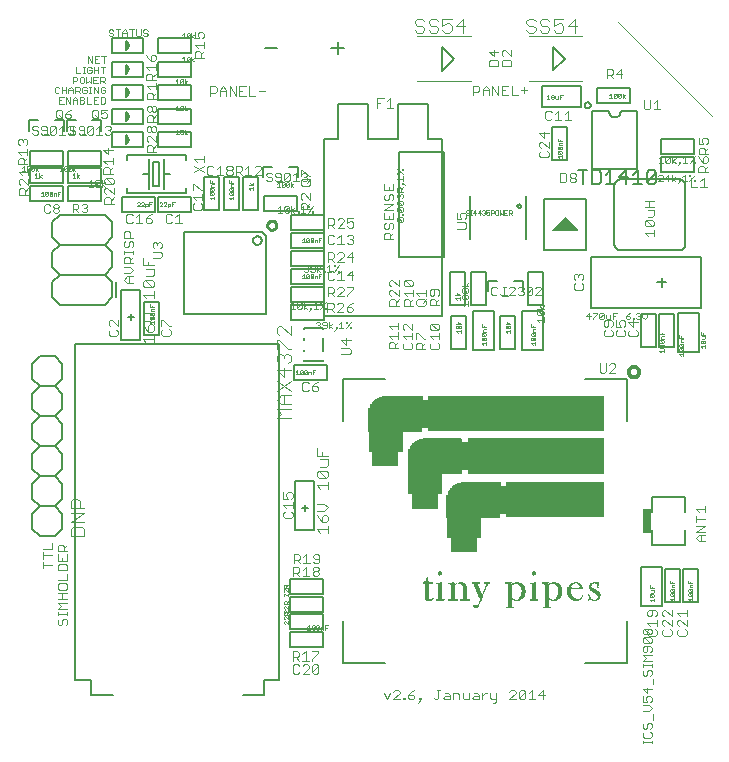
<source format=gto>
G75*
%MOIN*%
%OFA0B0*%
%FSLAX24Y24*%
%IPPOS*%
%LPD*%
%AMOC8*
5,1,8,0,0,1.08239X$1,22.5*
%
%ADD10C,0.0000*%
%ADD11R,0.0296X0.0006*%
%ADD12R,0.0038X0.0006*%
%ADD13R,0.0088X0.0006*%
%ADD14R,0.0252X0.0006*%
%ADD15R,0.0113X0.0006*%
%ADD16R,0.0214X0.0006*%
%ADD17R,0.0132X0.0006*%
%ADD18R,0.0183X0.0006*%
%ADD19R,0.0145X0.0006*%
%ADD20R,0.0164X0.0006*%
%ADD21R,0.0157X0.0006*%
%ADD22R,0.0151X0.0006*%
%ADD23R,0.0170X0.0006*%
%ADD24R,0.0176X0.0006*%
%ADD25R,0.0120X0.0006*%
%ADD26R,0.0094X0.0006*%
%ADD27R,0.0031X0.0006*%
%ADD28R,0.0069X0.0006*%
%ADD29R,0.0107X0.0006*%
%ADD30R,0.0025X0.0006*%
%ADD31R,0.0019X0.0006*%
%ADD32R,0.0101X0.0006*%
%ADD33R,0.0063X0.0006*%
%ADD34R,0.0057X0.0006*%
%ADD35R,0.0139X0.0006*%
%ADD36R,0.0302X0.0006*%
%ADD37R,0.0208X0.0006*%
%ADD38R,0.0006X0.0006*%
%ADD39R,0.0050X0.0006*%
%ADD40R,0.0202X0.0006*%
%ADD41R,0.0246X0.0006*%
%ADD42R,0.0013X0.0006*%
%ADD43R,0.0220X0.0006*%
%ADD44R,0.0044X0.0006*%
%ADD45R,0.0271X0.0006*%
%ADD46R,0.0321X0.0006*%
%ADD47R,0.0126X0.0006*%
%ADD48R,0.0082X0.0006*%
%ADD49R,0.0076X0.0006*%
%ADD50R,0.0189X0.0006*%
%ADD51R,0.0195X0.0006*%
%ADD52R,0.0510X0.0006*%
%ADD53R,0.0504X0.0006*%
%ADD54R,0.0346X0.0006*%
%ADD55R,0.0328X0.0006*%
%ADD56R,0.0265X0.0006*%
%ADD57R,0.0315X0.0006*%
%ADD58R,0.0894X0.0006*%
%ADD59R,0.1159X0.0006*%
%ADD60R,0.1808X0.0006*%
%ADD61R,0.3250X0.0006*%
%ADD62R,0.1814X0.0006*%
%ADD63R,0.5254X0.0006*%
%ADD64R,0.5247X0.0006*%
%ADD65R,0.5241X0.0006*%
%ADD66R,0.5235X0.0006*%
%ADD67R,0.5228X0.0006*%
%ADD68R,0.5222X0.0006*%
%ADD69R,0.5216X0.0006*%
%ADD70R,0.5209X0.0006*%
%ADD71R,0.5203X0.0006*%
%ADD72R,0.5197X0.0006*%
%ADD73R,0.5191X0.0006*%
%ADD74R,0.5184X0.0006*%
%ADD75R,0.5178X0.0006*%
%ADD76R,0.5172X0.0006*%
%ADD77R,0.5165X0.0006*%
%ADD78R,0.5159X0.0006*%
%ADD79R,0.5153X0.0006*%
%ADD80R,0.5146X0.0006*%
%ADD81R,0.5140X0.0006*%
%ADD82R,0.5134X0.0006*%
%ADD83R,0.5128X0.0006*%
%ADD84R,0.5121X0.0006*%
%ADD85R,0.5115X0.0006*%
%ADD86R,0.5109X0.0006*%
%ADD87R,0.5102X0.0006*%
%ADD88R,0.5096X0.0006*%
%ADD89R,0.5090X0.0006*%
%ADD90R,0.5083X0.0006*%
%ADD91R,0.5077X0.0006*%
%ADD92R,0.5071X0.0006*%
%ADD93R,0.5065X0.0006*%
%ADD94R,0.5058X0.0006*%
%ADD95R,0.5052X0.0006*%
%ADD96R,0.1606X0.0006*%
%ADD97R,0.1587X0.0006*%
%ADD98R,0.1581X0.0006*%
%ADD99R,0.1575X0.0006*%
%ADD100R,0.1569X0.0006*%
%ADD101R,0.1556X0.0006*%
%ADD102R,0.1550X0.0006*%
%ADD103R,0.1537X0.0006*%
%ADD104R,0.1531X0.0006*%
%ADD105R,0.1518X0.0006*%
%ADD106R,0.1506X0.0006*%
%ADD107R,0.1493X0.0006*%
%ADD108R,0.1480X0.0006*%
%ADD109R,0.1468X0.0006*%
%ADD110R,0.1455X0.0006*%
%ADD111R,0.1443X0.0006*%
%ADD112R,0.1424X0.0006*%
%ADD113R,0.1405X0.0006*%
%ADD114R,0.1386X0.0006*%
%ADD115R,0.1361X0.0006*%
%ADD116R,0.1329X0.0006*%
%ADD117R,0.1291X0.0006*%
%ADD118R,0.4542X0.0006*%
%ADD119R,0.6545X0.0006*%
%ADD120R,0.0888X0.0006*%
%ADD121R,0.6539X0.0006*%
%ADD122R,0.6532X0.0006*%
%ADD123R,0.6526X0.0006*%
%ADD124R,0.6520X0.0006*%
%ADD125R,0.6513X0.0006*%
%ADD126R,0.6507X0.0006*%
%ADD127R,0.6501X0.0006*%
%ADD128R,0.6494X0.0006*%
%ADD129R,0.6488X0.0006*%
%ADD130R,0.6482X0.0006*%
%ADD131R,0.6476X0.0006*%
%ADD132R,0.6469X0.0006*%
%ADD133R,0.6463X0.0006*%
%ADD134R,0.6457X0.0006*%
%ADD135R,0.6450X0.0006*%
%ADD136R,0.6444X0.0006*%
%ADD137R,0.6438X0.0006*%
%ADD138R,0.6431X0.0006*%
%ADD139R,0.6425X0.0006*%
%ADD140R,0.6419X0.0006*%
%ADD141R,0.6413X0.0006*%
%ADD142R,0.6406X0.0006*%
%ADD143R,0.6400X0.0006*%
%ADD144R,0.6394X0.0006*%
%ADD145R,0.6387X0.0006*%
%ADD146R,0.6381X0.0006*%
%ADD147R,0.6375X0.0006*%
%ADD148R,0.6369X0.0006*%
%ADD149R,0.6362X0.0006*%
%ADD150R,0.6356X0.0006*%
%ADD151R,0.6343X0.0006*%
%ADD152R,0.6337X0.0006*%
%ADD153R,0.1594X0.0006*%
%ADD154R,0.1562X0.0006*%
%ADD155R,0.1543X0.0006*%
%ADD156R,0.1512X0.0006*%
%ADD157R,0.1499X0.0006*%
%ADD158R,0.1487X0.0006*%
%ADD159R,0.1474X0.0006*%
%ADD160R,0.1461X0.0006*%
%ADD161R,0.1430X0.0006*%
%ADD162R,0.1411X0.0006*%
%ADD163R,0.1367X0.0006*%
%ADD164R,0.1335X0.0006*%
%ADD165R,0.5858X0.0006*%
%ADD166R,0.7861X0.0006*%
%ADD167R,0.7855X0.0006*%
%ADD168R,0.7849X0.0006*%
%ADD169R,0.7843X0.0006*%
%ADD170R,0.7836X0.0006*%
%ADD171R,0.7830X0.0006*%
%ADD172R,0.7824X0.0006*%
%ADD173R,0.7817X0.0006*%
%ADD174R,0.7811X0.0006*%
%ADD175R,0.7805X0.0006*%
%ADD176R,0.7798X0.0006*%
%ADD177R,0.7792X0.0006*%
%ADD178R,0.7786X0.0006*%
%ADD179R,0.7780X0.0006*%
%ADD180R,0.7773X0.0006*%
%ADD181R,0.7767X0.0006*%
%ADD182R,0.7761X0.0006*%
%ADD183R,0.7754X0.0006*%
%ADD184R,0.7748X0.0006*%
%ADD185R,0.7742X0.0006*%
%ADD186R,0.7735X0.0006*%
%ADD187R,0.7729X0.0006*%
%ADD188R,0.7723X0.0006*%
%ADD189R,0.7717X0.0006*%
%ADD190R,0.7710X0.0006*%
%ADD191R,0.7704X0.0006*%
%ADD192R,0.7698X0.0006*%
%ADD193R,0.7691X0.0006*%
%ADD194R,0.7685X0.0006*%
%ADD195R,0.7679X0.0006*%
%ADD196R,0.7672X0.0006*%
%ADD197R,0.7666X0.0006*%
%ADD198R,0.7660X0.0006*%
%ADD199R,0.1600X0.0006*%
%ADD200R,0.1524X0.0006*%
%ADD201R,0.1436X0.0006*%
%ADD202R,0.1417X0.0006*%
%ADD203R,0.1398X0.0006*%
%ADD204R,0.1380X0.0006*%
%ADD205R,0.1354X0.0006*%
%ADD206R,0.1323X0.0006*%
%ADD207R,0.1260X0.0006*%
%ADD208C,0.0080*%
%ADD209C,0.0040*%
%ADD210C,0.0030*%
%ADD211C,0.0100*%
%ADD212C,0.0120*%
%ADD213C,0.0050*%
%ADD214C,0.0020*%
%ADD215R,0.0300X0.0800*%
%ADD216C,0.0060*%
%ADD217C,0.0010*%
D10*
X023373Y021124D02*
X020223Y024273D01*
D11*
X018840Y005000D03*
X017863Y004729D03*
X017863Y004723D03*
X017441Y004981D03*
X017441Y004987D03*
X016635Y004729D03*
X016635Y004723D03*
X014317Y004981D03*
X014317Y004987D03*
D12*
X013885Y005687D03*
X013885Y005693D03*
X015491Y004729D03*
X015662Y004975D03*
X015662Y004981D03*
X015662Y004987D03*
X015863Y005466D03*
X015863Y005472D03*
X016714Y005031D03*
X016783Y004987D03*
X017942Y005031D03*
X018011Y004987D03*
X018748Y005542D03*
X019006Y005031D03*
X019000Y005025D03*
X019296Y005076D03*
X019296Y005082D03*
X019384Y004987D03*
X019573Y005485D03*
X019391Y005548D03*
X019378Y005542D03*
X019365Y005535D03*
X019359Y005529D03*
D13*
X019321Y005403D03*
X019328Y005390D03*
X019542Y005535D03*
X019599Y005132D03*
X019599Y005126D03*
X019599Y005120D03*
X019321Y005013D03*
X019000Y005435D03*
X018994Y005453D03*
X018988Y005460D03*
X018988Y005466D03*
X018641Y005441D03*
X018635Y005435D03*
X018635Y005428D03*
X018200Y005013D03*
X016972Y005013D03*
X015876Y005523D03*
X015668Y005050D03*
X015491Y004735D03*
X013860Y005605D03*
D14*
X014736Y004994D03*
X015126Y004994D03*
X016638Y004735D03*
X017866Y004735D03*
D15*
X017873Y005082D03*
X017873Y005088D03*
X017873Y005094D03*
X017873Y005101D03*
X017873Y005416D03*
X017873Y005422D03*
X017854Y005567D03*
X018257Y005466D03*
X018263Y005460D03*
X018269Y005447D03*
X018276Y005441D03*
X018276Y005435D03*
X018282Y005428D03*
X018282Y005422D03*
X018288Y005416D03*
X018288Y005409D03*
X018295Y005397D03*
X018301Y005378D03*
X018307Y005353D03*
X018314Y005321D03*
X018314Y005227D03*
X018314Y005220D03*
X018314Y005214D03*
X018314Y005208D03*
X018307Y005189D03*
X018307Y005183D03*
X018307Y005176D03*
X018301Y005170D03*
X018301Y005164D03*
X018301Y005157D03*
X018295Y005145D03*
X018295Y005139D03*
X018288Y005126D03*
X018282Y005113D03*
X018276Y005101D03*
X018603Y005271D03*
X018603Y005277D03*
X018603Y005283D03*
X018603Y005290D03*
X018603Y005296D03*
X018603Y005302D03*
X018603Y005309D03*
X018603Y005315D03*
X018603Y005321D03*
X018603Y005327D03*
X018610Y005334D03*
X018610Y005340D03*
X018610Y005346D03*
X019340Y005372D03*
X019347Y005365D03*
X019529Y005548D03*
X019586Y005170D03*
X017444Y005063D03*
X017444Y005057D03*
X017444Y005050D03*
X017079Y005176D03*
X017079Y005183D03*
X017079Y005189D03*
X017085Y005208D03*
X017085Y005214D03*
X017085Y005220D03*
X017085Y005227D03*
X017073Y005170D03*
X017073Y005164D03*
X017073Y005157D03*
X017066Y005145D03*
X017066Y005139D03*
X017060Y005126D03*
X017054Y005113D03*
X017047Y005101D03*
X017085Y005321D03*
X017079Y005353D03*
X017073Y005378D03*
X017066Y005397D03*
X017060Y005409D03*
X017060Y005416D03*
X017054Y005422D03*
X017054Y005428D03*
X017047Y005435D03*
X017047Y005441D03*
X017041Y005447D03*
X017035Y005460D03*
X017028Y005466D03*
X017438Y005472D03*
X017438Y005479D03*
X017438Y005485D03*
X017444Y005888D03*
X016625Y005567D03*
X016644Y005422D03*
X016644Y005416D03*
X016644Y005101D03*
X016644Y005094D03*
X016644Y005088D03*
X016644Y005082D03*
X015668Y005082D03*
X015599Y005239D03*
X015586Y005271D03*
X015573Y005302D03*
X015567Y005315D03*
X015567Y005321D03*
X015561Y005334D03*
X015554Y005346D03*
X015554Y005353D03*
X015548Y005365D03*
X015548Y005372D03*
X015542Y005378D03*
X015542Y005384D03*
X015536Y005397D03*
X015536Y005403D03*
X015529Y005409D03*
X015529Y005416D03*
X015529Y005422D03*
X015523Y005428D03*
X015523Y005435D03*
X015517Y005447D03*
X015069Y005523D03*
X015057Y005529D03*
X014742Y005435D03*
X014736Y005076D03*
X014736Y005069D03*
X014736Y005063D03*
X014736Y005057D03*
X014736Y005050D03*
X015126Y005050D03*
X015126Y005057D03*
X015126Y005063D03*
X015126Y005069D03*
X015126Y005076D03*
X015491Y004742D03*
X014320Y005050D03*
X014320Y005057D03*
X014320Y005063D03*
X014314Y005472D03*
X014314Y005479D03*
X014314Y005485D03*
X014320Y005888D03*
X013847Y005579D03*
X013860Y005057D03*
X013860Y005050D03*
X013860Y005044D03*
D16*
X014988Y005542D03*
X016638Y004742D03*
X017866Y004742D03*
X019441Y005296D03*
X019460Y005283D03*
X019466Y005277D03*
D17*
X018833Y005554D03*
X018613Y005195D03*
X018619Y005170D03*
X018625Y005151D03*
X018632Y005139D03*
X018632Y005132D03*
X018638Y005126D03*
X018638Y005120D03*
X018644Y005113D03*
X018651Y005101D03*
X018657Y005094D03*
X018669Y005076D03*
X017882Y005050D03*
X017882Y005044D03*
X017863Y004779D03*
X017863Y004773D03*
X017441Y005031D03*
X017428Y005504D03*
X017876Y005466D03*
X017876Y005460D03*
X016647Y005460D03*
X016647Y005466D03*
X016654Y005050D03*
X016654Y005044D03*
X016635Y004779D03*
X016635Y004773D03*
X015495Y004748D03*
X015501Y005498D03*
X015501Y005504D03*
X014991Y005554D03*
X014745Y005466D03*
X014720Y005504D03*
X014304Y005504D03*
X014317Y005031D03*
X013945Y004975D03*
X013888Y005006D03*
X013882Y005013D03*
X014732Y005031D03*
D18*
X014739Y005006D03*
X015129Y005006D03*
X015507Y004792D03*
X016635Y004748D03*
X017863Y004748D03*
X018758Y005013D03*
X019526Y005233D03*
D19*
X019369Y005346D03*
X018701Y005044D03*
X018695Y005050D03*
X018688Y005057D03*
X017863Y004767D03*
X017876Y005472D03*
X017844Y005529D03*
X017422Y005516D03*
X016647Y005472D03*
X016616Y005529D03*
X016635Y004767D03*
X015495Y004754D03*
X015501Y005510D03*
X014745Y005479D03*
X014714Y005516D03*
X014298Y005516D03*
X013901Y005000D03*
D20*
X014320Y005013D03*
X014736Y005013D03*
X015126Y005013D03*
X015498Y004767D03*
X014704Y005523D03*
X014288Y005523D03*
X016600Y005542D03*
X016600Y005561D03*
X016638Y004754D03*
X017444Y005013D03*
X017866Y004754D03*
X017828Y005542D03*
X017828Y005561D03*
X017413Y005523D03*
X018729Y005025D03*
X018843Y004975D03*
X019384Y005334D03*
X019542Y005220D03*
D21*
X019551Y005214D03*
X019375Y005340D03*
X018720Y005031D03*
X017882Y005491D03*
X017416Y005542D03*
X016654Y005491D03*
X015879Y005542D03*
X015501Y005523D03*
X015495Y004761D03*
X014291Y005542D03*
D22*
X014704Y005542D03*
X014736Y005019D03*
X015126Y005019D03*
X015498Y005516D03*
X016613Y005535D03*
X016651Y005485D03*
X016651Y005479D03*
X016871Y005554D03*
X017444Y005019D03*
X017866Y004761D03*
X017879Y005479D03*
X017879Y005485D03*
X017841Y005535D03*
X018099Y005554D03*
X018710Y005038D03*
X019554Y005208D03*
X016638Y004761D03*
X014320Y005019D03*
D23*
X015501Y004773D03*
X015501Y005529D03*
X016654Y005498D03*
X017882Y005498D03*
X018745Y005019D03*
X019394Y005327D03*
X019532Y005227D03*
D24*
X019403Y005321D03*
X018093Y004981D03*
X017885Y005504D03*
X017444Y005006D03*
X016865Y004981D03*
X016657Y005504D03*
X015504Y004786D03*
X015504Y004779D03*
X014988Y005548D03*
X014320Y005006D03*
X013948Y004981D03*
D25*
X013869Y005025D03*
X013869Y005031D03*
X013863Y005038D03*
X014317Y005044D03*
X014310Y005491D03*
X014317Y005850D03*
X014317Y005857D03*
X014317Y005863D03*
X014317Y005869D03*
X014317Y005876D03*
X014317Y005882D03*
X013844Y005573D03*
X014726Y005491D03*
X014726Y005485D03*
X014739Y005447D03*
X014739Y005441D03*
X015507Y005472D03*
X015507Y005479D03*
X015514Y005466D03*
X015514Y005460D03*
X015514Y005453D03*
X015520Y005441D03*
X015665Y005094D03*
X015665Y005088D03*
X016647Y005076D03*
X016647Y005069D03*
X016635Y004798D03*
X016635Y004792D03*
X016635Y004786D03*
X017082Y005195D03*
X017082Y005201D03*
X017088Y005233D03*
X017088Y005239D03*
X017088Y005246D03*
X017088Y005252D03*
X017088Y005258D03*
X017088Y005264D03*
X017088Y005271D03*
X017088Y005277D03*
X017088Y005283D03*
X017088Y005290D03*
X017088Y005296D03*
X017088Y005302D03*
X017088Y005309D03*
X017088Y005315D03*
X017082Y005327D03*
X017082Y005334D03*
X017082Y005340D03*
X017082Y005346D03*
X017076Y005359D03*
X017076Y005365D03*
X017076Y005372D03*
X017069Y005384D03*
X017069Y005390D03*
X017063Y005403D03*
X017435Y005491D03*
X017441Y005850D03*
X017441Y005857D03*
X017441Y005863D03*
X017441Y005869D03*
X017441Y005876D03*
X017441Y005882D03*
X017869Y005435D03*
X017869Y005428D03*
X017876Y005076D03*
X017876Y005069D03*
X017863Y004798D03*
X017863Y004792D03*
X017863Y004786D03*
X017441Y005044D03*
X016641Y005428D03*
X016641Y005435D03*
X018291Y005403D03*
X018298Y005390D03*
X018298Y005384D03*
X018304Y005372D03*
X018304Y005365D03*
X018304Y005359D03*
X018310Y005346D03*
X018310Y005340D03*
X018310Y005334D03*
X018310Y005327D03*
X018317Y005315D03*
X018317Y005309D03*
X018317Y005302D03*
X018317Y005296D03*
X018317Y005290D03*
X018317Y005283D03*
X018317Y005277D03*
X018317Y005271D03*
X018317Y005264D03*
X018317Y005258D03*
X018317Y005252D03*
X018317Y005246D03*
X018317Y005239D03*
X018317Y005233D03*
X018310Y005201D03*
X018310Y005195D03*
X018606Y005227D03*
X018606Y005233D03*
X018606Y005239D03*
X018606Y005246D03*
X018606Y005252D03*
X018606Y005258D03*
X018606Y005264D03*
X019463Y004975D03*
X019583Y005176D03*
X019577Y005183D03*
D26*
X019595Y005145D03*
X019595Y005139D03*
X019325Y005006D03*
X019331Y005384D03*
X019539Y005542D03*
X019003Y005428D03*
X019003Y005422D03*
X018997Y005441D03*
X018997Y005447D03*
X019010Y005397D03*
X019010Y005390D03*
X018632Y005422D03*
X018625Y005409D03*
X018228Y005038D03*
X018222Y005031D03*
X018216Y005025D03*
X018210Y005019D03*
X018191Y005006D03*
X018178Y005000D03*
X018165Y004994D03*
X018153Y004987D03*
X017441Y005831D03*
X017441Y005907D03*
X017000Y005038D03*
X016994Y005031D03*
X016988Y005025D03*
X016981Y005019D03*
X016962Y005006D03*
X016950Y005000D03*
X016937Y004994D03*
X016925Y004987D03*
X015665Y005057D03*
X015665Y005063D03*
X015469Y004798D03*
X014317Y005831D03*
X014317Y005907D03*
X013857Y005598D03*
D27*
X013888Y005699D03*
X013888Y005705D03*
X013888Y005712D03*
X013888Y005718D03*
X014317Y005813D03*
X014317Y005926D03*
X014884Y005535D03*
X015658Y004968D03*
X015658Y004962D03*
X015595Y004811D03*
X015589Y004805D03*
X015583Y004798D03*
X015854Y005435D03*
X015860Y005447D03*
X015860Y005453D03*
X015860Y005460D03*
X016723Y005025D03*
X016729Y005019D03*
X016736Y005013D03*
X016767Y004994D03*
X017441Y005813D03*
X017441Y005926D03*
X017951Y005025D03*
X017958Y005019D03*
X017964Y005013D03*
X017995Y004994D03*
X019016Y005038D03*
X019022Y005044D03*
X019293Y005088D03*
X019293Y005094D03*
X019400Y004981D03*
X019577Y005472D03*
X019577Y005479D03*
D28*
X019318Y005428D03*
X018953Y005510D03*
X018947Y005516D03*
X018940Y005523D03*
X018928Y005529D03*
X018890Y005548D03*
X018676Y005491D03*
X018669Y005485D03*
X018846Y004968D03*
X019312Y005031D03*
X019589Y005050D03*
X019595Y005063D03*
X019595Y005069D03*
X019595Y005076D03*
X018102Y005561D03*
X016874Y005561D03*
X015873Y005510D03*
X015665Y005031D03*
X015665Y005025D03*
X015463Y004805D03*
X013869Y005624D03*
X013869Y005630D03*
D29*
X013851Y005586D03*
X014317Y005548D03*
X014317Y005466D03*
X014317Y005460D03*
X014317Y005453D03*
X014317Y005447D03*
X014317Y005838D03*
X014317Y005844D03*
X014317Y005894D03*
X014726Y005548D03*
X014739Y005428D03*
X014739Y005422D03*
X014739Y005416D03*
X014739Y005409D03*
X014739Y005403D03*
X014739Y005397D03*
X014739Y005390D03*
X014732Y005082D03*
X015129Y005082D03*
X015123Y005422D03*
X015123Y005428D03*
X015123Y005435D03*
X015123Y005441D03*
X015123Y005447D03*
X015117Y005460D03*
X015117Y005466D03*
X015110Y005479D03*
X015104Y005491D03*
X015098Y005498D03*
X015091Y005504D03*
X015085Y005510D03*
X015079Y005516D03*
X015539Y005390D03*
X015551Y005359D03*
X015558Y005340D03*
X015564Y005327D03*
X015570Y005309D03*
X015577Y005296D03*
X015577Y005290D03*
X015583Y005283D03*
X015583Y005277D03*
X015589Y005264D03*
X015589Y005258D03*
X015595Y005252D03*
X015595Y005246D03*
X015602Y005233D03*
X015602Y005227D03*
X015608Y005220D03*
X015608Y005214D03*
X015608Y005208D03*
X015614Y005201D03*
X015614Y005195D03*
X015621Y005189D03*
X015621Y005183D03*
X015621Y005176D03*
X015627Y005170D03*
X015627Y005164D03*
X015633Y005157D03*
X015633Y005151D03*
X015640Y005139D03*
X015640Y005132D03*
X015646Y005120D03*
X015652Y005107D03*
X015652Y005101D03*
X015665Y005076D03*
X015665Y005069D03*
X016641Y005107D03*
X016641Y005113D03*
X016641Y005120D03*
X016641Y005126D03*
X016641Y005132D03*
X016641Y005139D03*
X016641Y005145D03*
X016641Y005372D03*
X016641Y005378D03*
X016641Y005384D03*
X016641Y005390D03*
X016641Y005397D03*
X016641Y005403D03*
X016641Y005409D03*
X017006Y005491D03*
X017013Y005485D03*
X017019Y005479D03*
X017025Y005472D03*
X017038Y005453D03*
X017441Y005453D03*
X017441Y005447D03*
X017441Y005460D03*
X017441Y005466D03*
X017441Y005548D03*
X017441Y005838D03*
X017441Y005844D03*
X017441Y005894D03*
X017869Y005409D03*
X017869Y005403D03*
X017869Y005397D03*
X017869Y005390D03*
X017869Y005384D03*
X017869Y005378D03*
X017869Y005372D03*
X017869Y005145D03*
X017869Y005139D03*
X017869Y005132D03*
X017869Y005126D03*
X017869Y005120D03*
X017869Y005113D03*
X017869Y005107D03*
X017863Y004868D03*
X017863Y004861D03*
X017863Y004855D03*
X017863Y004849D03*
X017863Y004842D03*
X017863Y004836D03*
X017863Y004830D03*
X017863Y004824D03*
X017863Y004817D03*
X017863Y004811D03*
X017863Y004805D03*
X018241Y005050D03*
X018247Y005057D03*
X018260Y005076D03*
X018266Y005082D03*
X018266Y005088D03*
X018273Y005094D03*
X018279Y005107D03*
X018285Y005120D03*
X018291Y005132D03*
X018298Y005151D03*
X018619Y005384D03*
X018619Y005390D03*
X018266Y005453D03*
X018254Y005472D03*
X018247Y005479D03*
X018241Y005485D03*
X018235Y005491D03*
X017441Y005082D03*
X017441Y005076D03*
X017441Y005069D03*
X017069Y005151D03*
X017063Y005132D03*
X017057Y005120D03*
X017051Y005107D03*
X017044Y005094D03*
X017038Y005088D03*
X017038Y005082D03*
X017032Y005076D03*
X017019Y005057D03*
X017013Y005050D03*
X016635Y004868D03*
X016635Y004861D03*
X016635Y004855D03*
X016635Y004849D03*
X016635Y004842D03*
X016635Y004836D03*
X016635Y004830D03*
X016635Y004824D03*
X016635Y004817D03*
X016635Y004811D03*
X016635Y004805D03*
X014317Y005069D03*
X014317Y005076D03*
X014317Y005082D03*
X013857Y005076D03*
X013857Y005069D03*
X013857Y005063D03*
X019589Y005164D03*
D30*
X019290Y005107D03*
X019290Y005101D03*
X019051Y005082D03*
X019044Y005069D03*
X019038Y005063D03*
X019032Y005050D03*
X019580Y005460D03*
X019580Y005466D03*
X017986Y005000D03*
X017973Y005006D03*
X016758Y005000D03*
X016745Y005006D03*
X015838Y005390D03*
X015844Y005409D03*
X015851Y005422D03*
X015851Y005428D03*
X015857Y005441D03*
X015825Y005359D03*
X015813Y005327D03*
X015655Y004956D03*
X015655Y004950D03*
X015655Y004943D03*
X015649Y004931D03*
X015643Y004912D03*
X015630Y004880D03*
X015605Y004824D03*
X015599Y004817D03*
X015460Y004811D03*
X014868Y005529D03*
X014055Y005000D03*
X013891Y005724D03*
X013891Y005731D03*
D31*
X014065Y005006D03*
X014808Y005485D03*
X014814Y005491D03*
X014821Y005498D03*
X014827Y005504D03*
X014846Y005516D03*
X014858Y005523D03*
X015747Y005170D03*
X015747Y005164D03*
X015753Y005176D03*
X015753Y005183D03*
X015759Y005189D03*
X015759Y005195D03*
X015759Y005201D03*
X015765Y005208D03*
X015765Y005214D03*
X015772Y005220D03*
X015772Y005227D03*
X015772Y005233D03*
X015778Y005239D03*
X015778Y005246D03*
X015784Y005252D03*
X015784Y005258D03*
X015784Y005264D03*
X015791Y005271D03*
X015791Y005277D03*
X015797Y005283D03*
X015797Y005290D03*
X015797Y005296D03*
X015803Y005302D03*
X015803Y005309D03*
X015810Y005315D03*
X015810Y005321D03*
X015816Y005334D03*
X015816Y005340D03*
X015822Y005346D03*
X015822Y005353D03*
X015828Y005365D03*
X015828Y005372D03*
X015835Y005378D03*
X015835Y005384D03*
X015841Y005397D03*
X015841Y005403D03*
X015847Y005416D03*
X015740Y005151D03*
X015740Y005145D03*
X015734Y005139D03*
X015734Y005132D03*
X015728Y005120D03*
X015728Y005113D03*
X015721Y005107D03*
X015721Y005101D03*
X015652Y004937D03*
X015646Y004924D03*
X015646Y004918D03*
X015640Y004905D03*
X015640Y004899D03*
X015633Y004893D03*
X015633Y004887D03*
X015627Y004874D03*
X015627Y004868D03*
X015621Y004861D03*
X015621Y004855D03*
X015614Y004849D03*
X015614Y004842D03*
X015608Y004836D03*
X015608Y004830D03*
X019035Y005057D03*
X019047Y005076D03*
X019054Y005088D03*
X019060Y005101D03*
X019060Y005107D03*
X019066Y005120D03*
X019287Y005120D03*
X019287Y005126D03*
X019287Y005113D03*
X019287Y004994D03*
X019583Y005441D03*
X019583Y005447D03*
X019583Y005453D03*
D32*
X019334Y005378D03*
X019013Y005378D03*
X019013Y005384D03*
X019006Y005403D03*
X019006Y005409D03*
X019006Y005416D03*
X019328Y005000D03*
X019592Y005151D03*
X019592Y005157D03*
X018628Y005416D03*
X018622Y005403D03*
X018622Y005397D03*
X018616Y005378D03*
X018232Y005498D03*
X018225Y005504D03*
X018219Y005510D03*
X018206Y005516D03*
X018200Y005523D03*
X018188Y005529D03*
X018175Y005535D03*
X018162Y005542D03*
X017866Y005365D03*
X017866Y005359D03*
X017866Y005353D03*
X017866Y005346D03*
X017866Y005340D03*
X017866Y005334D03*
X017866Y005327D03*
X017866Y005321D03*
X017866Y005315D03*
X017866Y005309D03*
X017866Y005302D03*
X017866Y005296D03*
X017866Y005290D03*
X017866Y005283D03*
X017866Y005277D03*
X017866Y005271D03*
X017866Y005264D03*
X017866Y005258D03*
X017866Y005252D03*
X017866Y005246D03*
X017866Y005239D03*
X017866Y005233D03*
X017866Y005227D03*
X017866Y005220D03*
X017866Y005214D03*
X017866Y005208D03*
X017866Y005201D03*
X017866Y005195D03*
X017866Y005189D03*
X017866Y005183D03*
X017866Y005176D03*
X017866Y005170D03*
X017866Y005164D03*
X017866Y005157D03*
X017866Y005151D03*
X017866Y005031D03*
X017866Y005025D03*
X017866Y005019D03*
X017866Y005013D03*
X017866Y005006D03*
X017866Y005000D03*
X017866Y004994D03*
X017866Y004987D03*
X017866Y004981D03*
X017866Y004975D03*
X017866Y004968D03*
X017866Y004962D03*
X017866Y004956D03*
X017866Y004950D03*
X017866Y004943D03*
X017866Y004937D03*
X017866Y004931D03*
X017866Y004924D03*
X017866Y004918D03*
X017866Y004912D03*
X017866Y004905D03*
X017866Y004899D03*
X017866Y004893D03*
X017866Y004887D03*
X017866Y004880D03*
X017866Y004874D03*
X018238Y005044D03*
X018251Y005063D03*
X018257Y005069D03*
X017444Y005088D03*
X017444Y005094D03*
X017444Y005101D03*
X017444Y005107D03*
X017444Y005113D03*
X017444Y005120D03*
X017444Y005126D03*
X017444Y005132D03*
X017444Y005139D03*
X017444Y005145D03*
X017444Y005151D03*
X017444Y005157D03*
X017444Y005164D03*
X017444Y005170D03*
X017444Y005176D03*
X017444Y005183D03*
X017444Y005189D03*
X017444Y005195D03*
X017444Y005201D03*
X017444Y005208D03*
X017444Y005214D03*
X017444Y005220D03*
X017444Y005227D03*
X017444Y005233D03*
X017444Y005239D03*
X017444Y005246D03*
X017444Y005252D03*
X017444Y005258D03*
X017444Y005264D03*
X017444Y005271D03*
X017444Y005277D03*
X017444Y005283D03*
X017444Y005290D03*
X017444Y005296D03*
X017444Y005302D03*
X017444Y005309D03*
X017444Y005315D03*
X017444Y005321D03*
X017444Y005327D03*
X017444Y005334D03*
X017444Y005340D03*
X017444Y005346D03*
X017444Y005353D03*
X017444Y005359D03*
X017444Y005365D03*
X017444Y005372D03*
X017444Y005378D03*
X017444Y005384D03*
X017444Y005390D03*
X017444Y005397D03*
X017444Y005403D03*
X017444Y005409D03*
X017444Y005416D03*
X017444Y005422D03*
X017444Y005428D03*
X017444Y005435D03*
X017444Y005441D03*
X017444Y005901D03*
X017003Y005498D03*
X016997Y005504D03*
X016991Y005510D03*
X016978Y005516D03*
X016972Y005523D03*
X016959Y005529D03*
X016947Y005535D03*
X016934Y005542D03*
X016638Y005365D03*
X016638Y005359D03*
X016638Y005353D03*
X016638Y005346D03*
X016638Y005340D03*
X016638Y005334D03*
X016638Y005327D03*
X016638Y005321D03*
X016638Y005315D03*
X016638Y005309D03*
X016638Y005302D03*
X016638Y005296D03*
X016638Y005290D03*
X016638Y005283D03*
X016638Y005277D03*
X016638Y005271D03*
X016638Y005264D03*
X016638Y005258D03*
X016638Y005252D03*
X016638Y005246D03*
X016638Y005239D03*
X016638Y005233D03*
X016638Y005227D03*
X016638Y005220D03*
X016638Y005214D03*
X016638Y005208D03*
X016638Y005201D03*
X016638Y005195D03*
X016638Y005189D03*
X016638Y005183D03*
X016638Y005176D03*
X016638Y005170D03*
X016638Y005164D03*
X016638Y005157D03*
X016638Y005151D03*
X016638Y005031D03*
X016638Y005025D03*
X016638Y005019D03*
X016638Y005013D03*
X016638Y005006D03*
X016638Y005000D03*
X016638Y004994D03*
X016638Y004987D03*
X016638Y004981D03*
X016638Y004975D03*
X016638Y004968D03*
X016638Y004962D03*
X016638Y004956D03*
X016638Y004950D03*
X016638Y004943D03*
X016638Y004937D03*
X016638Y004931D03*
X016638Y004924D03*
X016638Y004918D03*
X016638Y004912D03*
X016638Y004905D03*
X016638Y004899D03*
X016638Y004893D03*
X016638Y004887D03*
X016638Y004880D03*
X016638Y004874D03*
X017010Y005044D03*
X017022Y005063D03*
X017028Y005069D03*
X015876Y005529D03*
X015636Y005145D03*
X015643Y005126D03*
X015649Y005113D03*
X015126Y005113D03*
X015126Y005107D03*
X015126Y005101D03*
X015126Y005094D03*
X015126Y005088D03*
X015126Y005120D03*
X015126Y005126D03*
X015126Y005132D03*
X015126Y005139D03*
X015126Y005145D03*
X015126Y005151D03*
X015126Y005157D03*
X015126Y005164D03*
X015126Y005170D03*
X015126Y005176D03*
X015126Y005183D03*
X015126Y005189D03*
X015126Y005195D03*
X015126Y005201D03*
X015126Y005208D03*
X015126Y005214D03*
X015126Y005220D03*
X015126Y005227D03*
X015126Y005233D03*
X015126Y005239D03*
X015126Y005246D03*
X015126Y005252D03*
X015126Y005258D03*
X015126Y005264D03*
X015126Y005271D03*
X015126Y005277D03*
X015126Y005283D03*
X015126Y005290D03*
X015126Y005296D03*
X015126Y005302D03*
X015126Y005309D03*
X015126Y005315D03*
X015126Y005321D03*
X015126Y005327D03*
X015126Y005334D03*
X015126Y005340D03*
X015126Y005346D03*
X015126Y005353D03*
X015126Y005359D03*
X015126Y005365D03*
X015126Y005372D03*
X015126Y005378D03*
X015126Y005384D03*
X015126Y005390D03*
X015126Y005397D03*
X015126Y005403D03*
X015126Y005409D03*
X015126Y005416D03*
X015120Y005453D03*
X015114Y005472D03*
X015107Y005485D03*
X014736Y005384D03*
X014736Y005378D03*
X014736Y005372D03*
X014736Y005365D03*
X014736Y005359D03*
X014736Y005353D03*
X014736Y005346D03*
X014736Y005340D03*
X014736Y005334D03*
X014736Y005327D03*
X014736Y005321D03*
X014736Y005315D03*
X014736Y005309D03*
X014736Y005302D03*
X014736Y005296D03*
X014736Y005290D03*
X014736Y005283D03*
X014736Y005277D03*
X014736Y005271D03*
X014736Y005264D03*
X014736Y005258D03*
X014736Y005252D03*
X014736Y005246D03*
X014736Y005239D03*
X014736Y005233D03*
X014736Y005227D03*
X014736Y005220D03*
X014736Y005214D03*
X014736Y005208D03*
X014736Y005201D03*
X014736Y005195D03*
X014736Y005189D03*
X014736Y005183D03*
X014736Y005176D03*
X014736Y005170D03*
X014736Y005164D03*
X014736Y005157D03*
X014736Y005151D03*
X014736Y005145D03*
X014736Y005139D03*
X014736Y005132D03*
X014736Y005126D03*
X014736Y005120D03*
X014736Y005113D03*
X014736Y005107D03*
X014736Y005101D03*
X014736Y005094D03*
X014736Y005088D03*
X014320Y005088D03*
X014320Y005094D03*
X014320Y005101D03*
X014320Y005107D03*
X014320Y005113D03*
X014320Y005120D03*
X014320Y005126D03*
X014320Y005132D03*
X014320Y005139D03*
X014320Y005145D03*
X014320Y005151D03*
X014320Y005157D03*
X014320Y005164D03*
X014320Y005170D03*
X014320Y005176D03*
X014320Y005183D03*
X014320Y005189D03*
X014320Y005195D03*
X014320Y005201D03*
X014320Y005208D03*
X014320Y005214D03*
X014320Y005220D03*
X014320Y005227D03*
X014320Y005233D03*
X014320Y005239D03*
X014320Y005246D03*
X014320Y005252D03*
X014320Y005258D03*
X014320Y005264D03*
X014320Y005271D03*
X014320Y005277D03*
X014320Y005283D03*
X014320Y005290D03*
X014320Y005296D03*
X014320Y005302D03*
X014320Y005309D03*
X014320Y005315D03*
X014320Y005321D03*
X014320Y005327D03*
X014320Y005334D03*
X014320Y005340D03*
X014320Y005346D03*
X014320Y005353D03*
X014320Y005359D03*
X014320Y005365D03*
X014320Y005372D03*
X014320Y005378D03*
X014320Y005384D03*
X014320Y005390D03*
X014320Y005397D03*
X014320Y005403D03*
X014320Y005409D03*
X014320Y005416D03*
X014320Y005422D03*
X014320Y005428D03*
X014320Y005435D03*
X014320Y005441D03*
X014320Y005901D03*
X013854Y005592D03*
X013854Y005529D03*
X013854Y005523D03*
X013854Y005516D03*
X013854Y005510D03*
X013854Y005504D03*
X013854Y005498D03*
X013854Y005491D03*
X013854Y005485D03*
X013854Y005479D03*
X013854Y005472D03*
X013854Y005466D03*
X013854Y005460D03*
X013854Y005453D03*
X013854Y005447D03*
X013854Y005441D03*
X013854Y005435D03*
X013854Y005428D03*
X013854Y005422D03*
X013854Y005416D03*
X013854Y005409D03*
X013854Y005403D03*
X013854Y005397D03*
X013854Y005390D03*
X013854Y005384D03*
X013854Y005378D03*
X013854Y005372D03*
X013854Y005365D03*
X013854Y005359D03*
X013854Y005353D03*
X013854Y005346D03*
X013854Y005340D03*
X013854Y005334D03*
X013854Y005327D03*
X013854Y005321D03*
X013854Y005315D03*
X013854Y005309D03*
X013854Y005302D03*
X013854Y005296D03*
X013854Y005290D03*
X013854Y005283D03*
X013854Y005277D03*
X013854Y005271D03*
X013854Y005264D03*
X013854Y005258D03*
X013854Y005252D03*
X013854Y005246D03*
X013854Y005239D03*
X013854Y005233D03*
X013854Y005227D03*
X013854Y005220D03*
X013854Y005214D03*
X013854Y005208D03*
X013854Y005201D03*
X013854Y005195D03*
X013854Y005189D03*
X013854Y005183D03*
X013854Y005176D03*
X013854Y005170D03*
X013854Y005164D03*
X013854Y005157D03*
X013854Y005151D03*
X013854Y005145D03*
X013854Y005139D03*
X013854Y005132D03*
X013854Y005126D03*
X013854Y005120D03*
X013854Y005113D03*
X013854Y005107D03*
X013854Y005101D03*
X013854Y005094D03*
X013854Y005088D03*
X013854Y005082D03*
D33*
X013948Y004968D03*
X013873Y005636D03*
X014988Y005561D03*
X016651Y005573D03*
X016732Y005523D03*
X016745Y005529D03*
X016758Y005535D03*
X016777Y005542D03*
X016865Y004968D03*
X017879Y005573D03*
X017961Y005523D03*
X017973Y005529D03*
X017986Y005535D03*
X018005Y005542D03*
X018093Y004968D03*
X018685Y005498D03*
X018691Y005504D03*
X018698Y005510D03*
X018906Y005542D03*
X018918Y005535D03*
X019315Y005453D03*
X019315Y005447D03*
X019315Y005441D03*
X019315Y005435D03*
X019561Y005516D03*
X019592Y005057D03*
X019586Y005044D03*
X019309Y005038D03*
X018975Y005013D03*
D34*
X019306Y005044D03*
X019306Y005050D03*
X019463Y004968D03*
X019570Y005019D03*
X019577Y005031D03*
X019583Y005038D03*
X019564Y005510D03*
X019325Y005485D03*
X019318Y005472D03*
X019318Y005466D03*
X019318Y005460D03*
X018833Y005561D03*
X018714Y005523D03*
X018707Y005516D03*
X017466Y005554D03*
X017441Y005819D03*
X017441Y005920D03*
X015873Y005504D03*
X015873Y005498D03*
X015665Y005019D03*
X015665Y005013D03*
X015665Y005006D03*
X014751Y005554D03*
X014342Y005554D03*
X014317Y005819D03*
X014317Y005920D03*
X013876Y005649D03*
X013876Y005642D03*
D35*
X013835Y005561D03*
X014301Y005510D03*
X014717Y005510D03*
X014742Y005472D03*
X014736Y005025D03*
X015126Y005025D03*
X015126Y005031D03*
X014320Y005025D03*
X016657Y005038D03*
X016865Y004975D03*
X017444Y005025D03*
X017885Y005038D03*
X018093Y004975D03*
X018647Y005107D03*
X018660Y005088D03*
X018666Y005082D03*
X018673Y005069D03*
X018679Y005063D03*
X019359Y005353D03*
X019561Y005201D03*
X019567Y005195D03*
X017847Y005523D03*
X017425Y005510D03*
X016619Y005523D03*
D36*
X015126Y004987D03*
X015126Y004981D03*
X014736Y004981D03*
X014736Y004987D03*
D37*
X014739Y005000D03*
X015129Y005000D03*
X014323Y005000D03*
X017447Y005000D03*
X018840Y004981D03*
X019432Y005302D03*
X019451Y005290D03*
X019476Y005271D03*
X019482Y005264D03*
D38*
X019589Y005409D03*
X019280Y005164D03*
X019280Y005157D03*
X019280Y005151D03*
X019280Y004981D03*
X017901Y005579D03*
X017491Y005561D03*
X016673Y005579D03*
X014651Y007066D03*
X014247Y008527D03*
X014367Y005561D03*
X014102Y005044D03*
D39*
X013879Y005655D03*
X013879Y005661D03*
X015662Y005000D03*
X015869Y005491D03*
X018723Y005529D03*
X018736Y005535D03*
X018988Y005019D03*
X019302Y005057D03*
X019510Y004981D03*
X019529Y004987D03*
X019548Y005000D03*
X019554Y005006D03*
X019561Y005013D03*
X019573Y005025D03*
X019567Y005498D03*
X019567Y005504D03*
X019328Y005491D03*
X019321Y005479D03*
D40*
X019422Y005309D03*
X019491Y005258D03*
X017885Y005516D03*
X017810Y005548D03*
X017810Y005554D03*
X016657Y005516D03*
X016581Y005548D03*
X016581Y005554D03*
X013948Y004987D03*
D41*
X014323Y004994D03*
X017447Y004994D03*
X018840Y004987D03*
D42*
X019057Y005094D03*
X019063Y005113D03*
X019069Y005126D03*
X019284Y005132D03*
X019284Y005139D03*
X019284Y005145D03*
X019284Y004987D03*
X019586Y005416D03*
X019586Y005422D03*
X019586Y005428D03*
X019586Y005435D03*
X015743Y005157D03*
X015731Y005126D03*
X014836Y005510D03*
X014773Y005561D03*
X014099Y005038D03*
X014093Y005031D03*
X014087Y005025D03*
X014080Y005019D03*
X014074Y005013D03*
D43*
X013951Y004994D03*
X015501Y005542D03*
D44*
X015866Y005485D03*
X015866Y005479D03*
X015665Y004994D03*
X013882Y005668D03*
X013882Y005674D03*
X013882Y005680D03*
X018764Y005548D03*
X019331Y005498D03*
X019337Y005504D03*
X019337Y005510D03*
X019343Y005516D03*
X019350Y005523D03*
X019570Y005491D03*
X019539Y004994D03*
X019369Y004994D03*
X019299Y005063D03*
X019299Y005069D03*
D45*
X018840Y004994D03*
D46*
X018840Y005006D03*
D47*
X018628Y005145D03*
X018622Y005157D03*
X018622Y005164D03*
X018616Y005176D03*
X018616Y005183D03*
X018616Y005189D03*
X018610Y005201D03*
X018610Y005208D03*
X018610Y005214D03*
X018610Y005220D03*
X017879Y005063D03*
X017879Y005057D03*
X017873Y005441D03*
X017873Y005447D03*
X017873Y005453D03*
X017432Y005498D03*
X017444Y005038D03*
X016651Y005057D03*
X016651Y005063D03*
X016644Y005441D03*
X016644Y005447D03*
X016644Y005453D03*
X015876Y005535D03*
X015504Y005491D03*
X015504Y005485D03*
X015044Y005535D03*
X014742Y005460D03*
X014742Y005453D03*
X014723Y005498D03*
X014307Y005498D03*
X014320Y005038D03*
X014736Y005038D03*
X014736Y005044D03*
X015126Y005044D03*
X015126Y005038D03*
X013879Y005019D03*
X013841Y005567D03*
X019353Y005359D03*
X019573Y005189D03*
D48*
X019602Y005113D03*
X019602Y005107D03*
X019602Y005101D03*
X019318Y005019D03*
X019325Y005397D03*
X019318Y005409D03*
X018984Y005472D03*
X018978Y005479D03*
X018978Y005485D03*
X018972Y005491D03*
X018965Y005498D03*
X018959Y005504D03*
X018657Y005466D03*
X018651Y005460D03*
X018651Y005453D03*
X018644Y005447D03*
X017441Y005825D03*
X017441Y005913D03*
X015665Y005044D03*
X015665Y005038D03*
X014317Y005825D03*
X014317Y005913D03*
X013863Y005611D03*
D49*
X013866Y005617D03*
X015876Y005516D03*
X018660Y005472D03*
X018666Y005479D03*
X019315Y005422D03*
X019315Y005416D03*
X019454Y005561D03*
X019548Y005529D03*
X019554Y005523D03*
X019599Y005094D03*
X019599Y005088D03*
X019599Y005082D03*
X019315Y005025D03*
D50*
X019517Y005239D03*
X019510Y005246D03*
X017885Y005510D03*
X016657Y005510D03*
X015876Y005548D03*
X015876Y005554D03*
X015498Y005535D03*
X014685Y005535D03*
D51*
X014688Y005529D03*
X014273Y005529D03*
X014273Y005535D03*
X016868Y005548D03*
X017397Y005535D03*
X017397Y005529D03*
X018096Y005548D03*
X019413Y005315D03*
X019501Y005252D03*
X019488Y005554D03*
D52*
X018808Y005353D03*
D53*
X018811Y005359D03*
X018811Y005365D03*
X018811Y005372D03*
D54*
X013901Y005535D03*
X013901Y005542D03*
D55*
X013910Y005548D03*
D56*
X015504Y005548D03*
X015504Y005554D03*
D57*
X013917Y005554D03*
D58*
X015095Y006587D03*
X015095Y006594D03*
X015095Y006600D03*
X015095Y006606D03*
X015095Y006613D03*
X015095Y006619D03*
X015095Y006625D03*
X015095Y006631D03*
X015095Y006638D03*
X015095Y006644D03*
X015095Y006650D03*
X015095Y006657D03*
X015095Y006663D03*
X015095Y006669D03*
X015095Y006676D03*
X015095Y006682D03*
X015095Y006688D03*
X015095Y006694D03*
X015095Y006701D03*
X015095Y006707D03*
X015095Y006713D03*
X015095Y006720D03*
X015095Y006726D03*
X015095Y006732D03*
X015095Y006739D03*
X015095Y006745D03*
X015095Y006751D03*
X015095Y006757D03*
X015095Y006764D03*
X015095Y006770D03*
X015095Y006776D03*
X015095Y006783D03*
X015095Y006789D03*
X015095Y006795D03*
X015095Y006801D03*
X015095Y006808D03*
X015095Y006814D03*
X015095Y006820D03*
X015095Y006827D03*
X015095Y006833D03*
X015095Y006839D03*
X015095Y006846D03*
X015095Y006852D03*
X015095Y006858D03*
X015095Y006864D03*
X015095Y006871D03*
X015095Y006877D03*
X015095Y006883D03*
X015095Y006890D03*
X015095Y006896D03*
X015095Y006902D03*
X015095Y006909D03*
X015095Y006915D03*
X015095Y006921D03*
X015095Y006927D03*
X015095Y006934D03*
X015095Y006940D03*
X015095Y006946D03*
X015095Y006953D03*
X015095Y006959D03*
X015095Y006965D03*
X015095Y006972D03*
X015095Y006978D03*
X015095Y006984D03*
X015095Y006990D03*
X015095Y006997D03*
X015095Y007003D03*
X015095Y007009D03*
X015095Y007016D03*
X015095Y007022D03*
X015095Y007028D03*
X015095Y007035D03*
X015095Y007041D03*
X015095Y007047D03*
X015095Y007053D03*
X015095Y007060D03*
X013803Y008049D03*
X013803Y008055D03*
X013803Y008061D03*
X013803Y008068D03*
X013803Y008074D03*
X013803Y008080D03*
X013803Y008087D03*
X013803Y008093D03*
X013803Y008099D03*
X013803Y008105D03*
X013803Y008112D03*
X013803Y008118D03*
X013803Y008124D03*
X013803Y008131D03*
X013803Y008137D03*
X013803Y008143D03*
X013803Y008150D03*
X013803Y008156D03*
X013803Y008162D03*
X013803Y008168D03*
X013803Y008175D03*
X013803Y008181D03*
X013803Y008187D03*
X013803Y008194D03*
X013803Y008200D03*
X013803Y008206D03*
X013803Y008213D03*
X013803Y008219D03*
X013803Y008225D03*
X013803Y008231D03*
X013803Y008238D03*
X013803Y008244D03*
X013803Y008250D03*
X013803Y008257D03*
X013803Y008263D03*
X013803Y008269D03*
X013803Y008276D03*
X013803Y008282D03*
X013803Y008288D03*
X013803Y008294D03*
X013803Y008301D03*
X013803Y008307D03*
X013803Y008313D03*
X013803Y008320D03*
X013803Y008326D03*
X013803Y008332D03*
X013803Y008339D03*
X013803Y008345D03*
X013803Y008351D03*
X013803Y008357D03*
X013803Y008364D03*
X013803Y008370D03*
X013803Y008376D03*
X013803Y008383D03*
X013803Y008389D03*
X013803Y008395D03*
X013803Y008401D03*
X013803Y008408D03*
X013803Y008414D03*
X013803Y008420D03*
X013803Y008427D03*
X013803Y008433D03*
X013803Y008439D03*
X013803Y008446D03*
X013803Y008452D03*
X013803Y008458D03*
X013803Y008464D03*
X013803Y008471D03*
X013803Y008477D03*
X013803Y008483D03*
X013803Y008490D03*
X013803Y008496D03*
X013803Y008502D03*
X013803Y008509D03*
X013803Y008515D03*
X013803Y008521D03*
D59*
X013803Y008534D03*
X013803Y008540D03*
X013803Y008546D03*
X013803Y008553D03*
X013803Y008559D03*
X013803Y008565D03*
X013803Y008572D03*
X013803Y008578D03*
X013803Y008584D03*
X013803Y008590D03*
X013803Y008597D03*
X013803Y008603D03*
X013803Y008609D03*
X013803Y008616D03*
X013803Y008622D03*
X013803Y008628D03*
X013803Y008635D03*
X013803Y008641D03*
X013803Y008647D03*
X013803Y008653D03*
X013803Y008660D03*
X013803Y008666D03*
X013803Y008672D03*
X013803Y008679D03*
X013803Y008685D03*
X013803Y008691D03*
X013803Y008698D03*
X013803Y008704D03*
X013803Y008710D03*
X013803Y008716D03*
X013803Y008723D03*
X013803Y008729D03*
X013803Y008735D03*
X013803Y008742D03*
X013803Y008748D03*
X013803Y008754D03*
X013803Y008761D03*
X013803Y008767D03*
X013803Y008773D03*
X013803Y008779D03*
X013803Y008786D03*
X013803Y008792D03*
X013803Y008798D03*
X013803Y008805D03*
X013803Y008811D03*
X013803Y008817D03*
X013803Y008824D03*
X013803Y008830D03*
X013803Y008836D03*
X013803Y008842D03*
X013803Y008849D03*
X013803Y008855D03*
X013803Y008861D03*
X013803Y008868D03*
X013803Y008874D03*
X013803Y008880D03*
X013803Y008887D03*
X013803Y008893D03*
X013803Y008899D03*
X013803Y008905D03*
X013803Y008912D03*
X013803Y008918D03*
X013803Y008924D03*
X013803Y008931D03*
X013803Y008937D03*
X013803Y008943D03*
X013803Y008950D03*
X013803Y008956D03*
X013803Y008962D03*
X013803Y008968D03*
X013803Y008975D03*
X013803Y008981D03*
X013803Y008987D03*
X013803Y008994D03*
X013803Y009000D03*
X013803Y009006D03*
X013803Y009013D03*
X013803Y009019D03*
X013803Y009025D03*
X013803Y009031D03*
X013803Y009038D03*
X013803Y009044D03*
X013803Y009050D03*
X013803Y009057D03*
X013803Y009063D03*
X013803Y009069D03*
X013803Y009076D03*
X013803Y009082D03*
X013803Y009088D03*
X013803Y009094D03*
X013803Y009101D03*
X013803Y009107D03*
X013803Y009113D03*
X013803Y009120D03*
X013803Y009126D03*
X013803Y009132D03*
X013803Y009139D03*
X013803Y009145D03*
X013803Y009151D03*
X013803Y009157D03*
X013803Y009164D03*
X013803Y009170D03*
X013803Y009176D03*
X013803Y009183D03*
X013803Y009189D03*
X013803Y009195D03*
X012487Y009945D03*
X012487Y009951D03*
X012487Y009957D03*
X012487Y009964D03*
X012487Y009970D03*
X012487Y009976D03*
X012487Y009983D03*
X012487Y009989D03*
X012487Y009995D03*
X012487Y010001D03*
X012487Y010008D03*
X012487Y010014D03*
X012487Y010020D03*
X012487Y010027D03*
X012487Y010033D03*
X012487Y010039D03*
X012487Y010046D03*
X012487Y010052D03*
X012487Y010058D03*
X012487Y010064D03*
X012487Y010071D03*
X012487Y010077D03*
X012487Y010083D03*
X012487Y010090D03*
X012487Y010096D03*
X012487Y010102D03*
X012487Y010109D03*
X012487Y010115D03*
X012487Y010121D03*
X012487Y010127D03*
X012487Y010134D03*
X012487Y010140D03*
X012487Y010146D03*
X012487Y010153D03*
X012487Y010159D03*
X012487Y010165D03*
X012487Y010172D03*
X012487Y010178D03*
X012487Y010184D03*
X012487Y010190D03*
X012487Y010197D03*
X012487Y010203D03*
X012487Y010209D03*
X012487Y010216D03*
X012487Y010222D03*
X012487Y010228D03*
X012487Y010235D03*
X012487Y010241D03*
X012487Y010247D03*
X012487Y010253D03*
X012487Y010260D03*
X012487Y010266D03*
X012487Y010272D03*
X012487Y010279D03*
X012487Y010285D03*
X012487Y010291D03*
X012487Y010298D03*
X012487Y010304D03*
X012487Y010310D03*
X012487Y010316D03*
X012487Y010323D03*
X012487Y010329D03*
X012487Y010335D03*
X012487Y010342D03*
X012487Y010348D03*
X012487Y010354D03*
X012487Y010361D03*
X012487Y010367D03*
X012487Y010373D03*
X012487Y010379D03*
X012487Y010386D03*
X012487Y010392D03*
X012487Y010398D03*
X012487Y010405D03*
X012487Y010411D03*
X012487Y010417D03*
X012487Y010424D03*
X012487Y010430D03*
X012487Y010436D03*
X012487Y010442D03*
X012487Y010449D03*
X012487Y010455D03*
X012487Y010461D03*
X012487Y010468D03*
X012487Y010474D03*
X012487Y010480D03*
X012487Y010487D03*
X012487Y010493D03*
X012487Y010499D03*
X012487Y010505D03*
X012487Y010512D03*
X012487Y010518D03*
X012487Y010524D03*
X012487Y010531D03*
X012487Y010537D03*
X012487Y010543D03*
X012487Y010550D03*
X012487Y010556D03*
X012487Y010562D03*
X012487Y010568D03*
X012487Y010575D03*
X012487Y010581D03*
X012487Y010587D03*
X012487Y010594D03*
X012487Y010600D03*
X012487Y010606D03*
X015095Y007734D03*
X015095Y007727D03*
X015095Y007721D03*
X015095Y007715D03*
X015095Y007709D03*
X015095Y007702D03*
X015095Y007696D03*
X015095Y007690D03*
X015095Y007683D03*
X015095Y007677D03*
X015095Y007671D03*
X015095Y007664D03*
X015095Y007658D03*
X015095Y007652D03*
X015095Y007646D03*
X015095Y007639D03*
X015095Y007633D03*
X015095Y007627D03*
X015095Y007620D03*
X015095Y007614D03*
X015095Y007608D03*
X015095Y007601D03*
X015095Y007595D03*
X015095Y007589D03*
X015095Y007583D03*
X015095Y007576D03*
X015095Y007570D03*
X015095Y007564D03*
X015095Y007557D03*
X015095Y007551D03*
X015095Y007545D03*
X015095Y007539D03*
X015095Y007532D03*
X015095Y007526D03*
X015095Y007520D03*
X015095Y007513D03*
X015095Y007507D03*
X015095Y007501D03*
X015095Y007494D03*
X015095Y007488D03*
X015095Y007482D03*
X015095Y007476D03*
X015095Y007469D03*
X015095Y007463D03*
X015095Y007457D03*
X015095Y007450D03*
X015095Y007444D03*
X015095Y007438D03*
X015095Y007431D03*
X015095Y007425D03*
X015095Y007419D03*
X015095Y007413D03*
X015095Y007406D03*
X015095Y007400D03*
X015095Y007394D03*
X015095Y007387D03*
X015095Y007381D03*
X015095Y007375D03*
X015095Y007368D03*
X015095Y007362D03*
X015095Y007356D03*
X015095Y007350D03*
X015095Y007343D03*
X015095Y007337D03*
X015095Y007331D03*
X015095Y007324D03*
X015095Y007318D03*
X015095Y007312D03*
X015095Y007305D03*
X015095Y007299D03*
X015095Y007293D03*
X015095Y007287D03*
X015095Y007280D03*
X015095Y007274D03*
X015095Y007268D03*
X015095Y007261D03*
X015095Y007255D03*
X015095Y007249D03*
X015095Y007242D03*
X015095Y007236D03*
X015095Y007230D03*
X015095Y007224D03*
X015095Y007217D03*
X015095Y007211D03*
X015095Y007205D03*
X015095Y007198D03*
X015095Y007192D03*
X015095Y007186D03*
X015095Y007179D03*
X015095Y007173D03*
X015095Y007167D03*
X015095Y007161D03*
X015095Y007154D03*
X015095Y007148D03*
X015095Y007142D03*
X015095Y007135D03*
X015095Y007129D03*
X015095Y007123D03*
X015095Y007116D03*
X015095Y007110D03*
X015095Y007104D03*
X015095Y007098D03*
X015095Y007091D03*
X015095Y007085D03*
X015095Y007079D03*
X015095Y007072D03*
D60*
X015419Y007740D03*
X015419Y007746D03*
X015419Y007753D03*
X015419Y007759D03*
X015419Y007765D03*
X015419Y007772D03*
X015419Y007778D03*
X015419Y007784D03*
X015419Y007790D03*
X015419Y007797D03*
X015419Y007803D03*
X015419Y007809D03*
X015419Y007816D03*
X015419Y007822D03*
X015419Y007828D03*
X015419Y007835D03*
X015419Y007841D03*
X015419Y007847D03*
X015419Y007853D03*
X015419Y007860D03*
X015419Y007866D03*
X014128Y009201D03*
X014128Y009208D03*
X014128Y009214D03*
X014128Y009220D03*
X014128Y009227D03*
X014128Y009233D03*
X014128Y009239D03*
X014128Y009246D03*
X014128Y009252D03*
X014128Y009258D03*
X014128Y009264D03*
X014128Y009271D03*
X014128Y009277D03*
X014128Y009283D03*
X014128Y009290D03*
X014128Y009296D03*
X014128Y009302D03*
X014128Y009309D03*
X014128Y009315D03*
X014128Y009321D03*
X014128Y009327D03*
X014128Y009334D03*
X012811Y010613D03*
X012811Y010619D03*
X012811Y010625D03*
X012811Y010631D03*
X012811Y010638D03*
X012811Y010644D03*
X012811Y010650D03*
X012811Y010657D03*
X012811Y010663D03*
X012811Y010669D03*
X012811Y010676D03*
X012811Y010682D03*
X012811Y010688D03*
X012811Y010694D03*
X012811Y010701D03*
X012811Y010707D03*
X012811Y010713D03*
X012811Y010720D03*
X012811Y010726D03*
X012811Y010732D03*
X012811Y010739D03*
D61*
X018143Y008893D03*
X018143Y008887D03*
X018143Y008880D03*
X018143Y008874D03*
X018143Y008868D03*
X018143Y008861D03*
X018143Y008855D03*
X018143Y008849D03*
X018143Y008842D03*
X018143Y008836D03*
X018143Y008830D03*
X018143Y008824D03*
X018143Y008817D03*
X018143Y008811D03*
X018143Y008805D03*
X018143Y008798D03*
X018143Y008792D03*
X018143Y008786D03*
X018143Y008779D03*
X018143Y008773D03*
X018143Y008767D03*
X018143Y008761D03*
X018143Y007872D03*
X018143Y007866D03*
X018143Y007860D03*
X018143Y007853D03*
X018143Y007847D03*
X018143Y007841D03*
X018143Y007835D03*
X018143Y007828D03*
X018143Y007822D03*
X018143Y007816D03*
X018143Y007809D03*
X018143Y007803D03*
X018143Y007797D03*
X018143Y007790D03*
X018143Y007784D03*
X018143Y007778D03*
X018143Y007772D03*
X018143Y007765D03*
X018143Y007759D03*
X018143Y007753D03*
D62*
X015422Y007872D03*
D63*
X017142Y007879D03*
X017142Y007885D03*
X017142Y007891D03*
X017142Y007898D03*
X017142Y007904D03*
X017142Y007910D03*
X017142Y007916D03*
X017142Y007923D03*
X017142Y007929D03*
X017142Y007935D03*
X017142Y007942D03*
X017142Y007948D03*
X017142Y007954D03*
X017142Y007961D03*
X017142Y007967D03*
X017142Y007973D03*
X017142Y007979D03*
X017142Y007986D03*
X017142Y007992D03*
X017142Y007998D03*
X017142Y008005D03*
X017142Y008011D03*
X017142Y008017D03*
X017142Y008024D03*
X017142Y008030D03*
X017142Y008036D03*
X017142Y008042D03*
X017142Y008049D03*
X017142Y008055D03*
X017142Y008061D03*
X017142Y008068D03*
X017142Y008074D03*
X017142Y008080D03*
X017142Y008087D03*
X017142Y008093D03*
X017142Y008099D03*
X017142Y008105D03*
X017142Y008112D03*
X017142Y008118D03*
X017142Y008124D03*
X017142Y008131D03*
X017142Y008137D03*
X017142Y008143D03*
X017142Y008150D03*
X017142Y008156D03*
X017142Y008162D03*
X017142Y008168D03*
X017142Y008175D03*
X017142Y008181D03*
X017142Y008187D03*
X017142Y008194D03*
X017142Y008200D03*
X017142Y008206D03*
X017142Y008213D03*
X017142Y008219D03*
X017142Y008225D03*
X017142Y008231D03*
X017142Y008238D03*
X017142Y008244D03*
X017142Y008250D03*
X017142Y008257D03*
X017142Y008263D03*
X017142Y008269D03*
X017142Y008276D03*
X017142Y008282D03*
X017142Y008288D03*
X017142Y008294D03*
X017142Y008301D03*
X017142Y008307D03*
X017142Y008313D03*
X017142Y008320D03*
X017142Y008326D03*
X017142Y008332D03*
X017142Y008339D03*
X017142Y008345D03*
X017142Y008351D03*
D64*
X017145Y008357D03*
X017145Y008364D03*
X017145Y008370D03*
X017145Y008376D03*
X017145Y008383D03*
X017145Y008389D03*
X017145Y008395D03*
X017145Y008401D03*
X017145Y008408D03*
D65*
X017148Y008414D03*
X017148Y008420D03*
X017148Y008427D03*
X017148Y008433D03*
X017148Y008439D03*
D66*
X017151Y008446D03*
X017151Y008452D03*
X017151Y008458D03*
X017151Y008464D03*
D67*
X017154Y008471D03*
X017154Y008477D03*
X017154Y008483D03*
D68*
X017158Y008490D03*
X017158Y008496D03*
X017158Y008502D03*
D69*
X017161Y008509D03*
X017161Y008515D03*
X017161Y008521D03*
D70*
X017164Y008527D03*
X017164Y008534D03*
X017164Y008540D03*
D71*
X017167Y008546D03*
X017167Y008553D03*
D72*
X017170Y008559D03*
X017170Y008565D03*
D73*
X017173Y008572D03*
X017173Y008578D03*
D74*
X017177Y008584D03*
X017177Y008590D03*
D75*
X017180Y008597D03*
X017180Y008603D03*
D76*
X017183Y008609D03*
D77*
X017186Y008616D03*
X017186Y008622D03*
D78*
X017189Y008628D03*
X017189Y008635D03*
D79*
X017192Y008641D03*
D80*
X017195Y008647D03*
D81*
X017199Y008653D03*
X017199Y008660D03*
D82*
X017202Y008666D03*
D83*
X017205Y008672D03*
D84*
X017208Y008679D03*
X017208Y008685D03*
D85*
X017211Y008691D03*
D86*
X017214Y008698D03*
D87*
X017217Y008704D03*
D88*
X017221Y008710D03*
D89*
X017224Y008716D03*
D90*
X017227Y008723D03*
D91*
X017230Y008729D03*
D92*
X017233Y008735D03*
D93*
X017236Y008742D03*
D94*
X017240Y008748D03*
D95*
X017243Y008754D03*
D96*
X015526Y008761D03*
D97*
X015529Y008767D03*
X014238Y010235D03*
X012921Y011639D03*
D98*
X012925Y011646D03*
X015532Y008773D03*
D99*
X015536Y008779D03*
X014244Y010241D03*
X012928Y011652D03*
D100*
X014247Y010247D03*
X015539Y008786D03*
D101*
X015545Y008792D03*
X012937Y011664D03*
D102*
X012940Y011671D03*
X014257Y010260D03*
X015548Y008798D03*
D103*
X015554Y008805D03*
X012947Y011677D03*
D104*
X014266Y010272D03*
X015558Y008811D03*
D105*
X015564Y008817D03*
X014273Y010279D03*
X012956Y011690D03*
D106*
X012962Y011696D03*
X015570Y008824D03*
D107*
X015577Y008830D03*
X012969Y011702D03*
D108*
X012975Y011709D03*
X015583Y008836D03*
D109*
X015589Y008842D03*
X012981Y011715D03*
D110*
X012988Y011721D03*
X015595Y008849D03*
D111*
X015602Y008855D03*
X014310Y010316D03*
D112*
X015611Y008861D03*
D113*
X015621Y008868D03*
D114*
X015630Y008874D03*
X014339Y010335D03*
D115*
X015643Y008880D03*
D116*
X015658Y008887D03*
D117*
X015677Y008893D03*
X014386Y010354D03*
D118*
X017498Y010354D03*
X017498Y010348D03*
X017498Y010342D03*
X017498Y010335D03*
X017498Y010329D03*
X017498Y010323D03*
X017498Y010316D03*
X017498Y010310D03*
X017498Y010304D03*
X017498Y010298D03*
X017498Y010291D03*
X017498Y010285D03*
X017498Y010279D03*
X017498Y010272D03*
X017498Y010266D03*
X017498Y010260D03*
X017498Y010253D03*
X017498Y010247D03*
X017498Y010241D03*
X017498Y010235D03*
X017498Y010228D03*
X017498Y009334D03*
X017498Y009327D03*
X017498Y009321D03*
X017498Y009315D03*
X017498Y009309D03*
X017498Y009302D03*
X017498Y009296D03*
X017498Y009290D03*
X017498Y009283D03*
X017498Y009277D03*
X017498Y009271D03*
X017498Y009264D03*
X017498Y009258D03*
X017498Y009252D03*
X017498Y009246D03*
X017498Y009239D03*
X017498Y009233D03*
X017498Y009227D03*
X017498Y009220D03*
X017498Y009214D03*
D119*
X016496Y009340D03*
X016496Y009346D03*
X016496Y009353D03*
X016496Y009359D03*
X016496Y009365D03*
X016496Y009372D03*
X016496Y009378D03*
X016496Y009384D03*
X016496Y009390D03*
X016496Y009397D03*
X016496Y009403D03*
X016496Y009409D03*
X016496Y009416D03*
X016496Y009422D03*
X016496Y009428D03*
X016496Y009435D03*
X016496Y009441D03*
X016496Y009447D03*
X016496Y009453D03*
X016496Y009460D03*
X016496Y009466D03*
X016496Y009472D03*
X016496Y009479D03*
X016496Y009485D03*
X016496Y009491D03*
X016496Y009498D03*
X016496Y009504D03*
X016496Y009510D03*
X016496Y009516D03*
X016496Y009523D03*
X016496Y009529D03*
X016496Y009535D03*
X016496Y009542D03*
X016496Y009548D03*
X016496Y009554D03*
X016496Y009561D03*
X016496Y009567D03*
X016496Y009573D03*
X016496Y009579D03*
X016496Y009586D03*
X016496Y009592D03*
X016496Y009598D03*
X016496Y009605D03*
X016496Y009611D03*
X016496Y009617D03*
X016496Y009624D03*
X016496Y009630D03*
X016496Y009636D03*
X016496Y009642D03*
X016496Y009649D03*
X016496Y009655D03*
X016496Y009661D03*
X016496Y009668D03*
X016496Y009674D03*
X016496Y009680D03*
X016496Y009687D03*
X016496Y009693D03*
X016496Y009699D03*
X016496Y009705D03*
X016496Y009712D03*
X016496Y009718D03*
X016496Y009724D03*
X016496Y009731D03*
X016496Y009737D03*
X016496Y009743D03*
X016496Y009750D03*
X016496Y009756D03*
X016496Y009762D03*
X016496Y009768D03*
X016496Y009775D03*
X016496Y009781D03*
X016496Y009787D03*
X016496Y009794D03*
X016496Y009800D03*
X016496Y009806D03*
X016496Y009813D03*
X016496Y009819D03*
X016496Y009825D03*
X016496Y009831D03*
X016496Y009838D03*
X016496Y009844D03*
D120*
X012484Y009844D03*
X012484Y009838D03*
X012484Y009831D03*
X012484Y009825D03*
X012484Y009819D03*
X012484Y009813D03*
X012484Y009806D03*
X012484Y009800D03*
X012484Y009794D03*
X012484Y009787D03*
X012484Y009781D03*
X012484Y009775D03*
X012484Y009768D03*
X012484Y009762D03*
X012484Y009756D03*
X012484Y009750D03*
X012484Y009743D03*
X012484Y009737D03*
X012484Y009731D03*
X012484Y009724D03*
X012484Y009718D03*
X012484Y009712D03*
X012484Y009705D03*
X012484Y009699D03*
X012484Y009693D03*
X012484Y009687D03*
X012484Y009680D03*
X012484Y009674D03*
X012484Y009668D03*
X012484Y009661D03*
X012484Y009655D03*
X012484Y009649D03*
X012484Y009642D03*
X012484Y009636D03*
X012484Y009630D03*
X012484Y009624D03*
X012484Y009617D03*
X012484Y009611D03*
X012484Y009605D03*
X012484Y009598D03*
X012484Y009592D03*
X012484Y009586D03*
X012484Y009579D03*
X012484Y009573D03*
X012484Y009567D03*
X012484Y009561D03*
X012484Y009554D03*
X012484Y009548D03*
X012484Y009542D03*
X012484Y009535D03*
X012484Y009529D03*
X012484Y009523D03*
X012484Y009516D03*
X012484Y009510D03*
X012484Y009504D03*
X012484Y009498D03*
X012484Y009491D03*
X012484Y009485D03*
X012484Y009479D03*
X012484Y009472D03*
X012484Y009466D03*
X012484Y009460D03*
X012484Y009850D03*
X012484Y009857D03*
X012484Y009863D03*
X012484Y009869D03*
X012484Y009876D03*
X012484Y009882D03*
X012484Y009888D03*
X012484Y009894D03*
X012484Y009901D03*
X012484Y009907D03*
X012484Y009913D03*
X012484Y009920D03*
X012484Y009926D03*
X012484Y009932D03*
D121*
X016499Y009888D03*
X016499Y009882D03*
X016499Y009876D03*
X016499Y009869D03*
X016499Y009863D03*
X016499Y009857D03*
X016499Y009850D03*
D122*
X016502Y009894D03*
X016502Y009901D03*
X016502Y009907D03*
X016502Y009913D03*
D123*
X016506Y009920D03*
X016506Y009926D03*
X016506Y009932D03*
X016506Y009939D03*
D124*
X016509Y009945D03*
X016509Y009951D03*
X016509Y009957D03*
D125*
X016512Y009964D03*
X016512Y009970D03*
X016512Y009976D03*
D126*
X016515Y009983D03*
X016515Y009989D03*
D127*
X016518Y009995D03*
X016518Y010001D03*
X016518Y010008D03*
D128*
X016521Y010014D03*
X016521Y010020D03*
D129*
X016525Y010027D03*
X016525Y010033D03*
D130*
X016528Y010039D03*
X016528Y010046D03*
D131*
X016531Y010052D03*
X016531Y010058D03*
D132*
X016534Y010064D03*
X016534Y010071D03*
D133*
X016537Y010077D03*
D134*
X016540Y010083D03*
X016540Y010090D03*
D135*
X016543Y010096D03*
D136*
X016547Y010102D03*
X016547Y010109D03*
D137*
X016550Y010115D03*
D138*
X016553Y010121D03*
X016553Y010127D03*
D139*
X016556Y010134D03*
D140*
X016559Y010140D03*
D141*
X016562Y010146D03*
D142*
X016565Y010153D03*
D143*
X016569Y010159D03*
X016569Y010165D03*
D144*
X016572Y010172D03*
D145*
X016575Y010178D03*
D146*
X016578Y010184D03*
D147*
X016581Y010190D03*
D148*
X016584Y010197D03*
D149*
X016588Y010203D03*
D150*
X016591Y010209D03*
D151*
X016597Y010216D03*
D152*
X016600Y010222D03*
D153*
X014235Y010228D03*
D154*
X014251Y010253D03*
X012934Y011658D03*
D155*
X014260Y010266D03*
D156*
X014276Y010285D03*
D157*
X014282Y010291D03*
D158*
X014288Y010298D03*
D159*
X014295Y010304D03*
D160*
X014301Y010310D03*
D161*
X014317Y010323D03*
D162*
X014326Y010329D03*
D163*
X014348Y010342D03*
D164*
X014364Y010348D03*
D165*
X016840Y010619D03*
X016840Y010625D03*
X016840Y010631D03*
X016840Y010638D03*
X016840Y010644D03*
X016840Y010650D03*
X016840Y010657D03*
X016840Y010663D03*
X016840Y010669D03*
X016840Y010676D03*
X016840Y010682D03*
X016840Y010688D03*
X016840Y010694D03*
X016840Y010701D03*
X016840Y010707D03*
X016840Y010713D03*
X016840Y010720D03*
X016840Y010726D03*
X016840Y010732D03*
X016840Y010739D03*
X016840Y011633D03*
X016840Y011639D03*
X016840Y011646D03*
X016840Y011652D03*
X016840Y011658D03*
X016840Y011664D03*
X016840Y011671D03*
X016840Y011677D03*
X016840Y011683D03*
X016840Y011690D03*
X016840Y011696D03*
X016840Y011702D03*
X016840Y011709D03*
X016840Y011715D03*
X016840Y011721D03*
X016840Y011727D03*
X016840Y011734D03*
X016840Y011740D03*
X016840Y011746D03*
X016840Y011753D03*
X016840Y011759D03*
X016840Y011765D03*
D166*
X015838Y011249D03*
X015838Y011242D03*
X015838Y011236D03*
X015838Y011230D03*
X015838Y011224D03*
X015838Y011217D03*
X015838Y011211D03*
X015838Y011205D03*
X015838Y011198D03*
X015838Y011192D03*
X015838Y011186D03*
X015838Y011179D03*
X015838Y011173D03*
X015838Y011167D03*
X015838Y011161D03*
X015838Y011154D03*
X015838Y011148D03*
X015838Y011142D03*
X015838Y011135D03*
X015838Y011129D03*
X015838Y011123D03*
X015838Y011116D03*
X015838Y011110D03*
X015838Y011104D03*
X015838Y011098D03*
X015838Y011091D03*
X015838Y011085D03*
X015838Y011079D03*
X015838Y011072D03*
X015838Y011066D03*
X015838Y011060D03*
X015838Y011053D03*
X015838Y011047D03*
X015838Y011041D03*
X015838Y011035D03*
X015838Y011028D03*
X015838Y011022D03*
X015838Y011016D03*
X015838Y011009D03*
X015838Y011003D03*
X015838Y010997D03*
X015838Y010990D03*
X015838Y010984D03*
X015838Y010978D03*
X015838Y010972D03*
X015838Y010965D03*
X015838Y010959D03*
X015838Y010953D03*
X015838Y010946D03*
X015838Y010940D03*
X015838Y010934D03*
X015838Y010927D03*
X015838Y010921D03*
X015838Y010915D03*
X015838Y010909D03*
X015838Y010902D03*
X015838Y010896D03*
X015838Y010890D03*
X015838Y010883D03*
X015838Y010877D03*
X015838Y010871D03*
X015838Y010864D03*
X015838Y010858D03*
X015838Y010852D03*
X015838Y010846D03*
X015838Y010839D03*
X015838Y010833D03*
X015838Y010827D03*
X015838Y010820D03*
X015838Y010814D03*
X015838Y010808D03*
X015838Y010801D03*
X015838Y010795D03*
X015838Y010789D03*
X015838Y010783D03*
X015838Y010776D03*
X015838Y010770D03*
X015838Y010764D03*
X015838Y010757D03*
X015838Y010751D03*
X015838Y010745D03*
D167*
X015841Y011255D03*
X015841Y011261D03*
X015841Y011268D03*
X015841Y011274D03*
X015841Y011280D03*
X015841Y011287D03*
X015841Y011293D03*
D168*
X015844Y011299D03*
X015844Y011305D03*
X015844Y011312D03*
X015844Y011318D03*
D169*
X015847Y011324D03*
X015847Y011331D03*
X015847Y011337D03*
X015847Y011343D03*
D170*
X015851Y011350D03*
X015851Y011356D03*
X015851Y011362D03*
D171*
X015854Y011368D03*
X015854Y011375D03*
X015854Y011381D03*
D172*
X015857Y011387D03*
X015857Y011394D03*
X015857Y011400D03*
D173*
X015860Y011406D03*
X015860Y011413D03*
D174*
X015863Y011419D03*
X015863Y011425D03*
D175*
X015866Y011431D03*
X015866Y011438D03*
D176*
X015869Y011444D03*
X015869Y011450D03*
D177*
X015873Y011457D03*
X015873Y011463D03*
D178*
X015876Y011469D03*
X015876Y011476D03*
D179*
X015879Y011482D03*
X015879Y011488D03*
D180*
X015882Y011494D03*
D181*
X015885Y011501D03*
X015885Y011507D03*
D182*
X015888Y011513D03*
D183*
X015891Y011520D03*
X015891Y011526D03*
D184*
X015895Y011532D03*
D185*
X015898Y011539D03*
D186*
X015901Y011545D03*
X015901Y011551D03*
D187*
X015904Y011557D03*
D188*
X015907Y011564D03*
D189*
X015910Y011570D03*
D190*
X015914Y011576D03*
D191*
X015917Y011583D03*
D192*
X015920Y011589D03*
D193*
X015923Y011595D03*
D194*
X015926Y011601D03*
D195*
X015929Y011608D03*
D196*
X015932Y011614D03*
D197*
X015936Y011620D03*
D198*
X015939Y011627D03*
D199*
X012915Y011633D03*
D200*
X012953Y011683D03*
D201*
X012997Y011727D03*
D202*
X013006Y011734D03*
D203*
X013016Y011740D03*
D204*
X013025Y011746D03*
D205*
X013038Y011753D03*
D206*
X013054Y011759D03*
D207*
X013085Y011765D03*
D208*
X002142Y013530D02*
X002142Y002337D01*
X002182Y002337D02*
X002682Y002337D01*
X002682Y001837D01*
X003420Y001837D01*
X007751Y001837D02*
X008432Y001837D01*
X008432Y002337D01*
X008932Y002337D01*
X008932Y013530D01*
X002142Y013530D01*
X001718Y012870D02*
X001718Y012370D01*
X001468Y012120D01*
X000968Y012120D01*
X000718Y012370D01*
X000718Y012870D01*
X000968Y013120D01*
X001468Y013120D01*
X001718Y012870D01*
X001468Y012120D02*
X001718Y011870D01*
X001718Y011370D01*
X001468Y011120D01*
X000968Y011120D01*
X000718Y011370D01*
X000718Y011870D01*
X000968Y012120D01*
X000968Y011120D02*
X000718Y010870D01*
X000718Y010370D01*
X000968Y010120D01*
X001468Y010120D01*
X001718Y009870D01*
X001718Y009370D01*
X001468Y009120D01*
X000968Y009120D01*
X000718Y009370D01*
X000718Y009870D01*
X000968Y010120D01*
X001468Y010120D02*
X001718Y010370D01*
X001718Y010870D01*
X001468Y011120D01*
X001468Y009120D02*
X001718Y008870D01*
X001718Y008370D01*
X001468Y008120D01*
X000968Y008120D01*
X000718Y008370D01*
X000718Y008870D01*
X000968Y009120D01*
X000968Y008120D02*
X000718Y007870D01*
X000718Y007370D01*
X000968Y007120D01*
X001468Y007120D01*
X001718Y007370D01*
X001718Y007870D01*
X001468Y008120D01*
X001629Y014847D02*
X001379Y015097D01*
X001379Y015597D01*
X001629Y015847D01*
X003129Y015847D01*
X003379Y016097D01*
X003379Y016597D01*
X003129Y016847D01*
X001629Y016847D01*
X001379Y017097D01*
X001379Y017597D01*
X001629Y017847D01*
X003129Y017847D01*
X003379Y017597D01*
X003379Y017097D01*
X003129Y016847D01*
X003129Y015847D02*
X003379Y015597D01*
X003379Y015097D01*
X003129Y014847D01*
X001629Y014847D01*
X001629Y015847D02*
X001379Y016097D01*
X001379Y016597D01*
X001629Y016847D01*
X003511Y015597D02*
X003511Y015097D01*
X010891Y023188D02*
X010891Y023602D01*
X010684Y023395D02*
X011098Y023395D01*
X008869Y023402D02*
X008455Y023402D01*
X014360Y023439D02*
X014360Y022651D01*
X014762Y023045D01*
X014360Y023439D01*
X018077Y023441D02*
X018077Y022653D01*
X018480Y023047D01*
X018077Y023441D01*
X017781Y018382D02*
X019182Y018382D01*
X019182Y016681D01*
X017781Y016681D01*
X017781Y018382D01*
X016883Y018136D02*
X016885Y018151D01*
X016891Y018164D01*
X016900Y018176D01*
X016911Y018185D01*
X016925Y018191D01*
X016940Y018193D01*
X016955Y018191D01*
X016968Y018185D01*
X016980Y018176D01*
X016989Y018165D01*
X016995Y018151D01*
X016997Y018136D01*
X016995Y018121D01*
X016989Y018108D01*
X016980Y018096D01*
X016969Y018087D01*
X016955Y018081D01*
X016940Y018079D01*
X016925Y018081D01*
X016912Y018087D01*
X016900Y018096D01*
X016891Y018107D01*
X016885Y018121D01*
X016883Y018136D01*
D209*
X018301Y018927D02*
X018456Y018927D01*
X018508Y018979D01*
X018508Y019186D01*
X018456Y019238D01*
X018301Y019238D01*
X018301Y018927D01*
X018623Y018979D02*
X018623Y019031D01*
X018675Y019083D01*
X018778Y019083D01*
X018830Y019031D01*
X018830Y018979D01*
X018778Y018927D01*
X018675Y018927D01*
X018623Y018979D01*
X018675Y019083D02*
X018623Y019134D01*
X018623Y019186D01*
X018675Y019238D01*
X018778Y019238D01*
X018830Y019186D01*
X018830Y019134D01*
X018778Y019083D01*
X017922Y019806D02*
X017871Y019755D01*
X017664Y019755D01*
X017612Y019806D01*
X017612Y019910D01*
X017664Y019961D01*
X017664Y020077D02*
X017612Y020129D01*
X017612Y020232D01*
X017664Y020284D01*
X017716Y020284D01*
X017922Y020077D01*
X017922Y020284D01*
X017767Y020399D02*
X017767Y020606D01*
X017922Y020554D02*
X017612Y020554D01*
X017767Y020399D01*
X017871Y019961D02*
X017922Y019910D01*
X017922Y019806D01*
X017869Y021007D02*
X017973Y021007D01*
X018025Y021058D01*
X018140Y021007D02*
X018347Y021007D01*
X018243Y021007D02*
X018243Y021317D01*
X018140Y021214D01*
X018025Y021265D02*
X017973Y021317D01*
X017869Y021317D01*
X017818Y021265D01*
X017818Y021058D01*
X017869Y021007D01*
X018462Y021007D02*
X018669Y021007D01*
X018566Y021007D02*
X018566Y021317D01*
X018462Y021214D01*
X019043Y022297D02*
X017263Y022297D01*
X017114Y022100D02*
X017114Y021893D01*
X017011Y021996D02*
X017217Y021996D01*
X016895Y021841D02*
X016688Y021841D01*
X016688Y022151D01*
X016573Y022151D02*
X016366Y022151D01*
X016366Y021841D01*
X016573Y021841D01*
X016470Y021996D02*
X016366Y021996D01*
X016251Y021841D02*
X016251Y022151D01*
X016044Y022151D02*
X016044Y021841D01*
X015928Y021841D02*
X015928Y022048D01*
X015825Y022151D01*
X015722Y022048D01*
X015722Y021841D01*
X015722Y021996D02*
X015928Y021996D01*
X016044Y022151D02*
X016251Y021841D01*
X015606Y021996D02*
X015554Y021945D01*
X015399Y021945D01*
X015399Y021841D02*
X015399Y022151D01*
X015554Y022151D01*
X015606Y022100D01*
X015606Y021996D01*
X015326Y022295D02*
X013546Y022295D01*
X012640Y021725D02*
X012640Y021415D01*
X012743Y021415D02*
X012536Y021415D01*
X012536Y021622D02*
X012640Y021725D01*
X012421Y021725D02*
X012214Y021725D01*
X012214Y021415D01*
X012214Y021570D02*
X012318Y021570D01*
X013546Y023795D02*
X015326Y023795D01*
X015075Y023915D02*
X015075Y024375D01*
X014845Y024145D01*
X015152Y024145D01*
X014692Y024145D02*
X014692Y023992D01*
X014615Y023915D01*
X014462Y023915D01*
X014385Y023992D01*
X014385Y024145D02*
X014538Y024222D01*
X014615Y024222D01*
X014692Y024145D01*
X014692Y024375D02*
X014385Y024375D01*
X014385Y024145D01*
X014231Y024068D02*
X014231Y023992D01*
X014155Y023915D01*
X014001Y023915D01*
X013924Y023992D01*
X013771Y023992D02*
X013694Y023915D01*
X013541Y023915D01*
X013464Y023992D01*
X013541Y024145D02*
X013464Y024222D01*
X013464Y024298D01*
X013541Y024375D01*
X013694Y024375D01*
X013771Y024298D01*
X013924Y024298D02*
X013924Y024222D01*
X014001Y024145D01*
X014155Y024145D01*
X014231Y024068D01*
X014231Y024298D02*
X014155Y024375D01*
X014001Y024375D01*
X013924Y024298D01*
X013694Y024145D02*
X013771Y024068D01*
X013771Y023992D01*
X013694Y024145D02*
X013541Y024145D01*
X015936Y023278D02*
X016092Y023123D01*
X016092Y023330D01*
X016247Y023278D02*
X015936Y023278D01*
X015988Y023008D02*
X015936Y022956D01*
X015936Y022801D01*
X016247Y022801D01*
X016247Y022956D01*
X016195Y023008D01*
X015988Y023008D01*
X016366Y022961D02*
X016366Y022806D01*
X016677Y022806D01*
X016677Y022961D01*
X016625Y023013D01*
X016418Y023013D01*
X016366Y022961D01*
X016418Y023128D02*
X016366Y023180D01*
X016366Y023284D01*
X016418Y023335D01*
X016470Y023335D01*
X016677Y023128D01*
X016677Y023335D01*
X017263Y023797D02*
X019043Y023797D01*
X018793Y023917D02*
X018793Y024378D01*
X018562Y024147D01*
X018869Y024147D01*
X018409Y024147D02*
X018409Y023994D01*
X018332Y023917D01*
X018179Y023917D01*
X018102Y023994D01*
X018102Y024147D02*
X018256Y024224D01*
X018332Y024224D01*
X018409Y024147D01*
X018409Y024378D02*
X018102Y024378D01*
X018102Y024147D01*
X017949Y024071D02*
X017949Y023994D01*
X017872Y023917D01*
X017718Y023917D01*
X017642Y023994D01*
X017488Y023994D02*
X017412Y023917D01*
X017258Y023917D01*
X017181Y023994D01*
X017258Y024147D02*
X017181Y024224D01*
X017181Y024301D01*
X017258Y024378D01*
X017412Y024378D01*
X017488Y024301D01*
X017642Y024301D02*
X017642Y024224D01*
X017718Y024147D01*
X017872Y024147D01*
X017949Y024071D01*
X017949Y024301D02*
X017872Y024378D01*
X017718Y024378D01*
X017642Y024301D01*
X017412Y024147D02*
X017488Y024071D01*
X017488Y023994D01*
X017412Y024147D02*
X017258Y024147D01*
X019856Y022705D02*
X019856Y022395D01*
X019856Y022499D02*
X020011Y022499D01*
X020063Y022550D01*
X020063Y022654D01*
X020011Y022705D01*
X019856Y022705D01*
X019959Y022499D02*
X020063Y022395D01*
X020178Y022550D02*
X020385Y022550D01*
X020333Y022395D02*
X020333Y022705D01*
X020178Y022550D01*
X021100Y021675D02*
X021100Y021416D01*
X021152Y021364D01*
X021255Y021364D01*
X021307Y021416D01*
X021307Y021675D01*
X021422Y021571D02*
X021526Y021675D01*
X021526Y021364D01*
X021629Y021364D02*
X021422Y021364D01*
X022924Y020405D02*
X022924Y020198D01*
X023079Y020198D01*
X023028Y020302D01*
X023028Y020353D01*
X023079Y020405D01*
X023183Y020405D01*
X023234Y020353D01*
X023234Y020250D01*
X023183Y020198D01*
X023234Y020083D02*
X023131Y019979D01*
X023131Y020031D02*
X023131Y019876D01*
X023126Y019792D02*
X023075Y019740D01*
X023075Y019585D01*
X023178Y019585D01*
X023230Y019636D01*
X023230Y019740D01*
X023178Y019792D01*
X023126Y019792D01*
X023234Y019876D02*
X022924Y019876D01*
X022924Y020031D01*
X022976Y020083D01*
X023079Y020083D01*
X023131Y020031D01*
X022919Y019792D02*
X022971Y019688D01*
X023075Y019585D01*
X023075Y019469D02*
X023126Y019418D01*
X023126Y019262D01*
X023230Y019262D02*
X022919Y019262D01*
X022919Y019418D01*
X022971Y019469D01*
X023075Y019469D01*
X023126Y019366D02*
X023230Y019469D01*
X023088Y019079D02*
X023088Y018769D01*
X023191Y018769D02*
X022984Y018769D01*
X022869Y018769D02*
X022662Y018769D01*
X022662Y019079D01*
X022984Y018975D02*
X023088Y019079D01*
X021433Y018309D02*
X021123Y018309D01*
X021278Y018309D02*
X021278Y018102D01*
X021226Y017987D02*
X021433Y017987D01*
X021433Y017832D01*
X021381Y017780D01*
X021226Y017780D01*
X021175Y017665D02*
X021381Y017458D01*
X021433Y017510D01*
X021433Y017613D01*
X021381Y017665D01*
X021175Y017665D01*
X021123Y017613D01*
X021123Y017510D01*
X021175Y017458D01*
X021381Y017458D01*
X021433Y017343D02*
X021433Y017136D01*
X021433Y017239D02*
X021123Y017239D01*
X021226Y017136D01*
X021123Y018102D02*
X021433Y018102D01*
X019073Y015823D02*
X019073Y015719D01*
X019021Y015668D01*
X019021Y015552D02*
X019073Y015500D01*
X019073Y015397D01*
X019021Y015345D01*
X018814Y015345D01*
X018762Y015397D01*
X018762Y015500D01*
X018814Y015552D01*
X018814Y015668D02*
X018762Y015719D01*
X018762Y015823D01*
X018814Y015874D01*
X018866Y015874D01*
X018918Y015823D01*
X018969Y015874D01*
X019021Y015874D01*
X019073Y015823D01*
X018918Y015823D02*
X018918Y015771D01*
X019807Y014320D02*
X019755Y014268D01*
X019755Y014165D01*
X019807Y014113D01*
X019858Y014113D01*
X019910Y014165D01*
X019910Y014320D01*
X020013Y014320D02*
X019807Y014320D01*
X020013Y014320D02*
X020065Y014268D01*
X020065Y014165D01*
X020013Y014113D01*
X020013Y013998D02*
X020065Y013946D01*
X020065Y013843D01*
X020013Y013791D01*
X019807Y013791D01*
X019755Y013843D01*
X019755Y013946D01*
X019807Y013998D01*
X020167Y013946D02*
X020167Y013843D01*
X020218Y013791D01*
X020425Y013791D01*
X020477Y013843D01*
X020477Y013946D01*
X020425Y013998D01*
X020425Y014113D02*
X020477Y014165D01*
X020477Y014268D01*
X020425Y014320D01*
X020322Y014320D01*
X020270Y014268D01*
X020270Y014216D01*
X020322Y014113D01*
X020167Y014113D01*
X020167Y014320D01*
X020218Y013998D02*
X020167Y013946D01*
X020582Y013950D02*
X020582Y013847D01*
X020634Y013795D01*
X020841Y013795D01*
X020892Y013847D01*
X020892Y013950D01*
X020841Y014002D01*
X020737Y014118D02*
X020737Y014324D01*
X020582Y014273D02*
X020737Y014118D01*
X020634Y014002D02*
X020582Y013950D01*
X020582Y014273D02*
X020892Y014273D01*
X020101Y012886D02*
X019998Y012886D01*
X019946Y012835D01*
X019831Y012886D02*
X019831Y012628D01*
X019779Y012576D01*
X019675Y012576D01*
X019624Y012628D01*
X019624Y012886D01*
X019946Y012576D02*
X020153Y012783D01*
X020153Y012835D01*
X020101Y012886D01*
X020153Y012576D02*
X019946Y012576D01*
X022832Y008026D02*
X023142Y008026D01*
X023142Y008129D02*
X023142Y007922D01*
X022935Y007922D02*
X022832Y008026D01*
X022832Y007807D02*
X022832Y007600D01*
X022832Y007703D02*
X023142Y007703D01*
X023142Y007484D02*
X022832Y007484D01*
X022832Y007278D02*
X023142Y007484D01*
X023142Y007278D02*
X022832Y007278D01*
X022935Y007162D02*
X022832Y007059D01*
X022935Y006955D01*
X023142Y006955D01*
X022987Y006955D02*
X022987Y007162D01*
X022935Y007162D02*
X023142Y007162D01*
X022524Y004666D02*
X022524Y004459D01*
X022524Y004563D02*
X022214Y004563D01*
X022317Y004459D01*
X022317Y004344D02*
X022266Y004344D01*
X022214Y004292D01*
X022214Y004189D01*
X022266Y004137D01*
X022266Y004022D02*
X022214Y003970D01*
X022214Y003867D01*
X022266Y003815D01*
X022473Y003815D01*
X022524Y003867D01*
X022524Y003970D01*
X022473Y004022D01*
X022524Y004137D02*
X022317Y004344D01*
X022524Y004344D02*
X022524Y004137D01*
X022024Y004137D02*
X021817Y004344D01*
X021766Y004344D01*
X021714Y004292D01*
X021714Y004189D01*
X021766Y004137D01*
X021766Y004022D02*
X021714Y003970D01*
X021714Y003867D01*
X021766Y003815D01*
X021973Y003815D01*
X022024Y003867D01*
X022024Y003970D01*
X021973Y004022D01*
X022024Y004137D02*
X022024Y004344D01*
X022024Y004459D02*
X021817Y004666D01*
X021766Y004666D01*
X021714Y004614D01*
X021714Y004511D01*
X021766Y004459D01*
X021524Y004511D02*
X021524Y004614D01*
X021473Y004666D01*
X021266Y004666D01*
X021214Y004614D01*
X021214Y004511D01*
X021266Y004459D01*
X021317Y004459D01*
X021369Y004511D01*
X021369Y004666D01*
X021524Y004511D02*
X021473Y004459D01*
X021524Y004344D02*
X021524Y004137D01*
X021524Y004241D02*
X021214Y004241D01*
X021317Y004137D01*
X021266Y004022D02*
X021214Y003970D01*
X021214Y003867D01*
X021266Y003815D01*
X021473Y003815D01*
X021524Y003867D01*
X021524Y003970D01*
X021473Y004022D01*
X022024Y004459D02*
X022024Y004666D01*
X017741Y001999D02*
X017741Y001688D01*
X017793Y001844D02*
X017586Y001844D01*
X017741Y001999D01*
X017367Y001999D02*
X017367Y001688D01*
X017264Y001688D02*
X017471Y001688D01*
X017264Y001895D02*
X017367Y001999D01*
X017148Y001947D02*
X016941Y001740D01*
X016993Y001688D01*
X017097Y001688D01*
X017148Y001740D01*
X017148Y001947D01*
X017097Y001999D01*
X016993Y001999D01*
X016941Y001947D01*
X016941Y001740D01*
X016826Y001688D02*
X016619Y001688D01*
X016826Y001895D01*
X016826Y001947D01*
X016774Y001999D01*
X016671Y001999D01*
X016619Y001947D01*
X016181Y001895D02*
X016181Y001637D01*
X016130Y001585D01*
X016078Y001585D01*
X016026Y001688D02*
X016181Y001688D01*
X016026Y001688D02*
X015975Y001740D01*
X015975Y001895D01*
X015861Y001895D02*
X015809Y001895D01*
X015706Y001792D01*
X015706Y001895D02*
X015706Y001688D01*
X015591Y001688D02*
X015591Y001844D01*
X015539Y001895D01*
X015435Y001895D01*
X015435Y001792D02*
X015591Y001792D01*
X015591Y001688D02*
X015435Y001688D01*
X015384Y001740D01*
X015435Y001792D01*
X015268Y001688D02*
X015268Y001895D01*
X015061Y001895D02*
X015061Y001740D01*
X015113Y001688D01*
X015268Y001688D01*
X014946Y001688D02*
X014946Y001844D01*
X014894Y001895D01*
X014739Y001895D01*
X014739Y001688D01*
X014624Y001688D02*
X014624Y001844D01*
X014572Y001895D01*
X014469Y001895D01*
X014469Y001792D02*
X014624Y001792D01*
X014624Y001688D02*
X014469Y001688D01*
X014417Y001740D01*
X014469Y001792D01*
X014250Y001740D02*
X014198Y001688D01*
X014146Y001688D01*
X014095Y001740D01*
X014250Y001740D02*
X014250Y001999D01*
X014198Y001999D02*
X014302Y001999D01*
X013661Y001740D02*
X013661Y001688D01*
X013609Y001688D01*
X013609Y001740D01*
X013661Y001740D01*
X013661Y001688D02*
X013558Y001585D01*
X013442Y001740D02*
X013442Y001792D01*
X013390Y001844D01*
X013235Y001844D01*
X013235Y001740D01*
X013287Y001688D01*
X013390Y001688D01*
X013442Y001740D01*
X013339Y001947D02*
X013235Y001844D01*
X013339Y001947D02*
X013442Y001999D01*
X013126Y001740D02*
X013126Y001688D01*
X013074Y001688D01*
X013074Y001740D01*
X013126Y001740D01*
X012959Y001688D02*
X012752Y001688D01*
X012959Y001895D01*
X012959Y001947D01*
X012907Y001999D01*
X012804Y001999D01*
X012752Y001947D01*
X012636Y001895D02*
X012533Y001688D01*
X012430Y001895D01*
X010252Y002593D02*
X010200Y002542D01*
X010097Y002542D01*
X010045Y002593D01*
X010252Y002800D01*
X010252Y002593D01*
X010045Y002593D02*
X010045Y002800D01*
X010097Y002852D01*
X010200Y002852D01*
X010252Y002800D01*
X010042Y002983D02*
X010042Y003035D01*
X010249Y003242D01*
X010249Y003294D01*
X010042Y003294D01*
X009823Y003294D02*
X009823Y002983D01*
X009720Y002983D02*
X009927Y002983D01*
X009878Y002852D02*
X009774Y002852D01*
X009723Y002800D01*
X009607Y002800D02*
X009556Y002852D01*
X009452Y002852D01*
X009400Y002800D01*
X009400Y002593D01*
X009452Y002542D01*
X009556Y002542D01*
X009607Y002593D01*
X009723Y002542D02*
X009930Y002749D01*
X009930Y002800D01*
X009878Y002852D01*
X009604Y002983D02*
X009501Y003087D01*
X009553Y003087D02*
X009397Y003087D01*
X009397Y002983D02*
X009397Y003294D01*
X009553Y003294D01*
X009604Y003242D01*
X009604Y003138D01*
X009553Y003087D01*
X009720Y003190D02*
X009823Y003294D01*
X009723Y002542D02*
X009930Y002542D01*
X009942Y005801D02*
X009735Y005801D01*
X009839Y005801D02*
X009839Y006111D01*
X009735Y006007D01*
X009620Y005956D02*
X009568Y005904D01*
X009413Y005904D01*
X009516Y005904D02*
X009620Y005801D01*
X009620Y005956D02*
X009620Y006059D01*
X009568Y006111D01*
X009413Y006111D01*
X009413Y005801D01*
X009427Y006224D02*
X009427Y006534D01*
X009582Y006534D01*
X009634Y006482D01*
X009634Y006379D01*
X009582Y006327D01*
X009427Y006327D01*
X009531Y006327D02*
X009634Y006224D01*
X009749Y006224D02*
X009956Y006224D01*
X009853Y006224D02*
X009853Y006534D01*
X009749Y006431D01*
X010072Y006431D02*
X010123Y006379D01*
X010279Y006379D01*
X010279Y006276D02*
X010279Y006482D01*
X010227Y006534D01*
X010123Y006534D01*
X010072Y006482D01*
X010072Y006431D01*
X010072Y006276D02*
X010123Y006224D01*
X010227Y006224D01*
X010279Y006276D01*
X010213Y006111D02*
X010109Y006111D01*
X010057Y006059D01*
X010057Y006007D01*
X010109Y005956D01*
X010213Y005956D01*
X010264Y005904D01*
X010264Y005852D01*
X010213Y005801D01*
X010109Y005801D01*
X010057Y005852D01*
X010057Y005904D01*
X010109Y005956D01*
X010213Y005956D02*
X010264Y006007D01*
X010264Y006059D01*
X010213Y006111D01*
X009339Y007735D02*
X009132Y007735D01*
X009080Y007787D01*
X009080Y007890D01*
X009132Y007942D01*
X009184Y008057D02*
X009080Y008161D01*
X009390Y008161D01*
X009390Y008264D02*
X009390Y008057D01*
X009339Y007942D02*
X009390Y007890D01*
X009390Y007787D01*
X009339Y007735D01*
X009339Y008379D02*
X009390Y008431D01*
X009390Y008535D01*
X009339Y008586D01*
X009235Y008586D01*
X009184Y008535D01*
X009184Y008483D01*
X009235Y008379D01*
X009080Y008379D01*
X009080Y008586D01*
X008862Y011062D02*
X009015Y011216D01*
X008862Y011369D01*
X009322Y011369D01*
X009322Y011523D02*
X009015Y011523D01*
X008862Y011676D01*
X009015Y011829D01*
X009322Y011829D01*
X009322Y011983D02*
X008862Y012290D01*
X009092Y012443D02*
X009092Y012750D01*
X008939Y012904D02*
X008862Y012980D01*
X008862Y013134D01*
X008939Y013211D01*
X009015Y013211D01*
X009092Y013134D01*
X009169Y013211D01*
X009246Y013211D01*
X009322Y013134D01*
X009322Y012980D01*
X009246Y012904D01*
X009092Y013057D02*
X009092Y013134D01*
X009246Y013364D02*
X009322Y013364D01*
X009246Y013364D02*
X008939Y013671D01*
X008862Y013671D01*
X008862Y013364D01*
X008939Y013824D02*
X008862Y013901D01*
X008862Y014055D01*
X008939Y014131D01*
X009015Y014131D01*
X009322Y013824D01*
X009322Y014131D01*
X010552Y014603D02*
X010552Y014913D01*
X010707Y014913D01*
X010758Y014862D01*
X010758Y014758D01*
X010707Y014707D01*
X010552Y014707D01*
X010655Y014707D02*
X010758Y014603D01*
X010874Y014603D02*
X011081Y014810D01*
X011081Y014862D01*
X011029Y014913D01*
X010926Y014913D01*
X010874Y014862D01*
X010874Y014603D02*
X011081Y014603D01*
X011196Y014655D02*
X011248Y014603D01*
X011351Y014603D01*
X011403Y014655D01*
X011403Y014707D01*
X011351Y014758D01*
X011196Y014758D01*
X011196Y014655D01*
X011196Y014758D02*
X011300Y014862D01*
X011403Y014913D01*
X011203Y015122D02*
X011203Y015173D01*
X011410Y015380D01*
X011410Y015432D01*
X011203Y015432D01*
X011088Y015380D02*
X011036Y015432D01*
X010933Y015432D01*
X010881Y015380D01*
X010766Y015380D02*
X010766Y015277D01*
X010714Y015225D01*
X010559Y015225D01*
X010662Y015225D02*
X010766Y015122D01*
X010881Y015122D02*
X011088Y015329D01*
X011088Y015380D01*
X011088Y015122D02*
X010881Y015122D01*
X010766Y015380D02*
X010714Y015432D01*
X010559Y015432D01*
X010559Y015122D01*
X010616Y015665D02*
X010719Y015665D01*
X010771Y015717D01*
X010886Y015665D02*
X011093Y015665D01*
X010990Y015665D02*
X010990Y015975D01*
X010886Y015872D01*
X010771Y015923D02*
X010719Y015975D01*
X010616Y015975D01*
X010564Y015923D01*
X010564Y015717D01*
X010616Y015665D01*
X010562Y016277D02*
X010562Y016587D01*
X010717Y016587D01*
X010769Y016535D01*
X010769Y016432D01*
X010717Y016380D01*
X010562Y016380D01*
X010665Y016380D02*
X010769Y016277D01*
X010884Y016277D02*
X011091Y016483D01*
X011091Y016535D01*
X011039Y016587D01*
X010936Y016587D01*
X010884Y016535D01*
X010884Y016277D02*
X011091Y016277D01*
X011207Y016432D02*
X011413Y016432D01*
X011362Y016277D02*
X011362Y016587D01*
X011207Y016432D01*
X011260Y016865D02*
X011209Y016917D01*
X011260Y016865D02*
X011364Y016865D01*
X011416Y016917D01*
X011416Y016968D01*
X011364Y017020D01*
X011312Y017020D01*
X011364Y017020D02*
X011416Y017072D01*
X011416Y017123D01*
X011364Y017175D01*
X011260Y017175D01*
X011209Y017123D01*
X010990Y017175D02*
X010990Y016865D01*
X011093Y016865D02*
X010886Y016865D01*
X010771Y016917D02*
X010719Y016865D01*
X010616Y016865D01*
X010564Y016917D01*
X010564Y017123D01*
X010616Y017175D01*
X010719Y017175D01*
X010771Y017123D01*
X010886Y017072D02*
X010990Y017175D01*
X010891Y017414D02*
X011097Y017621D01*
X011097Y017672D01*
X011046Y017724D01*
X010942Y017724D01*
X010891Y017672D01*
X010775Y017672D02*
X010775Y017569D01*
X010723Y017517D01*
X010568Y017517D01*
X010568Y017414D02*
X010568Y017724D01*
X010723Y017724D01*
X010775Y017672D01*
X010672Y017517D02*
X010775Y017414D01*
X010891Y017414D02*
X011097Y017414D01*
X011213Y017466D02*
X011265Y017414D01*
X011368Y017414D01*
X011420Y017466D01*
X011420Y017569D01*
X011368Y017621D01*
X011316Y017621D01*
X011213Y017569D01*
X011213Y017724D01*
X011420Y017724D01*
X012439Y017686D02*
X012749Y017686D01*
X012749Y017893D01*
X012749Y018008D02*
X012439Y018008D01*
X012749Y018215D01*
X012439Y018215D01*
X012490Y018330D02*
X012542Y018330D01*
X012594Y018382D01*
X012594Y018485D01*
X012646Y018537D01*
X012697Y018537D01*
X012749Y018485D01*
X012749Y018382D01*
X012697Y018330D01*
X012490Y018330D02*
X012439Y018382D01*
X012439Y018485D01*
X012490Y018537D01*
X012439Y018653D02*
X012749Y018653D01*
X012749Y018859D01*
X012594Y018756D02*
X012594Y018653D01*
X012439Y018653D02*
X012439Y018859D01*
X012439Y017893D02*
X012439Y017686D01*
X012490Y017570D02*
X012439Y017519D01*
X012439Y017415D01*
X012490Y017363D01*
X012542Y017363D01*
X012594Y017415D01*
X012594Y017519D01*
X012646Y017570D01*
X012697Y017570D01*
X012749Y017519D01*
X012749Y017415D01*
X012697Y017363D01*
X012749Y017248D02*
X012646Y017145D01*
X012646Y017196D02*
X012646Y017041D01*
X012749Y017041D02*
X012439Y017041D01*
X012439Y017196D01*
X012490Y017248D01*
X012594Y017248D01*
X012646Y017196D01*
X012594Y017686D02*
X012594Y017789D01*
X011364Y015975D02*
X011209Y015820D01*
X011416Y015820D01*
X011364Y015665D02*
X011364Y015975D01*
X012614Y015614D02*
X012614Y015511D01*
X012666Y015459D01*
X012666Y015344D02*
X012614Y015292D01*
X012614Y015189D01*
X012666Y015137D01*
X012666Y015022D02*
X012769Y015022D01*
X012821Y014970D01*
X012821Y014815D01*
X012924Y014815D02*
X012614Y014815D01*
X012614Y014970D01*
X012666Y015022D01*
X012821Y014918D02*
X012924Y015022D01*
X012924Y015137D02*
X012717Y015344D01*
X012666Y015344D01*
X012924Y015344D02*
X012924Y015137D01*
X013087Y015243D02*
X013397Y015243D01*
X013397Y015140D02*
X013397Y015347D01*
X013345Y015462D02*
X013139Y015669D01*
X013345Y015669D01*
X013397Y015617D01*
X013397Y015514D01*
X013345Y015462D01*
X013139Y015462D01*
X013087Y015514D01*
X013087Y015617D01*
X013139Y015669D01*
X012924Y015666D02*
X012924Y015459D01*
X012717Y015666D01*
X012666Y015666D01*
X012614Y015614D01*
X013087Y015243D02*
X013190Y015140D01*
X013139Y015025D02*
X013242Y015025D01*
X013294Y014973D01*
X013294Y014818D01*
X013397Y014818D02*
X013087Y014818D01*
X013087Y014973D01*
X013139Y015025D01*
X013294Y014921D02*
X013397Y015025D01*
X013514Y014970D02*
X013566Y015022D01*
X013773Y015022D01*
X013824Y014970D01*
X013824Y014867D01*
X013773Y014815D01*
X013566Y014815D01*
X013514Y014867D01*
X013514Y014970D01*
X013617Y015137D02*
X013514Y015241D01*
X013824Y015241D01*
X013824Y015344D02*
X013824Y015137D01*
X013824Y015022D02*
X013721Y014918D01*
X013962Y014978D02*
X014014Y015029D01*
X014117Y015029D01*
X014169Y014978D01*
X014169Y014822D01*
X014272Y014822D02*
X013962Y014822D01*
X013962Y014978D01*
X014014Y015145D02*
X014065Y015145D01*
X014117Y015196D01*
X014117Y015352D01*
X014014Y015352D02*
X013962Y015300D01*
X013962Y015196D01*
X014014Y015145D01*
X014221Y015145D02*
X014272Y015196D01*
X014272Y015300D01*
X014221Y015352D01*
X014014Y015352D01*
X014272Y015029D02*
X014169Y014926D01*
X014223Y014216D02*
X014016Y014216D01*
X014223Y014009D01*
X014274Y014061D01*
X014274Y014164D01*
X014223Y014216D01*
X014223Y014009D02*
X014016Y014009D01*
X013964Y014061D01*
X013964Y014164D01*
X014016Y014216D01*
X014274Y013894D02*
X014274Y013687D01*
X014274Y013791D02*
X013964Y013791D01*
X014067Y013687D01*
X014016Y013572D02*
X013964Y013520D01*
X013964Y013417D01*
X014016Y013365D01*
X014223Y013365D01*
X014274Y013417D01*
X014274Y013520D01*
X014223Y013572D01*
X013814Y013573D02*
X013710Y013470D01*
X013710Y013522D02*
X013710Y013367D01*
X013814Y013367D02*
X013503Y013367D01*
X013503Y013522D01*
X013555Y013573D01*
X013658Y013573D01*
X013710Y013522D01*
X013762Y013689D02*
X013814Y013689D01*
X013762Y013689D02*
X013555Y013896D01*
X013503Y013896D01*
X013503Y013689D01*
X013374Y013687D02*
X013374Y013894D01*
X013374Y013791D02*
X013064Y013791D01*
X013167Y013687D01*
X013116Y013572D02*
X013064Y013520D01*
X013064Y013417D01*
X013116Y013365D01*
X013323Y013365D01*
X013374Y013417D01*
X013374Y013520D01*
X013323Y013572D01*
X012904Y013598D02*
X012801Y013495D01*
X012801Y013547D02*
X012801Y013392D01*
X012904Y013392D02*
X012594Y013392D01*
X012594Y013547D01*
X012646Y013598D01*
X012749Y013598D01*
X012801Y013547D01*
X012904Y013714D02*
X012904Y013921D01*
X012904Y013817D02*
X012594Y013817D01*
X012697Y013714D01*
X012697Y014036D02*
X012594Y014140D01*
X012904Y014140D01*
X012904Y014243D02*
X012904Y014036D01*
X013064Y014061D02*
X013064Y014164D01*
X013116Y014216D01*
X013167Y014216D01*
X013374Y014009D01*
X013374Y014216D01*
X013116Y014009D02*
X013064Y014061D01*
X011326Y013672D02*
X011016Y013672D01*
X011171Y013517D01*
X011171Y013724D01*
X011274Y013402D02*
X011016Y013402D01*
X011016Y013195D02*
X011274Y013195D01*
X011326Y013246D01*
X011326Y013350D01*
X011274Y013402D01*
X010243Y012275D02*
X010140Y012223D01*
X010036Y012120D01*
X010192Y012120D01*
X010243Y012068D01*
X010243Y012017D01*
X010192Y011965D01*
X010088Y011965D01*
X010036Y012017D01*
X010036Y012120D01*
X009921Y012223D02*
X009869Y012275D01*
X009766Y012275D01*
X009714Y012223D01*
X009714Y012017D01*
X009766Y011965D01*
X009869Y011965D01*
X009921Y012017D01*
X009322Y012290D02*
X008862Y011983D01*
X009092Y011829D02*
X009092Y011523D01*
X009322Y011062D02*
X008862Y011062D01*
X009092Y012443D02*
X008862Y012674D01*
X009322Y012674D01*
X005324Y013867D02*
X005273Y013815D01*
X005066Y013815D01*
X005014Y013867D01*
X005014Y013970D01*
X005066Y014022D01*
X005014Y014137D02*
X005014Y014344D01*
X005066Y014344D01*
X005273Y014137D01*
X005324Y014137D01*
X005273Y014022D02*
X005324Y013970D01*
X005324Y013867D01*
X003565Y013862D02*
X003565Y013965D01*
X003514Y014017D01*
X003565Y014132D02*
X003359Y014339D01*
X003307Y014339D01*
X003255Y014287D01*
X003255Y014184D01*
X003307Y014132D01*
X003307Y014017D02*
X003255Y013965D01*
X003255Y013862D01*
X003307Y013810D01*
X003514Y013810D01*
X003565Y013862D01*
X003565Y014132D02*
X003565Y014339D01*
X003870Y015580D02*
X003766Y015684D01*
X003870Y015787D01*
X004077Y015787D01*
X003973Y015902D02*
X004077Y016006D01*
X003973Y016109D01*
X003766Y016109D01*
X003766Y016225D02*
X003766Y016380D01*
X003818Y016432D01*
X003921Y016432D01*
X003973Y016380D01*
X003973Y016225D01*
X003973Y016328D02*
X004077Y016432D01*
X004077Y016547D02*
X004077Y016650D01*
X004077Y016599D02*
X003766Y016599D01*
X003766Y016650D02*
X003766Y016547D01*
X003818Y016762D02*
X003870Y016762D01*
X003921Y016814D01*
X003921Y016917D01*
X003973Y016969D01*
X004025Y016969D01*
X004077Y016917D01*
X004077Y016814D01*
X004025Y016762D01*
X003818Y016762D02*
X003766Y016814D01*
X003766Y016917D01*
X003818Y016969D01*
X003766Y017084D02*
X003766Y017239D01*
X003818Y017291D01*
X003921Y017291D01*
X003973Y017239D01*
X003973Y017084D01*
X004077Y017084D02*
X003766Y017084D01*
X003899Y017565D02*
X004003Y017565D01*
X004054Y017617D01*
X004170Y017565D02*
X004377Y017565D01*
X004273Y017565D02*
X004273Y017875D01*
X004170Y017772D01*
X004054Y017823D02*
X004003Y017875D01*
X003899Y017875D01*
X003847Y017823D01*
X003847Y017617D01*
X003899Y017565D01*
X003424Y018215D02*
X003114Y018215D01*
X003114Y018370D01*
X003166Y018422D01*
X003269Y018422D01*
X003321Y018370D01*
X003321Y018215D01*
X003321Y018318D02*
X003424Y018422D01*
X003424Y018537D02*
X003217Y018744D01*
X003166Y018744D01*
X003114Y018692D01*
X003114Y018589D01*
X003166Y018537D01*
X003424Y018537D02*
X003424Y018744D01*
X003373Y018859D02*
X003166Y018859D01*
X003114Y018911D01*
X003114Y019014D01*
X003166Y019066D01*
X003373Y018859D01*
X003424Y018911D01*
X003424Y019014D01*
X003373Y019066D01*
X003166Y019066D01*
X003086Y019217D02*
X003086Y019372D01*
X003138Y019424D01*
X003242Y019424D01*
X003293Y019372D01*
X003293Y019217D01*
X003293Y019321D02*
X003397Y019424D01*
X003397Y019539D02*
X003397Y019746D01*
X003397Y019643D02*
X003086Y019643D01*
X003190Y019539D01*
X003242Y019862D02*
X003242Y020069D01*
X003397Y020017D02*
X003086Y020017D01*
X003242Y019862D01*
X003397Y019217D02*
X003086Y019217D01*
X002495Y018212D02*
X002541Y018165D01*
X002541Y018119D01*
X002495Y018072D01*
X002541Y018025D01*
X002541Y017979D01*
X002495Y017932D01*
X002401Y017932D01*
X002355Y017979D01*
X002247Y017932D02*
X002153Y018025D01*
X002200Y018025D02*
X002060Y018025D01*
X002060Y017932D02*
X002060Y018212D01*
X002200Y018212D01*
X002247Y018165D01*
X002247Y018072D01*
X002200Y018025D01*
X002355Y018165D02*
X002401Y018212D01*
X002495Y018212D01*
X002495Y018072D02*
X002448Y018072D01*
X001596Y018102D02*
X001549Y018055D01*
X001456Y018055D01*
X001409Y018102D01*
X001409Y018148D01*
X001456Y018195D01*
X001549Y018195D01*
X001596Y018148D01*
X001596Y018102D01*
X001549Y018055D02*
X001596Y018008D01*
X001596Y017962D01*
X001549Y017915D01*
X001456Y017915D01*
X001409Y017962D01*
X001409Y018008D01*
X001456Y018055D01*
X001301Y018148D02*
X001254Y018195D01*
X001161Y018195D01*
X001114Y018148D01*
X001114Y017962D01*
X001161Y017915D01*
X001254Y017915D01*
X001301Y017962D01*
X000574Y018515D02*
X000264Y018515D01*
X000264Y018670D01*
X000316Y018722D01*
X000419Y018722D01*
X000471Y018670D01*
X000471Y018515D01*
X000471Y018618D02*
X000574Y018722D01*
X000574Y018837D02*
X000367Y019044D01*
X000316Y019044D01*
X000264Y018992D01*
X000264Y018889D01*
X000316Y018837D01*
X000574Y018837D02*
X000574Y019044D01*
X000574Y019159D02*
X000574Y019366D01*
X000574Y019263D02*
X000264Y019263D01*
X000367Y019159D01*
X000443Y019520D02*
X000443Y019675D01*
X000392Y019727D01*
X000288Y019727D01*
X000236Y019675D01*
X000236Y019520D01*
X000547Y019520D01*
X000443Y019624D02*
X000547Y019727D01*
X000547Y019842D02*
X000547Y020049D01*
X000547Y019946D02*
X000236Y019946D01*
X000340Y019842D01*
X000288Y020165D02*
X000236Y020216D01*
X000236Y020320D01*
X000288Y020372D01*
X000340Y020372D01*
X000392Y020320D01*
X000443Y020372D01*
X000495Y020372D01*
X000547Y020320D01*
X000547Y020216D01*
X000495Y020165D01*
X000392Y020268D02*
X000392Y020320D01*
X001514Y021112D02*
X001561Y021065D01*
X001654Y021065D01*
X001701Y021112D01*
X001701Y021298D01*
X001654Y021345D01*
X001561Y021345D01*
X001514Y021298D01*
X001514Y021112D01*
X001608Y021158D02*
X001701Y021065D01*
X001809Y021112D02*
X001856Y021065D01*
X001949Y021065D01*
X001996Y021112D01*
X001996Y021158D01*
X001949Y021205D01*
X001809Y021205D01*
X001809Y021112D01*
X001809Y021205D02*
X001902Y021298D01*
X001996Y021345D01*
X002714Y021298D02*
X002714Y021112D01*
X002761Y021065D01*
X002854Y021065D01*
X002901Y021112D01*
X002901Y021298D01*
X002854Y021345D01*
X002761Y021345D01*
X002714Y021298D01*
X002808Y021158D02*
X002901Y021065D01*
X003009Y021112D02*
X003056Y021065D01*
X003149Y021065D01*
X003196Y021112D01*
X003196Y021205D01*
X003149Y021252D01*
X003102Y021252D01*
X003009Y021205D01*
X003009Y021345D01*
X003196Y021345D01*
X004543Y021321D02*
X004543Y021424D01*
X004594Y021476D01*
X004646Y021476D01*
X004698Y021424D01*
X004698Y021321D01*
X004646Y021269D01*
X004594Y021269D01*
X004543Y021321D01*
X004698Y021321D02*
X004750Y021269D01*
X004801Y021269D01*
X004853Y021321D01*
X004853Y021424D01*
X004801Y021476D01*
X004750Y021476D01*
X004698Y021424D01*
X004698Y021154D02*
X004750Y021102D01*
X004750Y020947D01*
X004853Y020947D02*
X004543Y020947D01*
X004543Y021102D01*
X004594Y021154D01*
X004698Y021154D01*
X004750Y021050D02*
X004853Y021154D01*
X004789Y020798D02*
X004841Y020746D01*
X004841Y020643D01*
X004789Y020591D01*
X004737Y020591D01*
X004685Y020643D01*
X004685Y020746D01*
X004737Y020798D01*
X004789Y020798D01*
X004685Y020746D02*
X004634Y020798D01*
X004582Y020798D01*
X004530Y020746D01*
X004530Y020643D01*
X004582Y020591D01*
X004634Y020591D01*
X004685Y020643D01*
X004634Y020476D02*
X004582Y020476D01*
X004530Y020424D01*
X004530Y020321D01*
X004582Y020269D01*
X004582Y020154D02*
X004685Y020154D01*
X004737Y020102D01*
X004737Y019947D01*
X004737Y020050D02*
X004841Y020154D01*
X004841Y020269D02*
X004634Y020476D01*
X004841Y020476D02*
X004841Y020269D01*
X004582Y020154D02*
X004530Y020102D01*
X004530Y019947D01*
X004841Y019947D01*
X006114Y019691D02*
X006424Y019691D01*
X006424Y019794D02*
X006424Y019587D01*
X006424Y019472D02*
X006114Y019265D01*
X006114Y019472D02*
X006424Y019265D01*
X006539Y019217D02*
X006539Y019423D01*
X006591Y019475D01*
X006694Y019475D01*
X006746Y019423D01*
X006861Y019372D02*
X006965Y019475D01*
X006965Y019165D01*
X007068Y019165D02*
X006861Y019165D01*
X006746Y019217D02*
X006694Y019165D01*
X006591Y019165D01*
X006539Y019217D01*
X006217Y019587D02*
X006114Y019691D01*
X006116Y018866D02*
X006323Y018659D01*
X006374Y018659D01*
X006374Y018544D02*
X006374Y018337D01*
X006374Y018441D02*
X006064Y018441D01*
X006167Y018337D01*
X006116Y018222D02*
X006064Y018170D01*
X006064Y018067D01*
X006116Y018015D01*
X006323Y018015D01*
X006374Y018067D01*
X006374Y018170D01*
X006323Y018222D01*
X006064Y018659D02*
X006064Y018866D01*
X006116Y018866D01*
X005590Y017875D02*
X005590Y017565D01*
X005693Y017565D02*
X005486Y017565D01*
X005371Y017617D02*
X005319Y017565D01*
X005216Y017565D01*
X005164Y017617D01*
X005164Y017823D01*
X005216Y017875D01*
X005319Y017875D01*
X005371Y017823D01*
X005486Y017772D02*
X005590Y017875D01*
X004699Y017875D02*
X004595Y017823D01*
X004492Y017720D01*
X004647Y017720D01*
X004699Y017668D01*
X004699Y017617D01*
X004647Y017565D01*
X004544Y017565D01*
X004492Y017617D01*
X004492Y017720D01*
X004774Y016934D02*
X004723Y016882D01*
X004723Y016779D01*
X004774Y016727D01*
X004723Y016612D02*
X004981Y016612D01*
X005033Y016560D01*
X005033Y016457D01*
X004981Y016405D01*
X004723Y016405D01*
X004981Y016727D02*
X005033Y016779D01*
X005033Y016882D01*
X004981Y016934D01*
X004929Y016934D01*
X004878Y016882D01*
X004878Y016831D01*
X004878Y016882D02*
X004826Y016934D01*
X004774Y016934D01*
X004077Y016225D02*
X003766Y016225D01*
X003766Y015902D02*
X003973Y015902D01*
X003921Y015787D02*
X003921Y015580D01*
X003870Y015580D02*
X004077Y015580D01*
X007235Y019165D02*
X007184Y019217D01*
X007184Y019268D01*
X007235Y019320D01*
X007339Y019320D01*
X007391Y019268D01*
X007391Y019217D01*
X007339Y019165D01*
X007235Y019165D01*
X007235Y019320D02*
X007184Y019372D01*
X007184Y019423D01*
X007235Y019475D01*
X007339Y019475D01*
X007391Y019423D01*
X007391Y019372D01*
X007339Y019320D01*
X007489Y019268D02*
X007644Y019268D01*
X007696Y019320D01*
X007696Y019423D01*
X007644Y019475D01*
X007489Y019475D01*
X007489Y019165D01*
X007593Y019268D02*
X007696Y019165D01*
X007811Y019165D02*
X008018Y019165D01*
X007915Y019165D02*
X007915Y019475D01*
X007811Y019372D01*
X008134Y019423D02*
X008185Y019475D01*
X008289Y019475D01*
X008341Y019423D01*
X008341Y019372D01*
X008134Y019165D01*
X008341Y019165D01*
X009664Y019137D02*
X009664Y019344D01*
X009716Y019344D01*
X009923Y019137D01*
X009974Y019137D01*
X009974Y019022D02*
X009871Y018918D01*
X009923Y018815D02*
X009716Y018815D01*
X009664Y018867D01*
X009664Y018970D01*
X009716Y019022D01*
X009923Y019022D01*
X009974Y018970D01*
X009974Y018867D01*
X009923Y018815D01*
X009973Y018557D02*
X009973Y018350D01*
X009766Y018557D01*
X009714Y018557D01*
X009662Y018506D01*
X009662Y018402D01*
X009714Y018350D01*
X009714Y018235D02*
X009662Y018183D01*
X009662Y018028D01*
X009973Y018028D01*
X009869Y018028D02*
X009869Y018183D01*
X009818Y018235D01*
X009714Y018235D01*
X009869Y018132D02*
X009973Y018235D01*
X008146Y021810D02*
X007939Y021810D01*
X007939Y022120D01*
X007823Y022120D02*
X007616Y022120D01*
X007616Y021810D01*
X007823Y021810D01*
X007720Y021965D02*
X007616Y021965D01*
X007501Y021810D02*
X007501Y022120D01*
X007294Y022120D02*
X007294Y021810D01*
X007179Y021810D02*
X007179Y022017D01*
X007075Y022120D01*
X006972Y022017D01*
X006972Y021810D01*
X006972Y021965D02*
X007179Y021965D01*
X007294Y022120D02*
X007501Y021810D01*
X006857Y021965D02*
X006805Y021913D01*
X006650Y021913D01*
X006650Y021810D02*
X006650Y022120D01*
X006805Y022120D01*
X006857Y022068D01*
X006857Y021965D01*
X006433Y023083D02*
X006123Y023083D01*
X006123Y023238D01*
X006175Y023290D01*
X006278Y023290D01*
X006330Y023238D01*
X006330Y023083D01*
X006330Y023186D02*
X006433Y023290D01*
X006433Y023405D02*
X006433Y023612D01*
X006433Y023509D02*
X006123Y023509D01*
X006226Y023405D01*
X006278Y023727D02*
X006123Y023727D01*
X006123Y023934D01*
X006226Y023883D02*
X006278Y023934D01*
X006382Y023934D01*
X006433Y023883D01*
X006433Y023779D01*
X006382Y023727D01*
X006278Y023727D02*
X006226Y023831D01*
X006226Y023883D01*
X004821Y023133D02*
X004769Y023184D01*
X004717Y023184D01*
X004666Y023133D01*
X004666Y022977D01*
X004769Y022977D01*
X004821Y023029D01*
X004821Y023133D01*
X004666Y022977D02*
X004562Y023081D01*
X004510Y023184D01*
X004510Y022759D02*
X004821Y022759D01*
X004821Y022862D02*
X004821Y022655D01*
X004821Y022540D02*
X004717Y022436D01*
X004717Y022488D02*
X004717Y022333D01*
X004821Y022333D02*
X004510Y022333D01*
X004510Y022488D01*
X004562Y022540D01*
X004666Y022540D01*
X004717Y022488D01*
X004614Y022655D02*
X004510Y022759D01*
X004840Y022226D02*
X004840Y022019D01*
X004840Y022122D02*
X004530Y022122D01*
X004634Y022019D01*
X004685Y021904D02*
X004737Y021852D01*
X004737Y021697D01*
X004737Y021800D02*
X004840Y021904D01*
X004685Y021904D02*
X004582Y021904D01*
X004530Y021852D01*
X004530Y021697D01*
X004840Y021697D01*
X008261Y021965D02*
X008468Y021965D01*
X014865Y017908D02*
X014865Y017701D01*
X015020Y017701D01*
X014968Y017805D01*
X014968Y017856D01*
X015020Y017908D01*
X015123Y017908D01*
X015175Y017856D01*
X015175Y017753D01*
X015123Y017701D01*
X015123Y017586D02*
X014865Y017586D01*
X014865Y017379D02*
X015123Y017379D01*
X015175Y017431D01*
X015175Y017534D01*
X015123Y017586D01*
X002448Y008060D02*
X001987Y008060D01*
X001987Y008291D01*
X002064Y008367D01*
X002218Y008367D01*
X002294Y008291D01*
X002294Y008060D01*
X002448Y007907D02*
X001987Y007907D01*
X001987Y007600D02*
X002448Y007907D01*
X002448Y007600D02*
X001987Y007600D01*
X002064Y007447D02*
X001987Y007370D01*
X001987Y007140D01*
X002448Y007140D01*
X002448Y007370D01*
X002371Y007447D01*
X002064Y007447D01*
X001874Y006842D02*
X001771Y006739D01*
X001771Y006791D02*
X001771Y006636D01*
X001874Y006636D02*
X001564Y006636D01*
X001564Y006791D01*
X001616Y006842D01*
X001719Y006842D01*
X001771Y006791D01*
X001874Y006520D02*
X001874Y006313D01*
X001564Y006313D01*
X001564Y006520D01*
X001719Y006417D02*
X001719Y006313D01*
X001616Y006198D02*
X001823Y006198D01*
X001874Y006146D01*
X001874Y005991D01*
X001564Y005991D01*
X001564Y006146D01*
X001616Y006198D01*
X001364Y006165D02*
X001054Y006165D01*
X001054Y006062D02*
X001054Y006268D01*
X001054Y006384D02*
X001054Y006591D01*
X001054Y006487D02*
X001364Y006487D01*
X001364Y006706D02*
X001054Y006706D01*
X001364Y006706D02*
X001364Y006913D01*
X001874Y005876D02*
X001874Y005669D01*
X001564Y005669D01*
X001616Y005553D02*
X001564Y005502D01*
X001564Y005398D01*
X001616Y005346D01*
X001823Y005346D01*
X001874Y005398D01*
X001874Y005502D01*
X001823Y005553D01*
X001616Y005553D01*
X001564Y005231D02*
X001874Y005231D01*
X001719Y005231D02*
X001719Y005024D01*
X001874Y005024D02*
X001564Y005024D01*
X001564Y004909D02*
X001874Y004909D01*
X001874Y004702D02*
X001564Y004702D01*
X001667Y004805D01*
X001564Y004909D01*
X001564Y004591D02*
X001564Y004487D01*
X001564Y004539D02*
X001874Y004539D01*
X001874Y004487D02*
X001874Y004591D01*
X001823Y004372D02*
X001874Y004320D01*
X001874Y004217D01*
X001823Y004165D01*
X001719Y004217D02*
X001667Y004165D01*
X001616Y004165D01*
X001564Y004217D01*
X001564Y004320D01*
X001616Y004372D01*
X001719Y004320D02*
X001771Y004372D01*
X001823Y004372D01*
X001719Y004320D02*
X001719Y004217D01*
D210*
X010196Y007353D02*
X010567Y007353D01*
X010567Y007230D02*
X010567Y007477D01*
X010505Y007598D02*
X010567Y007660D01*
X010567Y007783D01*
X010505Y007845D01*
X010443Y007845D01*
X010381Y007783D01*
X010381Y007598D01*
X010505Y007598D01*
X010381Y007598D02*
X010258Y007722D01*
X010196Y007845D01*
X010196Y007967D02*
X010443Y007967D01*
X010567Y008090D01*
X010443Y008213D01*
X010196Y008213D01*
X010320Y008703D02*
X010196Y008827D01*
X010567Y008827D01*
X010567Y008950D02*
X010567Y008703D01*
X010505Y009071D02*
X010258Y009071D01*
X010196Y009133D01*
X010196Y009257D01*
X010258Y009318D01*
X010505Y009071D01*
X010567Y009133D01*
X010567Y009257D01*
X010505Y009318D01*
X010258Y009318D01*
X010320Y009440D02*
X010505Y009440D01*
X010567Y009501D01*
X010567Y009687D01*
X010320Y009687D01*
X010381Y009808D02*
X010381Y009932D01*
X010196Y009808D02*
X010196Y010055D01*
X010196Y009808D02*
X010567Y009808D01*
X010196Y007353D02*
X010320Y007230D01*
X004767Y013580D02*
X004767Y013827D01*
X004767Y013703D02*
X004396Y013703D01*
X004520Y013580D01*
X004581Y013948D02*
X004458Y014072D01*
X004396Y014195D01*
X004396Y014317D02*
X004643Y014317D01*
X004767Y014440D01*
X004643Y014563D01*
X004396Y014563D01*
X004643Y014195D02*
X004581Y014133D01*
X004581Y013948D01*
X004705Y013948D01*
X004767Y014010D01*
X004767Y014133D01*
X004705Y014195D01*
X004643Y014195D01*
X004520Y015053D02*
X004396Y015177D01*
X004767Y015177D01*
X004767Y015300D02*
X004767Y015053D01*
X004705Y015421D02*
X004458Y015421D01*
X004396Y015483D01*
X004396Y015607D01*
X004458Y015668D01*
X004705Y015421D01*
X004767Y015483D01*
X004767Y015607D01*
X004705Y015668D01*
X004458Y015668D01*
X004520Y015790D02*
X004705Y015790D01*
X004767Y015851D01*
X004767Y016037D01*
X004520Y016037D01*
X004581Y016158D02*
X004581Y016282D01*
X004396Y016158D02*
X004396Y016405D01*
X004396Y016158D02*
X004767Y016158D01*
X008509Y019008D02*
X008558Y018960D01*
X008654Y018960D01*
X008703Y019008D01*
X008703Y019057D01*
X008654Y019105D01*
X008558Y019105D01*
X008509Y019153D01*
X008509Y019202D01*
X008558Y019250D01*
X008654Y019250D01*
X008703Y019202D01*
X008804Y019202D02*
X008804Y019153D01*
X008852Y019105D01*
X008997Y019105D01*
X008997Y019202D02*
X008949Y019250D01*
X008852Y019250D01*
X008804Y019202D01*
X008997Y019202D02*
X008997Y019008D01*
X008949Y018960D01*
X008852Y018960D01*
X008804Y019008D01*
X009099Y019008D02*
X009099Y019202D01*
X009147Y019250D01*
X009244Y019250D01*
X009292Y019202D01*
X009099Y019008D01*
X009147Y018960D01*
X009244Y018960D01*
X009292Y019008D01*
X009292Y019202D01*
X009393Y019153D02*
X009490Y019250D01*
X009490Y018960D01*
X009393Y018960D02*
X009587Y018960D01*
X009688Y019008D02*
X009736Y018960D01*
X009833Y018960D01*
X009881Y019008D01*
X009881Y019057D01*
X009833Y019105D01*
X009785Y019105D01*
X009833Y019105D02*
X009881Y019153D01*
X009881Y019202D01*
X009833Y019250D01*
X009736Y019250D01*
X009688Y019202D01*
X004557Y023837D02*
X004520Y023801D01*
X004447Y023801D01*
X004410Y023837D01*
X004447Y023911D02*
X004520Y023911D01*
X004557Y023874D01*
X004557Y023837D01*
X004447Y023911D02*
X004410Y023948D01*
X004410Y023984D01*
X004447Y024021D01*
X004520Y024021D01*
X004557Y023984D01*
X004327Y024021D02*
X004327Y023837D01*
X004290Y023801D01*
X004217Y023801D01*
X004180Y023837D01*
X004180Y024021D01*
X004097Y024021D02*
X003950Y024021D01*
X004023Y024021D02*
X004023Y023801D01*
X003866Y023801D02*
X003866Y023948D01*
X003793Y024021D01*
X003720Y023948D01*
X003720Y023801D01*
X003720Y023911D02*
X003866Y023911D01*
X003636Y024021D02*
X003489Y024021D01*
X003563Y024021D02*
X003563Y023801D01*
X003406Y023837D02*
X003369Y023801D01*
X003296Y023801D01*
X003259Y023837D01*
X003296Y023911D02*
X003369Y023911D01*
X003406Y023874D01*
X003406Y023837D01*
X003296Y023911D02*
X003259Y023948D01*
X003259Y023984D01*
X003296Y024021D01*
X003369Y024021D01*
X003406Y023984D01*
X003166Y023130D02*
X003020Y023130D01*
X003093Y023130D02*
X003093Y022910D01*
X003077Y022780D02*
X003077Y022560D01*
X003090Y022446D02*
X002980Y022446D01*
X002980Y022226D01*
X002980Y022299D02*
X003090Y022299D01*
X003127Y022336D01*
X003127Y022409D01*
X003090Y022446D01*
X003053Y022299D02*
X003127Y022226D01*
X003104Y022109D02*
X003031Y022109D01*
X002994Y022072D01*
X002994Y021925D01*
X003031Y021889D01*
X003104Y021889D01*
X003141Y021925D01*
X003141Y021999D01*
X003067Y021999D01*
X003141Y022072D02*
X003104Y022109D01*
X002910Y022109D02*
X002910Y021889D01*
X002764Y022109D01*
X002764Y021889D01*
X002684Y021889D02*
X002610Y021889D01*
X002647Y021889D02*
X002647Y022109D01*
X002610Y022109D02*
X002684Y022109D01*
X002666Y022226D02*
X002666Y022446D01*
X002750Y022446D02*
X002750Y022226D01*
X002897Y022226D01*
X002823Y022336D02*
X002750Y022336D01*
X002750Y022446D02*
X002897Y022446D01*
X002920Y022560D02*
X002920Y022780D01*
X003003Y022780D02*
X003150Y022780D01*
X002936Y022910D02*
X002789Y022910D01*
X002789Y023130D01*
X002936Y023130D01*
X002863Y023020D02*
X002789Y023020D01*
X002706Y022910D02*
X002706Y023130D01*
X002559Y023130D02*
X002559Y022910D01*
X002580Y022780D02*
X002543Y022743D01*
X002543Y022597D01*
X002580Y022560D01*
X002653Y022560D01*
X002690Y022597D01*
X002690Y022670D01*
X002616Y022670D01*
X002690Y022743D02*
X002653Y022780D01*
X002580Y022780D01*
X002463Y022780D02*
X002389Y022780D01*
X002426Y022780D02*
X002426Y022560D01*
X002389Y022560D02*
X002463Y022560D01*
X002520Y022446D02*
X002520Y022226D01*
X002593Y022299D01*
X002666Y022226D01*
X002527Y022072D02*
X002490Y022109D01*
X002417Y022109D01*
X002380Y022072D01*
X002380Y021925D01*
X002417Y021889D01*
X002490Y021889D01*
X002527Y021925D01*
X002527Y021999D01*
X002453Y021999D01*
X002297Y021999D02*
X002260Y021962D01*
X002150Y021962D01*
X002223Y021962D02*
X002297Y021889D01*
X002297Y021999D02*
X002297Y022072D01*
X002260Y022109D01*
X002150Y022109D01*
X002150Y021889D01*
X002066Y021889D02*
X002066Y022035D01*
X001993Y022109D01*
X001920Y022035D01*
X001920Y021889D01*
X001836Y021889D02*
X001836Y022109D01*
X001836Y021999D02*
X001689Y021999D01*
X001689Y021889D02*
X001689Y022109D01*
X001606Y022072D02*
X001569Y022109D01*
X001496Y022109D01*
X001459Y022072D01*
X001459Y021925D01*
X001496Y021889D01*
X001569Y021889D01*
X001606Y021925D01*
X001609Y021771D02*
X001609Y021551D01*
X001756Y021551D01*
X001839Y021551D02*
X001839Y021771D01*
X001986Y021551D01*
X001986Y021771D01*
X002070Y021698D02*
X002143Y021771D01*
X002216Y021698D01*
X002216Y021551D01*
X002300Y021551D02*
X002410Y021551D01*
X002447Y021588D01*
X002447Y021625D01*
X002410Y021661D01*
X002300Y021661D01*
X002216Y021661D02*
X002070Y021661D01*
X002070Y021698D02*
X002070Y021551D01*
X002300Y021551D02*
X002300Y021771D01*
X002410Y021771D01*
X002447Y021735D01*
X002447Y021698D01*
X002410Y021661D01*
X002530Y021551D02*
X002677Y021551D01*
X002760Y021551D02*
X002907Y021551D01*
X002990Y021551D02*
X003100Y021551D01*
X003137Y021588D01*
X003137Y021735D01*
X003100Y021771D01*
X002990Y021771D01*
X002990Y021551D01*
X002834Y021661D02*
X002760Y021661D01*
X002760Y021771D02*
X002760Y021551D01*
X002760Y021771D02*
X002907Y021771D01*
X002530Y021771D02*
X002530Y021551D01*
X002066Y021999D02*
X001920Y021999D01*
X002059Y022226D02*
X002059Y022446D01*
X002169Y022446D01*
X002206Y022409D01*
X002206Y022336D01*
X002169Y022299D01*
X002059Y022299D01*
X002289Y022263D02*
X002326Y022226D01*
X002400Y022226D01*
X002436Y022263D01*
X002436Y022409D01*
X002400Y022446D01*
X002326Y022446D01*
X002289Y022409D01*
X002289Y022263D01*
X002306Y022560D02*
X002159Y022560D01*
X002159Y022780D01*
X002559Y023130D02*
X002706Y022910D01*
X002773Y022780D02*
X002773Y022560D01*
X002773Y022670D02*
X002920Y022670D01*
X001756Y021771D02*
X001609Y021771D01*
X001609Y021661D02*
X001683Y021661D01*
X001690Y020800D02*
X001690Y020510D01*
X001593Y020510D02*
X001787Y020510D01*
X001888Y020558D02*
X001936Y020510D01*
X002033Y020510D01*
X002081Y020558D01*
X002081Y020607D01*
X002033Y020655D01*
X001985Y020655D01*
X002008Y020655D02*
X002104Y020655D01*
X002153Y020607D01*
X002153Y020558D01*
X002104Y020510D01*
X002008Y020510D01*
X001959Y020558D01*
X002008Y020655D02*
X001959Y020703D01*
X001959Y020752D01*
X002008Y020800D01*
X002104Y020800D01*
X002153Y020752D01*
X002081Y020752D02*
X002081Y020703D01*
X002033Y020655D01*
X002081Y020752D02*
X002033Y020800D01*
X001936Y020800D01*
X001888Y020752D01*
X001690Y020800D02*
X001593Y020703D01*
X001492Y020752D02*
X001492Y020558D01*
X001444Y020510D01*
X001347Y020510D01*
X001299Y020558D01*
X001492Y020752D01*
X001444Y020800D01*
X001347Y020800D01*
X001299Y020752D01*
X001299Y020558D01*
X001197Y020558D02*
X001197Y020752D01*
X001149Y020800D01*
X001052Y020800D01*
X001004Y020752D01*
X001004Y020703D01*
X001052Y020655D01*
X001197Y020655D01*
X001197Y020558D02*
X001149Y020510D01*
X001052Y020510D01*
X001004Y020558D01*
X000903Y020558D02*
X000854Y020510D01*
X000758Y020510D01*
X000709Y020558D01*
X000758Y020655D02*
X000854Y020655D01*
X000903Y020607D01*
X000903Y020558D01*
X000758Y020655D02*
X000709Y020703D01*
X000709Y020752D01*
X000758Y020800D01*
X000854Y020800D01*
X000903Y020752D01*
X002254Y020752D02*
X002254Y020703D01*
X002302Y020655D01*
X002447Y020655D01*
X002447Y020558D02*
X002447Y020752D01*
X002399Y020800D01*
X002302Y020800D01*
X002254Y020752D01*
X002254Y020558D02*
X002302Y020510D01*
X002399Y020510D01*
X002447Y020558D01*
X002549Y020558D02*
X002742Y020752D01*
X002742Y020558D01*
X002694Y020510D01*
X002597Y020510D01*
X002549Y020558D01*
X002549Y020752D01*
X002597Y020800D01*
X002694Y020800D01*
X002742Y020752D01*
X002843Y020703D02*
X002940Y020800D01*
X002940Y020510D01*
X002843Y020510D02*
X003037Y020510D01*
X003138Y020558D02*
X003186Y020510D01*
X003283Y020510D01*
X003331Y020558D01*
X003331Y020607D01*
X003283Y020655D01*
X003235Y020655D01*
X003283Y020655D02*
X003331Y020703D01*
X003331Y020752D01*
X003283Y020800D01*
X003186Y020800D01*
X003138Y020752D01*
X016009Y015402D02*
X016009Y015208D01*
X016058Y015160D01*
X016154Y015160D01*
X016203Y015208D01*
X016304Y015208D02*
X016352Y015160D01*
X016401Y015160D01*
X016449Y015208D01*
X016449Y015450D01*
X016401Y015450D02*
X016497Y015450D01*
X016599Y015402D02*
X016647Y015450D01*
X016744Y015450D01*
X016792Y015402D01*
X016792Y015353D01*
X016599Y015160D01*
X016792Y015160D01*
X016893Y015208D02*
X016942Y015160D01*
X017038Y015160D01*
X017087Y015208D01*
X017087Y015257D01*
X017038Y015305D01*
X016990Y015305D01*
X017038Y015305D02*
X017087Y015353D01*
X017087Y015402D01*
X017038Y015450D01*
X016942Y015450D01*
X016893Y015402D01*
X017188Y015402D02*
X017188Y015208D01*
X017381Y015402D01*
X017381Y015208D01*
X017333Y015160D01*
X017236Y015160D01*
X017188Y015208D01*
X017188Y015402D02*
X017236Y015450D01*
X017333Y015450D01*
X017381Y015402D01*
X017482Y015402D02*
X017531Y015450D01*
X017628Y015450D01*
X017676Y015402D01*
X017676Y015353D01*
X017482Y015160D01*
X017676Y015160D01*
X016203Y015402D02*
X016154Y015450D01*
X016058Y015450D01*
X016009Y015402D01*
X021580Y018961D02*
X021727Y019108D01*
X021727Y019145D01*
X021690Y019181D01*
X021617Y019181D01*
X021580Y019145D01*
X021580Y018961D02*
X021727Y018961D01*
X021810Y019071D02*
X021957Y019071D01*
X022040Y019035D02*
X022151Y018961D01*
X022232Y018888D02*
X022306Y018961D01*
X022269Y018961D01*
X022269Y018998D01*
X022306Y018998D01*
X022306Y018961D01*
X022386Y018961D02*
X022533Y018961D01*
X022459Y018961D02*
X022459Y019181D01*
X022386Y019108D01*
X022616Y019145D02*
X022616Y019181D01*
X022653Y019181D01*
X022653Y019145D01*
X022616Y019145D01*
X022616Y018961D02*
X022799Y019181D01*
X022799Y018998D02*
X022799Y018961D01*
X022763Y018961D01*
X022763Y018998D01*
X022799Y018998D01*
X022240Y019499D02*
X022314Y019573D01*
X022277Y019573D01*
X022277Y019609D01*
X022314Y019609D01*
X022314Y019573D01*
X022394Y019573D02*
X022540Y019573D01*
X022467Y019573D02*
X022467Y019793D01*
X022394Y019719D01*
X022624Y019756D02*
X022624Y019793D01*
X022661Y019793D01*
X022661Y019756D01*
X022624Y019756D01*
X022624Y019573D02*
X022807Y019793D01*
X022807Y019609D02*
X022807Y019573D01*
X022771Y019573D01*
X022771Y019609D01*
X022807Y019609D01*
X022158Y019573D02*
X022048Y019646D01*
X022158Y019719D01*
X022048Y019793D02*
X022048Y019573D01*
X021965Y019609D02*
X021928Y019573D01*
X021855Y019573D01*
X021818Y019609D01*
X021965Y019756D01*
X021965Y019609D01*
X021818Y019609D02*
X021818Y019756D01*
X021855Y019793D01*
X021928Y019793D01*
X021965Y019756D01*
X021735Y019573D02*
X021588Y019573D01*
X021661Y019573D02*
X021661Y019793D01*
X021588Y019719D01*
X021920Y019181D02*
X021810Y019071D01*
X021920Y018961D02*
X021920Y019181D01*
X022040Y019181D02*
X022040Y018961D01*
X022040Y019035D02*
X022151Y019108D01*
X021312Y004049D02*
X021119Y004049D01*
X021312Y003856D01*
X021361Y003904D01*
X021361Y004001D01*
X021312Y004049D01*
X021119Y004049D02*
X021070Y004001D01*
X021070Y003904D01*
X021119Y003856D01*
X021312Y003856D01*
X021312Y003755D02*
X021361Y003706D01*
X021361Y003609D01*
X021312Y003561D01*
X021119Y003755D01*
X021312Y003755D01*
X021119Y003755D02*
X021070Y003706D01*
X021070Y003609D01*
X021119Y003561D01*
X021312Y003561D01*
X021312Y003460D02*
X021119Y003460D01*
X021070Y003412D01*
X021070Y003315D01*
X021119Y003266D01*
X021167Y003266D01*
X021216Y003315D01*
X021216Y003460D01*
X021312Y003460D02*
X021361Y003412D01*
X021361Y003315D01*
X021312Y003266D01*
X021361Y003165D02*
X021070Y003165D01*
X021167Y003068D01*
X021070Y002972D01*
X021361Y002972D01*
X021361Y002872D02*
X021361Y002775D01*
X021361Y002824D02*
X021070Y002824D01*
X021070Y002872D02*
X021070Y002775D01*
X021119Y002674D02*
X021070Y002626D01*
X021070Y002529D01*
X021119Y002481D01*
X021167Y002481D01*
X021216Y002529D01*
X021216Y002626D01*
X021264Y002674D01*
X021312Y002674D01*
X021361Y002626D01*
X021361Y002529D01*
X021312Y002481D01*
X021409Y002380D02*
X021409Y002186D01*
X021361Y002036D02*
X021070Y002036D01*
X021216Y001891D01*
X021216Y002085D01*
X021216Y001790D02*
X021312Y001790D01*
X021361Y001742D01*
X021361Y001645D01*
X021312Y001597D01*
X021216Y001597D02*
X021167Y001693D01*
X021167Y001742D01*
X021216Y001790D01*
X021070Y001790D02*
X021070Y001597D01*
X021216Y001597D01*
X021264Y001496D02*
X021070Y001496D01*
X021264Y001496D02*
X021361Y001399D01*
X021264Y001302D01*
X021070Y001302D01*
X021409Y001201D02*
X021409Y001007D01*
X021312Y000906D02*
X021361Y000858D01*
X021361Y000761D01*
X021312Y000713D01*
X021312Y000612D02*
X021361Y000563D01*
X021361Y000466D01*
X021312Y000418D01*
X021119Y000418D01*
X021070Y000466D01*
X021070Y000563D01*
X021119Y000612D01*
X021119Y000713D02*
X021167Y000713D01*
X021216Y000761D01*
X021216Y000858D01*
X021264Y000906D01*
X021312Y000906D01*
X021119Y000906D02*
X021070Y000858D01*
X021070Y000761D01*
X021119Y000713D01*
X021070Y000318D02*
X021070Y000222D01*
X021070Y000270D02*
X021361Y000270D01*
X021361Y000222D02*
X021361Y000318D01*
D211*
X008544Y017495D02*
X008546Y017519D01*
X008552Y017543D01*
X008561Y017565D01*
X008574Y017585D01*
X008590Y017603D01*
X008609Y017618D01*
X008630Y017631D01*
X008652Y017639D01*
X008676Y017644D01*
X008700Y017645D01*
X008724Y017642D01*
X008747Y017635D01*
X008769Y017625D01*
X008789Y017611D01*
X008806Y017594D01*
X008821Y017575D01*
X008832Y017554D01*
X008840Y017531D01*
X008844Y017507D01*
X008844Y017483D01*
X008840Y017459D01*
X008832Y017436D01*
X008821Y017415D01*
X008806Y017396D01*
X008789Y017379D01*
X008769Y017365D01*
X008747Y017355D01*
X008724Y017348D01*
X008700Y017345D01*
X008676Y017346D01*
X008652Y017351D01*
X008630Y017359D01*
X008609Y017372D01*
X008590Y017387D01*
X008574Y017405D01*
X008561Y017425D01*
X008552Y017447D01*
X008546Y017471D01*
X008544Y017495D01*
D212*
X020590Y012596D02*
X020592Y012622D01*
X020598Y012648D01*
X020607Y012672D01*
X020621Y012695D01*
X020637Y012716D01*
X020656Y012734D01*
X020678Y012748D01*
X020702Y012760D01*
X020727Y012768D01*
X020753Y012772D01*
X020779Y012772D01*
X020805Y012768D01*
X020830Y012760D01*
X020854Y012748D01*
X020876Y012734D01*
X020895Y012716D01*
X020911Y012695D01*
X020925Y012672D01*
X020934Y012648D01*
X020940Y012622D01*
X020942Y012596D01*
X020940Y012570D01*
X020934Y012544D01*
X020925Y012520D01*
X020911Y012497D01*
X020895Y012476D01*
X020876Y012458D01*
X020854Y012444D01*
X020830Y012432D01*
X020805Y012424D01*
X020779Y012420D01*
X020753Y012420D01*
X020727Y012424D01*
X020702Y012432D01*
X020678Y012444D01*
X020656Y012458D01*
X020637Y012476D01*
X020621Y012497D01*
X020607Y012520D01*
X020598Y012544D01*
X020592Y012570D01*
X020590Y012596D01*
D213*
X020530Y012360D02*
X019152Y012360D01*
X020530Y012360D02*
X020530Y010982D01*
X022248Y013283D02*
X022248Y014583D01*
X022948Y014583D01*
X022948Y013283D01*
X022248Y013283D01*
X022110Y013433D02*
X021610Y013433D01*
X021610Y014533D01*
X022110Y014533D01*
X022110Y013433D01*
X021498Y013433D02*
X020998Y013433D01*
X020998Y014533D01*
X021498Y014533D01*
X021498Y013433D01*
X022989Y014743D02*
X022989Y016443D01*
X019339Y016443D01*
X019339Y014743D01*
X022989Y014743D01*
X021839Y015593D02*
X021539Y015593D01*
X021689Y015743D02*
X021689Y015443D01*
X022281Y016661D02*
X020312Y016661D01*
X020286Y016663D01*
X020261Y016668D01*
X020237Y016676D01*
X020214Y016687D01*
X020192Y016702D01*
X020173Y016719D01*
X020156Y016738D01*
X020141Y016760D01*
X020130Y016783D01*
X020122Y016807D01*
X020117Y016832D01*
X020115Y016858D01*
X020115Y018826D01*
X020126Y018869D02*
X019826Y018869D01*
X019976Y018869D02*
X019976Y019320D01*
X019826Y019170D01*
X019666Y019245D02*
X019591Y019320D01*
X019365Y019320D01*
X019365Y018869D01*
X019591Y018869D01*
X019666Y018944D01*
X019666Y019245D01*
X019380Y019380D02*
X019380Y021309D01*
X019930Y021309D01*
X020130Y021095D02*
X020157Y021098D01*
X020184Y021104D01*
X020209Y021114D01*
X020233Y021126D01*
X020255Y021142D01*
X020274Y021161D01*
X020292Y021182D01*
X020306Y021205D01*
X020317Y021230D01*
X020325Y021255D01*
X020329Y021282D01*
X020330Y021309D01*
X020880Y021309D01*
X020880Y019380D01*
X019380Y019380D01*
X019205Y019320D02*
X018905Y019320D01*
X019055Y019320D02*
X019055Y018869D01*
X018542Y019685D02*
X018042Y019685D01*
X018042Y020785D01*
X018542Y020785D01*
X018542Y019685D01*
X018998Y021437D02*
X017698Y021437D01*
X017698Y022137D01*
X018998Y022137D01*
X018998Y021437D01*
X019130Y021494D02*
X019132Y021514D01*
X019138Y021532D01*
X019147Y021550D01*
X019159Y021565D01*
X019174Y021577D01*
X019192Y021586D01*
X019210Y021592D01*
X019230Y021594D01*
X019250Y021592D01*
X019268Y021586D01*
X019286Y021577D01*
X019301Y021565D01*
X019313Y021550D01*
X019322Y021532D01*
X019328Y021514D01*
X019330Y021494D01*
X019328Y021474D01*
X019322Y021456D01*
X019313Y021438D01*
X019301Y021423D01*
X019286Y021411D01*
X019268Y021402D01*
X019250Y021396D01*
X019230Y021394D01*
X019210Y021396D01*
X019192Y021402D01*
X019174Y021411D01*
X019159Y021423D01*
X019147Y021438D01*
X019138Y021456D01*
X019132Y021474D01*
X019130Y021494D01*
X019552Y021564D02*
X019552Y022064D01*
X020652Y022064D01*
X020652Y021564D01*
X019552Y021564D01*
X019930Y021309D02*
X019931Y021282D01*
X019935Y021255D01*
X019943Y021230D01*
X019954Y021205D01*
X019968Y021182D01*
X019986Y021161D01*
X020005Y021142D01*
X020027Y021126D01*
X020051Y021114D01*
X020076Y021104D01*
X020103Y021098D01*
X020130Y021095D01*
X021673Y020383D02*
X021673Y019883D01*
X022773Y019883D01*
X022773Y020383D01*
X021673Y020383D01*
X021665Y019771D02*
X021665Y019271D01*
X022765Y019271D01*
X022765Y019771D01*
X021665Y019771D01*
X021432Y019320D02*
X021507Y019245D01*
X021207Y018944D01*
X021282Y018869D01*
X021432Y018869D01*
X021507Y018944D01*
X021507Y019245D01*
X021432Y019320D02*
X021282Y019320D01*
X021207Y019245D01*
X021207Y018944D01*
X021047Y018869D02*
X020747Y018869D01*
X020897Y018869D02*
X020897Y019320D01*
X020747Y019170D01*
X020586Y019095D02*
X020286Y019095D01*
X020511Y019320D01*
X020511Y018869D01*
X020312Y019023D02*
X020286Y019021D01*
X020261Y019016D01*
X020237Y019008D01*
X020214Y018997D01*
X020192Y018982D01*
X020173Y018965D01*
X020156Y018946D01*
X020141Y018925D01*
X020130Y018901D01*
X020122Y018877D01*
X020117Y018852D01*
X020115Y018826D01*
X020312Y019023D02*
X022281Y019023D01*
X022307Y019021D01*
X022332Y019016D01*
X022356Y019008D01*
X022380Y018997D01*
X022401Y018982D01*
X022420Y018965D01*
X022437Y018946D01*
X022452Y018925D01*
X022463Y018901D01*
X022471Y018877D01*
X022476Y018852D01*
X022478Y018826D01*
X022478Y016858D01*
X022476Y016832D01*
X022471Y016807D01*
X022463Y016783D01*
X022452Y016760D01*
X022437Y016738D01*
X022420Y016719D01*
X022401Y016702D01*
X022380Y016687D01*
X022356Y016676D01*
X022332Y016668D01*
X022307Y016663D01*
X022281Y016661D01*
X018882Y017331D02*
X018082Y017331D01*
X018132Y017381D01*
X018832Y017381D01*
X018782Y017431D01*
X018182Y017431D01*
X018232Y017481D01*
X018732Y017481D01*
X018682Y017531D01*
X018282Y017531D01*
X018332Y017581D01*
X018632Y017581D01*
X018582Y017631D01*
X018382Y017631D01*
X018432Y017681D01*
X018532Y017681D01*
X018582Y017631D01*
X018632Y017581D02*
X018682Y017531D01*
X018732Y017481D02*
X018782Y017431D01*
X018832Y017381D02*
X018882Y017331D01*
X018532Y017681D02*
X018482Y017731D01*
X018432Y017681D01*
X018382Y017631D02*
X018332Y017581D01*
X018282Y017531D02*
X018232Y017481D01*
X018182Y017431D02*
X018132Y017381D01*
X017745Y015929D02*
X017245Y015929D01*
X017245Y014829D01*
X017745Y014829D01*
X017745Y015929D01*
X017069Y015645D02*
X017069Y015295D01*
X017069Y015645D02*
X016769Y015645D01*
X016569Y015145D02*
X016419Y015145D01*
X015919Y015295D02*
X015919Y015645D01*
X016219Y015645D01*
X015821Y015942D02*
X015321Y015942D01*
X015321Y014842D01*
X015821Y014842D01*
X015821Y015942D01*
X015144Y015945D02*
X015144Y014845D01*
X014644Y014845D01*
X014644Y015945D01*
X015144Y015945D01*
X014427Y016426D02*
X012927Y016426D01*
X012927Y019926D01*
X014427Y019926D01*
X014427Y016426D01*
X015394Y014645D02*
X015394Y013345D01*
X016094Y013345D01*
X016094Y014645D01*
X015394Y014645D01*
X015164Y014468D02*
X014664Y014468D01*
X014664Y013368D01*
X015164Y013368D01*
X015164Y014468D01*
X014363Y014458D02*
X010426Y014458D01*
X010426Y020364D01*
X010894Y020364D01*
X010894Y021545D01*
X011894Y021545D01*
X011894Y020364D01*
X012894Y020364D01*
X012894Y021545D01*
X013894Y021545D01*
X013894Y020364D01*
X014363Y020364D01*
X014363Y014458D01*
X012459Y012360D02*
X011081Y012360D01*
X011081Y010982D01*
X010544Y012345D02*
X009444Y012345D01*
X009444Y012845D01*
X010544Y012845D01*
X010544Y012345D01*
X010450Y014344D02*
X009350Y014344D01*
X009350Y014844D01*
X010450Y014844D01*
X010450Y014344D01*
X010450Y014938D02*
X010450Y015438D01*
X009350Y015438D01*
X009350Y014938D01*
X010450Y014938D01*
X010444Y015545D02*
X010444Y016045D01*
X009344Y016045D01*
X009344Y015545D01*
X010444Y015545D01*
X010453Y016139D02*
X009353Y016139D01*
X009353Y016639D01*
X010453Y016639D01*
X010453Y016139D01*
X010444Y016745D02*
X010444Y017245D01*
X009344Y017245D01*
X009344Y016745D01*
X010444Y016745D01*
X010440Y017346D02*
X010440Y017846D01*
X009340Y017846D01*
X009340Y017346D01*
X010440Y017346D01*
X009543Y017975D02*
X009543Y018475D01*
X008443Y018475D01*
X008443Y017975D01*
X009543Y017975D01*
X009069Y018945D02*
X008919Y018945D01*
X008419Y019095D02*
X008419Y019445D01*
X008719Y019445D01*
X008244Y019095D02*
X007744Y019095D01*
X007744Y017995D01*
X008244Y017995D01*
X008244Y019095D01*
X007594Y019095D02*
X007094Y019095D01*
X007094Y017995D01*
X007594Y017995D01*
X007594Y019095D01*
X006944Y019095D02*
X006444Y019095D01*
X006444Y017995D01*
X006944Y017995D01*
X006944Y019095D01*
X005994Y018445D02*
X005994Y017945D01*
X004894Y017945D01*
X004894Y018445D01*
X005994Y018445D01*
X005828Y018565D02*
X003860Y018565D01*
X003860Y018722D01*
X003694Y018445D02*
X004794Y018445D01*
X004794Y017945D01*
X003694Y017945D01*
X003694Y018445D01*
X002990Y018287D02*
X001890Y018287D01*
X001890Y018787D01*
X002990Y018787D01*
X002990Y018287D01*
X002994Y018895D02*
X001894Y018895D01*
X001894Y019395D01*
X002994Y019395D01*
X002994Y018895D01*
X002992Y019467D02*
X002992Y019967D01*
X001892Y019967D01*
X001892Y019467D01*
X002992Y019467D01*
X003369Y020086D02*
X003369Y020586D01*
X004419Y020586D01*
X004419Y020086D01*
X003369Y020086D01*
X003844Y020186D02*
X003894Y020261D01*
X003894Y020411D01*
X003844Y020486D01*
X003844Y020186D01*
X003869Y020236D02*
X003869Y020436D01*
X003894Y020411D02*
X003944Y020336D01*
X003894Y020261D01*
X003860Y019825D02*
X003860Y019667D01*
X003860Y019825D02*
X005828Y019825D01*
X005828Y019667D01*
X006012Y020086D02*
X006012Y020586D01*
X004912Y020586D01*
X004912Y020086D01*
X006012Y020086D01*
X006012Y020874D02*
X006012Y021374D01*
X004912Y021374D01*
X004912Y020874D01*
X006012Y020874D01*
X006012Y021661D02*
X006012Y022161D01*
X004912Y022161D01*
X004912Y021661D01*
X006012Y021661D01*
X006012Y022448D02*
X004912Y022448D01*
X004912Y022948D01*
X006012Y022948D01*
X006012Y022448D01*
X006012Y023236D02*
X004912Y023236D01*
X004912Y023736D01*
X006012Y023736D01*
X006012Y023236D01*
X004419Y023236D02*
X003369Y023236D01*
X003369Y023736D01*
X004419Y023736D01*
X004419Y023236D01*
X004419Y022948D02*
X004419Y022448D01*
X003369Y022448D01*
X003369Y022948D01*
X004419Y022948D01*
X003944Y022698D02*
X003894Y022773D01*
X003894Y022623D01*
X003944Y022698D01*
X003894Y022623D02*
X003844Y022548D01*
X003844Y022848D01*
X003894Y022773D01*
X003869Y022798D02*
X003869Y022598D01*
X003844Y022061D02*
X003894Y021986D01*
X003894Y021836D01*
X003944Y021911D01*
X003894Y021986D01*
X003869Y022011D02*
X003869Y021811D01*
X003894Y021836D02*
X003844Y021761D01*
X003844Y022061D01*
X003369Y022161D02*
X003369Y021661D01*
X004419Y021661D01*
X004419Y022161D01*
X003369Y022161D01*
X003369Y021374D02*
X003369Y020874D01*
X004419Y020874D01*
X004419Y021374D01*
X003369Y021374D01*
X003844Y021274D02*
X003844Y020974D01*
X003894Y021049D01*
X003894Y021199D01*
X003844Y021274D01*
X003869Y021224D02*
X003869Y021024D01*
X003894Y021049D02*
X003944Y021124D01*
X003894Y021199D01*
X003019Y020995D02*
X003019Y020645D01*
X003019Y020995D02*
X002719Y020995D01*
X002169Y020995D02*
X001869Y020995D01*
X001869Y020645D01*
X001769Y020645D02*
X001769Y020995D01*
X001469Y020995D01*
X001269Y020495D02*
X001119Y020495D01*
X000619Y020645D02*
X000619Y020995D01*
X000919Y020995D01*
X000639Y019967D02*
X001739Y019967D01*
X001739Y019467D01*
X000639Y019467D01*
X000639Y019967D01*
X000644Y019395D02*
X000644Y018895D01*
X001744Y018895D01*
X001744Y019395D01*
X000644Y019395D01*
X000644Y018795D02*
X001744Y018795D01*
X001744Y018295D01*
X000644Y018295D01*
X000644Y018795D01*
X002369Y020495D02*
X002519Y020495D01*
X004394Y019195D02*
X004594Y019195D01*
X004594Y019695D01*
X004744Y019595D02*
X004744Y018795D01*
X004944Y018795D01*
X004944Y019595D01*
X004744Y019595D01*
X005094Y019695D02*
X005094Y019195D01*
X005294Y019195D01*
X005094Y019195D02*
X005094Y018695D01*
X004594Y018695D02*
X004594Y019195D01*
X005828Y018722D02*
X005828Y018565D01*
X004319Y015320D02*
X003669Y015320D01*
X003669Y013670D01*
X004319Y013670D01*
X004319Y015320D01*
X004444Y014945D02*
X004944Y014945D01*
X004944Y013845D01*
X004444Y013845D01*
X004444Y014945D01*
X003994Y014520D02*
X003994Y014320D01*
X004094Y014420D02*
X003894Y014420D01*
X009269Y019445D02*
X009569Y019445D01*
X009569Y019095D01*
X003844Y023336D02*
X003894Y023411D01*
X003894Y023561D01*
X003844Y023636D01*
X003844Y023336D01*
X003869Y023386D02*
X003869Y023586D01*
X003894Y023561D02*
X003944Y023486D01*
X003894Y023411D01*
X016305Y014468D02*
X016305Y013368D01*
X016805Y013368D01*
X016805Y014468D01*
X016305Y014468D01*
X017044Y014645D02*
X017044Y013345D01*
X017744Y013345D01*
X017744Y014645D01*
X017044Y014645D01*
X021362Y008435D02*
X021362Y007935D01*
X021362Y008435D02*
X022462Y008435D01*
X022462Y007935D01*
X022462Y007335D02*
X022462Y006835D01*
X021362Y006835D01*
X021362Y007335D01*
X021694Y006095D02*
X020994Y006095D01*
X020994Y004795D01*
X021694Y004795D01*
X021694Y006095D01*
X021794Y006045D02*
X022294Y006045D01*
X022294Y004945D01*
X021794Y004945D01*
X021794Y006045D01*
X022394Y006045D02*
X022894Y006045D01*
X022894Y004945D01*
X022394Y004945D01*
X022394Y006045D01*
X020530Y004289D02*
X020530Y002911D01*
X019152Y002911D01*
X012459Y002911D02*
X011081Y002911D01*
X011081Y004289D01*
X010412Y004523D02*
X010412Y004023D01*
X009312Y004023D01*
X009312Y004523D01*
X010412Y004523D01*
X010412Y004611D02*
X009312Y004611D01*
X009312Y005111D01*
X010412Y005111D01*
X010412Y004611D01*
X010418Y005192D02*
X010418Y005692D01*
X009318Y005692D01*
X009318Y005192D01*
X010418Y005192D01*
X010405Y003922D02*
X009305Y003922D01*
X009305Y003422D01*
X010405Y003422D01*
X010405Y003922D01*
X010119Y007320D02*
X009469Y007320D01*
X009469Y008970D01*
X010119Y008970D01*
X010119Y007320D01*
X009794Y007970D02*
X009794Y008170D01*
X009894Y008070D02*
X009694Y008070D01*
D214*
X009228Y005509D02*
X009182Y005462D01*
X009182Y005486D02*
X009182Y005416D01*
X009228Y005416D02*
X009088Y005416D01*
X009088Y005486D01*
X009112Y005509D01*
X009158Y005509D01*
X009182Y005486D01*
X009228Y005362D02*
X009228Y005268D01*
X009135Y005362D01*
X009112Y005362D01*
X009088Y005338D01*
X009088Y005292D01*
X009112Y005268D01*
X009112Y005215D02*
X009088Y005191D01*
X009088Y005144D01*
X009112Y005121D01*
X009112Y005215D02*
X009135Y005215D01*
X009228Y005121D01*
X009228Y005215D01*
X009246Y004954D02*
X009200Y004907D01*
X009200Y004931D02*
X009200Y004861D01*
X009246Y004861D02*
X009106Y004861D01*
X009106Y004931D01*
X009130Y004954D01*
X009176Y004954D01*
X009200Y004931D01*
X009246Y004807D02*
X009246Y004713D01*
X009153Y004807D01*
X009130Y004807D01*
X009106Y004783D01*
X009106Y004737D01*
X009130Y004713D01*
X009130Y004659D02*
X009106Y004636D01*
X009106Y004589D01*
X009130Y004566D01*
X009104Y004576D02*
X009127Y004600D01*
X009174Y004600D01*
X009198Y004576D01*
X009198Y004506D01*
X009244Y004506D02*
X009104Y004506D01*
X009104Y004576D01*
X009130Y004659D02*
X009153Y004659D01*
X009246Y004566D01*
X009246Y004659D01*
X009244Y004600D02*
X009198Y004553D01*
X009244Y004452D02*
X009244Y004359D01*
X009151Y004452D01*
X009127Y004452D01*
X009104Y004429D01*
X009104Y004382D01*
X009127Y004359D01*
X009127Y004305D02*
X009104Y004282D01*
X009104Y004235D01*
X009127Y004211D01*
X009127Y004305D02*
X009151Y004305D01*
X009244Y004211D01*
X009244Y004305D01*
X009885Y004106D02*
X009931Y004152D01*
X009931Y004012D01*
X009885Y004012D02*
X009978Y004012D01*
X010032Y004036D02*
X010125Y004129D01*
X010125Y004036D01*
X010102Y004012D01*
X010055Y004012D01*
X010032Y004036D01*
X010032Y004129D01*
X010055Y004152D01*
X010102Y004152D01*
X010125Y004129D01*
X010179Y004129D02*
X010203Y004152D01*
X010249Y004152D01*
X010273Y004129D01*
X010179Y004036D01*
X010203Y004012D01*
X010249Y004012D01*
X010273Y004036D01*
X010273Y004129D01*
X010327Y004106D02*
X010397Y004106D01*
X010420Y004082D01*
X010420Y004012D01*
X010474Y004012D02*
X010474Y004152D01*
X010567Y004152D01*
X010521Y004082D02*
X010474Y004082D01*
X010327Y004106D02*
X010327Y004012D01*
X010179Y004036D02*
X010179Y004129D01*
X010057Y012530D02*
X010057Y012660D01*
X010143Y012660D01*
X010100Y012595D02*
X010057Y012595D01*
X010005Y012595D02*
X010005Y012530D01*
X010005Y012595D02*
X009984Y012617D01*
X009919Y012617D01*
X009919Y012530D01*
X009867Y012551D02*
X009846Y012530D01*
X009802Y012530D01*
X009780Y012551D01*
X009867Y012638D01*
X009867Y012551D01*
X009780Y012551D02*
X009780Y012638D01*
X009802Y012660D01*
X009846Y012660D01*
X009867Y012638D01*
X009729Y012638D02*
X009642Y012551D01*
X009664Y012530D01*
X009707Y012530D01*
X009729Y012551D01*
X009729Y012638D01*
X009707Y012660D01*
X009664Y012660D01*
X009642Y012638D01*
X009642Y012551D01*
X009591Y012530D02*
X009504Y012530D01*
X009548Y012530D02*
X009548Y012660D01*
X009504Y012617D01*
X010196Y014054D02*
X010160Y014091D01*
X010196Y014054D02*
X010270Y014054D01*
X010307Y014091D01*
X010307Y014127D01*
X010270Y014164D01*
X010233Y014164D01*
X010270Y014164D02*
X010307Y014201D01*
X010307Y014237D01*
X010270Y014274D01*
X010196Y014274D01*
X010160Y014237D01*
X010381Y014237D02*
X010381Y014201D01*
X010417Y014164D01*
X010528Y014164D01*
X010528Y014237D02*
X010491Y014274D01*
X010417Y014274D01*
X010381Y014237D01*
X010381Y014091D02*
X010417Y014054D01*
X010491Y014054D01*
X010528Y014091D01*
X010528Y014237D01*
X010602Y014274D02*
X010602Y014054D01*
X010602Y014127D02*
X010712Y014201D01*
X010602Y014127D02*
X010712Y014054D01*
X010786Y013980D02*
X010859Y014054D01*
X010823Y014054D01*
X010823Y014091D01*
X010859Y014091D01*
X010859Y014054D01*
X010933Y014054D02*
X011080Y014054D01*
X011007Y014054D02*
X011007Y014274D01*
X010933Y014201D01*
X011154Y014237D02*
X011154Y014274D01*
X011191Y014274D01*
X011191Y014237D01*
X011154Y014237D01*
X011154Y014054D02*
X011338Y014274D01*
X011338Y014091D02*
X011338Y014054D01*
X011301Y014054D01*
X011301Y014091D01*
X011338Y014091D01*
X010498Y014708D02*
X010461Y014708D01*
X010461Y014745D01*
X010498Y014745D01*
X010498Y014708D01*
X010315Y014708D02*
X010498Y014928D01*
X010351Y014928D02*
X010351Y014891D01*
X010315Y014891D01*
X010315Y014928D01*
X010351Y014928D01*
X010167Y014928D02*
X010167Y014708D01*
X010094Y014708D02*
X010240Y014708D01*
X010094Y014855D02*
X010167Y014928D01*
X010020Y014745D02*
X009983Y014745D01*
X009983Y014708D01*
X010020Y014708D01*
X010020Y014745D01*
X010020Y014708D02*
X009946Y014635D01*
X009872Y014708D02*
X009762Y014781D01*
X009872Y014855D01*
X009762Y014928D02*
X009762Y014708D01*
X009688Y014745D02*
X009651Y014708D01*
X009578Y014708D01*
X009541Y014745D01*
X009688Y014891D01*
X009688Y014745D01*
X009688Y014891D02*
X009651Y014928D01*
X009578Y014928D01*
X009541Y014891D01*
X009541Y014745D01*
X009467Y014708D02*
X009320Y014708D01*
X009393Y014708D02*
X009393Y014928D01*
X009320Y014855D01*
X009714Y015730D02*
X009800Y015730D01*
X009757Y015730D02*
X009757Y015860D01*
X009714Y015817D01*
X009852Y015838D02*
X009873Y015860D01*
X009917Y015860D01*
X009938Y015838D01*
X009852Y015751D01*
X009873Y015730D01*
X009917Y015730D01*
X009938Y015751D01*
X009938Y015838D01*
X009990Y015838D02*
X010012Y015860D01*
X010055Y015860D01*
X010077Y015838D01*
X009990Y015751D01*
X010012Y015730D01*
X010055Y015730D01*
X010077Y015751D01*
X010077Y015838D01*
X010128Y015817D02*
X010193Y015817D01*
X010215Y015795D01*
X010215Y015730D01*
X010266Y015730D02*
X010266Y015860D01*
X010353Y015860D01*
X010389Y015875D02*
X010463Y015949D01*
X010426Y015949D01*
X010426Y015985D01*
X010463Y015985D01*
X010463Y015949D01*
X010537Y015949D02*
X010684Y015949D01*
X010758Y015949D02*
X010941Y016169D01*
X010794Y016169D02*
X010794Y016132D01*
X010758Y016132D01*
X010758Y016169D01*
X010794Y016169D01*
X010610Y016169D02*
X010610Y015949D01*
X010537Y016095D02*
X010610Y016169D01*
X010315Y016095D02*
X010205Y016022D01*
X010315Y015949D01*
X010205Y015949D02*
X010205Y016169D01*
X010131Y016132D02*
X010131Y015985D01*
X010094Y015949D01*
X010021Y015949D01*
X009984Y015985D01*
X009910Y015985D02*
X009873Y015949D01*
X009800Y015949D01*
X009763Y015985D01*
X009837Y016059D02*
X009873Y016059D01*
X009910Y016022D01*
X009910Y015985D01*
X009873Y016059D02*
X009910Y016095D01*
X009910Y016132D01*
X009873Y016169D01*
X009800Y016169D01*
X009763Y016132D01*
X009984Y016132D02*
X009984Y016095D01*
X010021Y016059D01*
X010131Y016059D01*
X010131Y016132D02*
X010094Y016169D01*
X010021Y016169D01*
X009984Y016132D01*
X009990Y015838D02*
X009990Y015751D01*
X009852Y015751D02*
X009852Y015838D01*
X010128Y015817D02*
X010128Y015730D01*
X010266Y015795D02*
X010309Y015795D01*
X010905Y015949D02*
X010941Y015949D01*
X010941Y015985D01*
X010905Y015985D01*
X010905Y015949D01*
X010266Y016930D02*
X010266Y017060D01*
X010353Y017060D01*
X010309Y016995D02*
X010266Y016995D01*
X010215Y016995D02*
X010215Y016930D01*
X010215Y016995D02*
X010193Y017017D01*
X010128Y017017D01*
X010128Y016930D01*
X010077Y016951D02*
X010055Y016930D01*
X010012Y016930D01*
X009990Y016951D01*
X010077Y017038D01*
X010077Y016951D01*
X009990Y016951D02*
X009990Y017038D01*
X010012Y017060D01*
X010055Y017060D01*
X010077Y017038D01*
X009938Y017038D02*
X009852Y016951D01*
X009873Y016930D01*
X009917Y016930D01*
X009938Y016951D01*
X009938Y017038D01*
X009917Y017060D01*
X009873Y017060D01*
X009852Y017038D01*
X009852Y016951D01*
X009800Y016930D02*
X009714Y016930D01*
X009757Y016930D02*
X009757Y017060D01*
X009714Y017017D01*
X009524Y017842D02*
X009597Y017916D01*
X009561Y017916D01*
X009561Y017952D01*
X009597Y017952D01*
X009597Y017916D01*
X009671Y017916D02*
X009818Y017916D01*
X009745Y017916D02*
X009745Y018136D01*
X009671Y018063D01*
X009450Y018063D02*
X009340Y017989D01*
X009450Y017916D01*
X009340Y017916D02*
X009340Y018136D01*
X009266Y018099D02*
X009119Y017952D01*
X009156Y017916D01*
X009229Y017916D01*
X009266Y017952D01*
X009266Y018099D01*
X009229Y018136D01*
X009156Y018136D01*
X009119Y018099D01*
X009119Y017952D01*
X009045Y017916D02*
X008898Y017916D01*
X008971Y017916D02*
X008971Y018136D01*
X008898Y018063D01*
X008069Y018685D02*
X008069Y018778D01*
X008069Y018731D02*
X007929Y018731D01*
X007976Y018685D01*
X008023Y018832D02*
X007976Y018902D01*
X008023Y018832D02*
X008069Y018902D01*
X008069Y018832D02*
X007929Y018832D01*
X007409Y018865D02*
X007344Y018865D01*
X007322Y018844D01*
X007322Y018779D01*
X007409Y018779D01*
X007388Y018727D02*
X007301Y018727D01*
X007388Y018640D01*
X007409Y018662D01*
X007409Y018706D01*
X007388Y018727D01*
X007388Y018640D02*
X007301Y018640D01*
X007279Y018662D01*
X007279Y018706D01*
X007301Y018727D01*
X007301Y018589D02*
X007388Y018502D01*
X007409Y018524D01*
X007409Y018567D01*
X007388Y018589D01*
X007301Y018589D01*
X007279Y018567D01*
X007279Y018524D01*
X007301Y018502D01*
X007388Y018502D01*
X007409Y018451D02*
X007409Y018364D01*
X007409Y018408D02*
X007279Y018408D01*
X007322Y018364D01*
X007344Y018917D02*
X007344Y018960D01*
X007409Y018917D02*
X007279Y018917D01*
X007279Y019003D01*
X006759Y018917D02*
X006629Y018917D01*
X006629Y019003D01*
X006694Y018960D02*
X006694Y018917D01*
X006694Y018865D02*
X006759Y018865D01*
X006694Y018865D02*
X006672Y018844D01*
X006672Y018779D01*
X006759Y018779D01*
X006738Y018727D02*
X006759Y018706D01*
X006759Y018662D01*
X006738Y018640D01*
X006651Y018727D01*
X006738Y018727D01*
X006738Y018640D02*
X006651Y018640D01*
X006629Y018662D01*
X006629Y018706D01*
X006651Y018727D01*
X006651Y018589D02*
X006738Y018502D01*
X006759Y018524D01*
X006759Y018567D01*
X006738Y018589D01*
X006651Y018589D01*
X006629Y018567D01*
X006629Y018524D01*
X006651Y018502D01*
X006738Y018502D01*
X006759Y018451D02*
X006759Y018364D01*
X006759Y018408D02*
X006629Y018408D01*
X006672Y018364D01*
X005455Y018260D02*
X005369Y018260D01*
X005369Y018130D01*
X005317Y018151D02*
X005296Y018130D01*
X005230Y018130D01*
X005230Y018086D02*
X005230Y018217D01*
X005296Y018217D01*
X005317Y018195D01*
X005317Y018151D01*
X005369Y018195D02*
X005412Y018195D01*
X005179Y018217D02*
X005179Y018238D01*
X005157Y018260D01*
X005114Y018260D01*
X005092Y018238D01*
X005041Y018238D02*
X005019Y018260D01*
X004976Y018260D01*
X004954Y018238D01*
X005041Y018238D02*
X005041Y018217D01*
X004954Y018130D01*
X005041Y018130D01*
X005092Y018130D02*
X005179Y018217D01*
X005179Y018130D02*
X005092Y018130D01*
X004703Y018260D02*
X004616Y018260D01*
X004616Y018130D01*
X004565Y018151D02*
X004543Y018130D01*
X004478Y018130D01*
X004478Y018086D02*
X004478Y018217D01*
X004543Y018217D01*
X004565Y018195D01*
X004565Y018151D01*
X004616Y018195D02*
X004659Y018195D01*
X004427Y018217D02*
X004427Y018238D01*
X004405Y018260D01*
X004362Y018260D01*
X004340Y018238D01*
X004288Y018238D02*
X004267Y018260D01*
X004223Y018260D01*
X004202Y018238D01*
X004288Y018238D02*
X004288Y018217D01*
X004202Y018130D01*
X004288Y018130D01*
X004340Y018130D02*
X004427Y018217D01*
X004427Y018130D02*
X004340Y018130D01*
X003146Y018784D02*
X003036Y018858D01*
X003146Y018931D01*
X003036Y019005D02*
X003036Y018784D01*
X002961Y018821D02*
X002925Y018784D01*
X002851Y018784D01*
X002815Y018821D01*
X002961Y018968D01*
X002961Y018821D01*
X002815Y018821D02*
X002815Y018968D01*
X002851Y019005D01*
X002925Y019005D01*
X002961Y018968D01*
X002740Y018784D02*
X002594Y018784D01*
X002667Y018784D02*
X002667Y019005D01*
X002594Y018931D01*
X002272Y019080D02*
X002202Y019127D01*
X002272Y019173D01*
X002202Y019220D02*
X002202Y019080D01*
X002148Y019080D02*
X002054Y019080D01*
X002101Y019080D02*
X002101Y019220D01*
X002054Y019173D01*
X001653Y018610D02*
X001566Y018610D01*
X001566Y018480D01*
X001515Y018480D02*
X001515Y018545D01*
X001493Y018567D01*
X001428Y018567D01*
X001428Y018480D01*
X001377Y018501D02*
X001377Y018588D01*
X001290Y018501D01*
X001312Y018480D01*
X001355Y018480D01*
X001377Y018501D01*
X001290Y018501D02*
X001290Y018588D01*
X001312Y018610D01*
X001355Y018610D01*
X001377Y018588D01*
X001238Y018588D02*
X001152Y018501D01*
X001173Y018480D01*
X001217Y018480D01*
X001238Y018501D01*
X001238Y018588D01*
X001217Y018610D01*
X001173Y018610D01*
X001152Y018588D01*
X001152Y018501D01*
X001100Y018480D02*
X001014Y018480D01*
X001057Y018480D02*
X001057Y018610D01*
X001014Y018567D01*
X001022Y019080D02*
X000952Y019127D01*
X001022Y019173D01*
X000952Y019220D02*
X000952Y019080D01*
X000898Y019080D02*
X000804Y019080D01*
X000851Y019080D02*
X000851Y019220D01*
X000804Y019173D01*
X001566Y018545D02*
X001609Y018545D01*
X004629Y014853D02*
X004629Y014767D01*
X004759Y014767D01*
X004759Y014715D02*
X004694Y014715D01*
X004672Y014694D01*
X004672Y014629D01*
X004759Y014629D01*
X004738Y014577D02*
X004759Y014556D01*
X004759Y014512D01*
X004738Y014490D01*
X004651Y014577D01*
X004738Y014577D01*
X004738Y014490D02*
X004651Y014490D01*
X004629Y014512D01*
X004629Y014556D01*
X004651Y014577D01*
X004651Y014439D02*
X004738Y014352D01*
X004759Y014374D01*
X004759Y014417D01*
X004738Y014439D01*
X004651Y014439D01*
X004629Y014417D01*
X004629Y014374D01*
X004651Y014352D01*
X004738Y014352D01*
X004759Y014301D02*
X004759Y014214D01*
X004759Y014258D02*
X004629Y014258D01*
X004672Y014214D01*
X004694Y014767D02*
X004694Y014810D01*
X009892Y017916D02*
X010076Y018136D01*
X009929Y018136D02*
X009929Y018099D01*
X009892Y018099D01*
X009892Y018136D01*
X009929Y018136D01*
X010039Y017952D02*
X010076Y017952D01*
X010076Y017916D01*
X010039Y017916D01*
X010039Y017952D01*
X012858Y017981D02*
X012858Y018054D01*
X012895Y018091D01*
X013041Y017944D01*
X013078Y017981D01*
X013078Y018054D01*
X013041Y018091D01*
X012895Y018091D01*
X012895Y018165D02*
X012858Y018202D01*
X012858Y018275D01*
X012895Y018312D01*
X013041Y018165D01*
X013078Y018202D01*
X013078Y018275D01*
X013041Y018312D01*
X012895Y018312D01*
X012895Y018386D02*
X012858Y018423D01*
X012858Y018496D01*
X012895Y018533D01*
X012931Y018533D01*
X012968Y018496D01*
X013005Y018533D01*
X013041Y018533D01*
X013078Y018496D01*
X013078Y018423D01*
X013041Y018386D01*
X012968Y018459D02*
X012968Y018496D01*
X013005Y018607D02*
X013005Y018717D01*
X012968Y018754D01*
X012895Y018754D01*
X012858Y018717D01*
X012858Y018607D01*
X013078Y018607D01*
X013005Y018680D02*
X013078Y018754D01*
X013152Y018828D02*
X013078Y018901D01*
X013078Y018865D01*
X013041Y018865D01*
X013041Y018901D01*
X013078Y018901D01*
X013078Y018975D02*
X013078Y019122D01*
X013078Y019049D02*
X012858Y019049D01*
X012931Y018975D01*
X012895Y019196D02*
X012858Y019196D01*
X012858Y019233D01*
X012895Y019233D01*
X012895Y019196D01*
X013078Y019196D02*
X012858Y019380D01*
X013041Y019380D02*
X013078Y019380D01*
X013078Y019343D01*
X013041Y019343D01*
X013041Y019380D01*
X013041Y018165D02*
X012895Y018165D01*
X012858Y017981D02*
X012895Y017944D01*
X013041Y017944D01*
X013041Y017870D02*
X013078Y017870D01*
X013078Y017833D01*
X013041Y017833D01*
X013041Y017870D01*
X013041Y017759D02*
X012895Y017759D01*
X013041Y017612D01*
X013078Y017649D01*
X013078Y017723D01*
X013041Y017759D01*
X012895Y017759D02*
X012858Y017723D01*
X012858Y017649D01*
X012895Y017612D01*
X013041Y017612D01*
X015098Y015578D02*
X015172Y015468D01*
X015245Y015578D01*
X015245Y015468D02*
X015025Y015468D01*
X015062Y015393D02*
X015208Y015247D01*
X015245Y015283D01*
X015245Y015357D01*
X015208Y015393D01*
X015062Y015393D01*
X015025Y015357D01*
X015025Y015283D01*
X015062Y015247D01*
X015208Y015247D01*
X015208Y015173D02*
X015245Y015136D01*
X015245Y015062D01*
X015208Y015026D01*
X015062Y015173D01*
X015208Y015173D01*
X015062Y015173D02*
X015025Y015136D01*
X015025Y015062D01*
X015062Y015026D01*
X015208Y015026D01*
X015245Y014952D02*
X015245Y014805D01*
X015245Y014878D02*
X015025Y014878D01*
X015098Y014805D01*
X014959Y015005D02*
X014959Y015098D01*
X014959Y015052D02*
X014819Y015052D01*
X014866Y015005D01*
X014913Y015152D02*
X014866Y015222D01*
X014913Y015152D02*
X014959Y015222D01*
X014959Y015152D02*
X014819Y015152D01*
X014896Y014275D02*
X014943Y014205D01*
X014989Y014275D01*
X014989Y014205D02*
X014849Y014205D01*
X014873Y014151D02*
X014966Y014058D01*
X014989Y014081D01*
X014989Y014128D01*
X014966Y014151D01*
X014873Y014151D01*
X014849Y014128D01*
X014849Y014081D01*
X014873Y014058D01*
X014966Y014058D01*
X014989Y014004D02*
X014989Y013911D01*
X014989Y013957D02*
X014849Y013957D01*
X014896Y013911D01*
X015694Y013870D02*
X015694Y013823D01*
X015717Y013799D01*
X015811Y013799D01*
X015717Y013893D01*
X015811Y013893D01*
X015834Y013870D01*
X015834Y013823D01*
X015811Y013799D01*
X015811Y013746D02*
X015834Y013722D01*
X015834Y013675D01*
X015811Y013652D01*
X015717Y013746D01*
X015811Y013746D01*
X015717Y013746D02*
X015694Y013722D01*
X015694Y013675D01*
X015717Y013652D01*
X015811Y013652D01*
X015834Y013598D02*
X015834Y013505D01*
X015834Y013552D02*
X015694Y013552D01*
X015741Y013505D01*
X015694Y013870D02*
X015717Y013893D01*
X015741Y013947D02*
X015741Y014017D01*
X015764Y014040D01*
X015834Y014040D01*
X015834Y014094D02*
X015694Y014094D01*
X015694Y014188D01*
X015764Y014141D02*
X015764Y014094D01*
X015741Y013947D02*
X015834Y013947D01*
X016490Y013957D02*
X016630Y013957D01*
X016630Y013911D02*
X016630Y014004D01*
X016607Y014058D02*
X016513Y014151D01*
X016607Y014151D01*
X016630Y014128D01*
X016630Y014081D01*
X016607Y014058D01*
X016513Y014058D01*
X016490Y014081D01*
X016490Y014128D01*
X016513Y014151D01*
X016490Y014205D02*
X016630Y014205D01*
X016583Y014205D02*
X016536Y014275D01*
X016583Y014205D02*
X016630Y014275D01*
X016490Y013957D02*
X016536Y013911D01*
X017344Y013870D02*
X017344Y013823D01*
X017367Y013799D01*
X017461Y013799D01*
X017367Y013893D01*
X017461Y013893D01*
X017484Y013870D01*
X017484Y013823D01*
X017461Y013799D01*
X017461Y013746D02*
X017484Y013722D01*
X017484Y013675D01*
X017461Y013652D01*
X017367Y013746D01*
X017461Y013746D01*
X017367Y013746D02*
X017344Y013722D01*
X017344Y013675D01*
X017367Y013652D01*
X017461Y013652D01*
X017484Y013598D02*
X017484Y013505D01*
X017484Y013552D02*
X017344Y013552D01*
X017391Y013505D01*
X017344Y013870D02*
X017367Y013893D01*
X017391Y013947D02*
X017391Y014017D01*
X017414Y014040D01*
X017484Y014040D01*
X017484Y014094D02*
X017344Y014094D01*
X017344Y014188D01*
X017414Y014141D02*
X017414Y014094D01*
X017391Y013947D02*
X017484Y013947D01*
X017616Y014273D02*
X017543Y014347D01*
X017763Y014347D01*
X017763Y014420D02*
X017763Y014273D01*
X017726Y014494D02*
X017579Y014494D01*
X017543Y014531D01*
X017543Y014604D01*
X017579Y014641D01*
X017726Y014494D01*
X017763Y014531D01*
X017763Y014604D01*
X017726Y014641D01*
X017579Y014641D01*
X017543Y014715D02*
X017763Y014715D01*
X017690Y014715D02*
X017616Y014825D01*
X017690Y014715D02*
X017763Y014825D01*
X019174Y014473D02*
X019321Y014473D01*
X019395Y014400D02*
X019395Y014363D01*
X019395Y014400D02*
X019542Y014547D01*
X019542Y014583D01*
X019395Y014583D01*
X019284Y014583D02*
X019174Y014473D01*
X019284Y014363D02*
X019284Y014583D01*
X019616Y014547D02*
X019653Y014583D01*
X019726Y014583D01*
X019763Y014547D01*
X019616Y014400D01*
X019653Y014363D01*
X019726Y014363D01*
X019763Y014400D01*
X019763Y014547D01*
X019837Y014510D02*
X019837Y014400D01*
X019874Y014363D01*
X019984Y014363D01*
X019984Y014510D01*
X020058Y014473D02*
X020132Y014473D01*
X020058Y014363D02*
X020058Y014583D01*
X020205Y014583D01*
X020500Y014473D02*
X020610Y014473D01*
X020647Y014437D01*
X020647Y014400D01*
X020610Y014363D01*
X020537Y014363D01*
X020500Y014400D01*
X020500Y014473D01*
X020574Y014547D01*
X020647Y014583D01*
X020832Y014547D02*
X020868Y014583D01*
X020942Y014583D01*
X020979Y014547D01*
X020979Y014510D01*
X020942Y014473D01*
X020979Y014437D01*
X020979Y014400D01*
X020942Y014363D01*
X020868Y014363D01*
X020832Y014400D01*
X020758Y014400D02*
X020758Y014363D01*
X020721Y014363D01*
X020721Y014400D01*
X020758Y014400D01*
X020905Y014473D02*
X020942Y014473D01*
X021053Y014437D02*
X021053Y014583D01*
X021053Y014437D02*
X021126Y014363D01*
X021200Y014437D01*
X021200Y014583D01*
X021618Y013952D02*
X021618Y013858D01*
X021758Y013858D01*
X021758Y013804D02*
X021688Y013804D01*
X021665Y013781D01*
X021665Y013711D01*
X021758Y013711D01*
X021735Y013657D02*
X021758Y013634D01*
X021758Y013587D01*
X021735Y013564D01*
X021641Y013657D01*
X021735Y013657D01*
X021735Y013564D02*
X021641Y013564D01*
X021618Y013587D01*
X021618Y013634D01*
X021641Y013657D01*
X021641Y013510D02*
X021735Y013416D01*
X021758Y013440D01*
X021758Y013486D01*
X021735Y013510D01*
X021641Y013510D01*
X021618Y013486D01*
X021618Y013440D01*
X021641Y013416D01*
X021735Y013416D01*
X021758Y013362D02*
X021758Y013269D01*
X021758Y013316D02*
X021618Y013316D01*
X021665Y013269D01*
X021688Y013858D02*
X021688Y013905D01*
X022280Y013834D02*
X022280Y013740D01*
X022420Y013740D01*
X022420Y013686D02*
X022350Y013686D01*
X022327Y013663D01*
X022327Y013593D01*
X022420Y013593D01*
X022397Y013539D02*
X022420Y013516D01*
X022420Y013469D01*
X022397Y013446D01*
X022304Y013539D01*
X022397Y013539D01*
X022304Y013539D02*
X022280Y013516D01*
X022280Y013469D01*
X022304Y013446D01*
X022397Y013446D01*
X022397Y013392D02*
X022420Y013368D01*
X022420Y013322D01*
X022397Y013298D01*
X022304Y013392D01*
X022397Y013392D01*
X022304Y013392D02*
X022280Y013368D01*
X022280Y013322D01*
X022304Y013298D01*
X022397Y013298D01*
X022420Y013244D02*
X022420Y013151D01*
X022420Y013198D02*
X022280Y013198D01*
X022327Y013151D01*
X022350Y013740D02*
X022350Y013787D01*
X023001Y013850D02*
X023001Y013944D01*
X023071Y013897D02*
X023071Y013850D01*
X023048Y013796D02*
X023141Y013796D01*
X023141Y013726D01*
X023118Y013703D01*
X023048Y013703D01*
X023024Y013649D02*
X023118Y013556D01*
X023141Y013579D01*
X023141Y013626D01*
X023118Y013649D01*
X023024Y013649D01*
X023001Y013626D01*
X023001Y013579D01*
X023024Y013556D01*
X023118Y013556D01*
X023141Y013502D02*
X023141Y013408D01*
X023141Y013455D02*
X023001Y013455D01*
X023048Y013408D01*
X023001Y013850D02*
X023141Y013850D01*
X019616Y014400D02*
X019616Y014547D01*
X018357Y019745D02*
X018357Y019831D01*
X018357Y019788D02*
X018227Y019788D01*
X018271Y019745D01*
X018249Y019883D02*
X018227Y019904D01*
X018227Y019948D01*
X018249Y019969D01*
X018336Y019883D01*
X018357Y019904D01*
X018357Y019948D01*
X018336Y019969D01*
X018249Y019969D01*
X018249Y020021D02*
X018227Y020042D01*
X018227Y020086D01*
X018249Y020108D01*
X018336Y020021D01*
X018357Y020042D01*
X018357Y020086D01*
X018336Y020108D01*
X018249Y020108D01*
X018271Y020159D02*
X018271Y020224D01*
X018292Y020246D01*
X018357Y020246D01*
X018357Y020297D02*
X018227Y020297D01*
X018227Y020384D01*
X018292Y020340D02*
X018292Y020297D01*
X018271Y020159D02*
X018357Y020159D01*
X018336Y020021D02*
X018249Y020021D01*
X018249Y019883D02*
X018336Y019883D01*
X018300Y021697D02*
X018300Y021837D01*
X018393Y021837D01*
X018346Y021767D02*
X018300Y021767D01*
X018246Y021790D02*
X018246Y021697D01*
X018176Y021697D01*
X018152Y021720D01*
X018152Y021790D01*
X018099Y021814D02*
X018005Y021720D01*
X018028Y021697D01*
X018075Y021697D01*
X018099Y021720D01*
X018099Y021814D01*
X018075Y021837D01*
X018028Y021837D01*
X018005Y021814D01*
X018005Y021720D01*
X017951Y021697D02*
X017858Y021697D01*
X017904Y021697D02*
X017904Y021837D01*
X017858Y021790D01*
X019948Y021833D02*
X019994Y021880D01*
X019994Y021739D01*
X019948Y021739D02*
X020041Y021739D01*
X020095Y021763D02*
X020188Y021856D01*
X020188Y021763D01*
X020165Y021739D01*
X020118Y021739D01*
X020095Y021763D01*
X020095Y021856D01*
X020118Y021880D01*
X020165Y021880D01*
X020188Y021856D01*
X020242Y021856D02*
X020266Y021880D01*
X020312Y021880D01*
X020336Y021856D01*
X020242Y021763D01*
X020266Y021739D01*
X020312Y021739D01*
X020336Y021763D01*
X020336Y021856D01*
X020390Y021880D02*
X020390Y021739D01*
X020390Y021786D02*
X020460Y021833D01*
X020390Y021786D02*
X020460Y021739D01*
X020242Y021763D02*
X020242Y021856D01*
X021979Y005644D02*
X021979Y005557D01*
X022109Y005557D01*
X022109Y005506D02*
X022044Y005506D01*
X022022Y005484D01*
X022022Y005419D01*
X022109Y005419D01*
X022088Y005368D02*
X022109Y005346D01*
X022109Y005303D01*
X022088Y005281D01*
X022001Y005368D01*
X022088Y005368D01*
X022088Y005281D02*
X022001Y005281D01*
X021979Y005303D01*
X021979Y005346D01*
X022001Y005368D01*
X022001Y005230D02*
X022088Y005143D01*
X022109Y005165D01*
X022109Y005208D01*
X022088Y005230D01*
X022001Y005230D01*
X021979Y005208D01*
X021979Y005165D01*
X022001Y005143D01*
X022088Y005143D01*
X022109Y005092D02*
X022109Y005005D01*
X022109Y005048D02*
X021979Y005048D01*
X022022Y005005D01*
X022044Y005557D02*
X022044Y005601D01*
X022579Y005557D02*
X022579Y005644D01*
X022644Y005601D02*
X022644Y005557D01*
X022644Y005506D02*
X022709Y005506D01*
X022709Y005557D02*
X022579Y005557D01*
X022644Y005506D02*
X022622Y005484D01*
X022622Y005419D01*
X022709Y005419D01*
X022688Y005368D02*
X022709Y005346D01*
X022709Y005303D01*
X022688Y005281D01*
X022601Y005368D01*
X022688Y005368D01*
X022688Y005281D02*
X022601Y005281D01*
X022579Y005303D01*
X022579Y005346D01*
X022601Y005368D01*
X022601Y005230D02*
X022688Y005143D01*
X022709Y005165D01*
X022709Y005208D01*
X022688Y005230D01*
X022601Y005230D01*
X022579Y005208D01*
X022579Y005165D01*
X022601Y005143D01*
X022688Y005143D01*
X022709Y005092D02*
X022709Y005005D01*
X022709Y005048D02*
X022579Y005048D01*
X022622Y005005D01*
X021434Y005002D02*
X021294Y005002D01*
X021341Y004955D01*
X021434Y004955D02*
X021434Y005048D01*
X021411Y005102D02*
X021317Y005196D01*
X021411Y005196D01*
X021434Y005172D01*
X021434Y005125D01*
X021411Y005102D01*
X021317Y005102D01*
X021294Y005125D01*
X021294Y005172D01*
X021317Y005196D01*
X021341Y005249D02*
X021411Y005249D01*
X021434Y005273D01*
X021434Y005343D01*
X021341Y005343D01*
X021364Y005397D02*
X021364Y005443D01*
X021294Y005397D02*
X021294Y005490D01*
X021294Y005397D02*
X021434Y005397D01*
D215*
X021212Y007635D03*
D216*
X017160Y017036D02*
X017160Y018455D01*
X015300Y018455D02*
X015300Y017036D01*
X010411Y014075D02*
X010411Y014038D01*
X010411Y014075D02*
X009773Y014075D01*
X009773Y014038D01*
X009773Y013720D02*
X009773Y013683D01*
X009773Y013346D02*
X009773Y013309D01*
X009773Y012992D02*
X009773Y012955D01*
X010411Y012955D01*
X010411Y012992D01*
X010411Y013309D02*
X010411Y013720D01*
X008515Y014525D02*
X008515Y017145D01*
X008376Y017285D01*
X005756Y017285D01*
X005756Y014525D01*
X008515Y014525D01*
X008075Y016985D02*
X008077Y017008D01*
X008083Y017031D01*
X008092Y017052D01*
X008105Y017072D01*
X008121Y017089D01*
X008139Y017103D01*
X008159Y017114D01*
X008181Y017122D01*
X008204Y017126D01*
X008228Y017126D01*
X008251Y017122D01*
X008273Y017114D01*
X008293Y017103D01*
X008311Y017089D01*
X008327Y017072D01*
X008340Y017052D01*
X008349Y017031D01*
X008355Y017008D01*
X008357Y016985D01*
X008355Y016962D01*
X008349Y016939D01*
X008340Y016918D01*
X008327Y016898D01*
X008311Y016881D01*
X008293Y016867D01*
X008273Y016856D01*
X008251Y016848D01*
X008228Y016844D01*
X008204Y016844D01*
X008181Y016848D01*
X008159Y016856D01*
X008139Y016867D01*
X008121Y016881D01*
X008105Y016898D01*
X008092Y016918D01*
X008083Y016939D01*
X008077Y016962D01*
X008075Y016985D01*
D217*
X008880Y018781D02*
X008980Y018781D01*
X008930Y018781D02*
X008930Y018931D01*
X008880Y018881D01*
X009027Y018906D02*
X009052Y018931D01*
X009102Y018931D01*
X009127Y018906D01*
X009027Y018806D01*
X009052Y018781D01*
X009102Y018781D01*
X009127Y018806D01*
X009127Y018906D01*
X009174Y018906D02*
X009199Y018931D01*
X009249Y018931D01*
X009274Y018906D01*
X009174Y018806D01*
X009199Y018781D01*
X009249Y018781D01*
X009274Y018806D01*
X009274Y018906D01*
X009322Y018931D02*
X009322Y018781D01*
X009322Y018831D02*
X009397Y018881D01*
X009322Y018831D02*
X009397Y018781D01*
X009174Y018806D02*
X009174Y018906D01*
X009027Y018906D02*
X009027Y018806D01*
X005870Y020531D02*
X005795Y020581D01*
X005870Y020631D01*
X005795Y020681D02*
X005795Y020531D01*
X005747Y020556D02*
X005722Y020531D01*
X005672Y020531D01*
X005647Y020556D01*
X005747Y020656D01*
X005747Y020556D01*
X005647Y020556D02*
X005647Y020656D01*
X005672Y020681D01*
X005722Y020681D01*
X005747Y020656D01*
X005600Y020531D02*
X005500Y020531D01*
X005550Y020531D02*
X005550Y020681D01*
X005500Y020631D01*
X005500Y021319D02*
X005600Y021319D01*
X005550Y021319D02*
X005550Y021469D01*
X005500Y021419D01*
X005647Y021444D02*
X005672Y021469D01*
X005722Y021469D01*
X005747Y021444D01*
X005647Y021344D01*
X005672Y021319D01*
X005722Y021319D01*
X005747Y021344D01*
X005747Y021444D01*
X005795Y021469D02*
X005795Y021319D01*
X005795Y021369D02*
X005870Y021419D01*
X005795Y021369D02*
X005870Y021319D01*
X005647Y021344D02*
X005647Y021444D01*
X005672Y022206D02*
X005647Y022231D01*
X005747Y022331D01*
X005747Y022231D01*
X005722Y022206D01*
X005672Y022206D01*
X005647Y022231D02*
X005647Y022331D01*
X005672Y022356D01*
X005722Y022356D01*
X005747Y022331D01*
X005795Y022356D02*
X005795Y022206D01*
X005795Y022256D02*
X005870Y022206D01*
X005795Y022256D02*
X005870Y022306D01*
X005600Y022206D02*
X005500Y022206D01*
X005550Y022206D02*
X005550Y022356D01*
X005500Y022306D01*
X005717Y022953D02*
X005817Y022953D01*
X005767Y022953D02*
X005767Y023103D01*
X005717Y023053D01*
X005865Y023078D02*
X005890Y023103D01*
X005940Y023103D01*
X005965Y023078D01*
X005865Y022978D01*
X005890Y022953D01*
X005940Y022953D01*
X005965Y022978D01*
X005965Y023078D01*
X006012Y023103D02*
X006012Y022953D01*
X006012Y023003D02*
X006087Y022953D01*
X006012Y023003D02*
X006087Y023053D01*
X005865Y023078D02*
X005865Y022978D01*
X005890Y023741D02*
X005865Y023766D01*
X005965Y023866D01*
X005965Y023766D01*
X005940Y023741D01*
X005890Y023741D01*
X005865Y023766D02*
X005865Y023866D01*
X005890Y023891D01*
X005940Y023891D01*
X005965Y023866D01*
X006012Y023891D02*
X006012Y023741D01*
X006012Y023791D02*
X006087Y023841D01*
X006012Y023791D02*
X006087Y023741D01*
X005817Y023741D02*
X005717Y023741D01*
X005767Y023741D02*
X005767Y023891D01*
X005717Y023841D01*
X002149Y019412D02*
X002074Y019362D01*
X002149Y019312D01*
X002074Y019312D02*
X002074Y019462D01*
X002027Y019437D02*
X001927Y019337D01*
X001952Y019312D01*
X002002Y019312D01*
X002027Y019337D01*
X002027Y019437D01*
X002002Y019462D01*
X001952Y019462D01*
X001927Y019437D01*
X001927Y019337D01*
X001880Y019337D02*
X001855Y019312D01*
X001804Y019312D01*
X001779Y019337D01*
X001880Y019437D01*
X001880Y019337D01*
X001880Y019437D02*
X001855Y019462D01*
X001804Y019462D01*
X001779Y019437D01*
X001779Y019337D01*
X001732Y019312D02*
X001632Y019312D01*
X001682Y019312D02*
X001682Y019462D01*
X001632Y019412D01*
X000896Y019412D02*
X000821Y019362D01*
X000896Y019312D01*
X000821Y019312D02*
X000821Y019462D01*
X000774Y019437D02*
X000674Y019337D01*
X000699Y019312D01*
X000749Y019312D01*
X000774Y019337D01*
X000774Y019437D01*
X000749Y019462D01*
X000699Y019462D01*
X000674Y019437D01*
X000674Y019337D01*
X000627Y019337D02*
X000602Y019312D01*
X000552Y019312D01*
X000526Y019337D01*
X000627Y019437D01*
X000627Y019337D01*
X000627Y019437D02*
X000602Y019462D01*
X000552Y019462D01*
X000526Y019437D01*
X000526Y019337D01*
X000479Y019312D02*
X000379Y019312D01*
X000429Y019312D02*
X000429Y019462D01*
X000379Y019412D01*
X015164Y017966D02*
X015164Y017941D01*
X015189Y017916D01*
X015239Y017916D01*
X015264Y017891D01*
X015264Y017866D01*
X015239Y017841D01*
X015189Y017841D01*
X015164Y017866D01*
X015164Y017966D02*
X015189Y017991D01*
X015239Y017991D01*
X015264Y017966D01*
X015311Y017991D02*
X015361Y017991D01*
X015336Y017991D02*
X015336Y017841D01*
X015311Y017841D02*
X015361Y017841D01*
X015409Y017916D02*
X015509Y017916D01*
X015556Y017916D02*
X015657Y017916D01*
X015704Y017966D02*
X015729Y017991D01*
X015779Y017991D01*
X015804Y017966D01*
X015804Y017941D01*
X015779Y017916D01*
X015804Y017891D01*
X015804Y017866D01*
X015779Y017841D01*
X015729Y017841D01*
X015704Y017866D01*
X015754Y017916D02*
X015779Y017916D01*
X015851Y017916D02*
X015901Y017941D01*
X015926Y017941D01*
X015951Y017916D01*
X015951Y017866D01*
X015926Y017841D01*
X015876Y017841D01*
X015851Y017866D01*
X015851Y017916D02*
X015851Y017991D01*
X015951Y017991D01*
X015998Y017991D02*
X016073Y017991D01*
X016099Y017966D01*
X016099Y017916D01*
X016073Y017891D01*
X015998Y017891D01*
X015998Y017841D02*
X015998Y017991D01*
X016146Y017966D02*
X016146Y017866D01*
X016171Y017841D01*
X016221Y017841D01*
X016246Y017866D01*
X016246Y017966D01*
X016221Y017991D01*
X016171Y017991D01*
X016146Y017966D01*
X016293Y017991D02*
X016293Y017841D01*
X016343Y017891D01*
X016393Y017841D01*
X016393Y017991D01*
X016440Y017991D02*
X016440Y017841D01*
X016540Y017841D01*
X016588Y017841D02*
X016588Y017991D01*
X016663Y017991D01*
X016688Y017966D01*
X016688Y017916D01*
X016663Y017891D01*
X016588Y017891D01*
X016638Y017891D02*
X016688Y017841D01*
X016540Y017991D02*
X016440Y017991D01*
X016440Y017916D02*
X016490Y017916D01*
X015632Y017991D02*
X015556Y017916D01*
X015484Y017991D02*
X015409Y017916D01*
X015484Y017841D02*
X015484Y017991D01*
X015632Y017991D02*
X015632Y017841D01*
M02*

</source>
